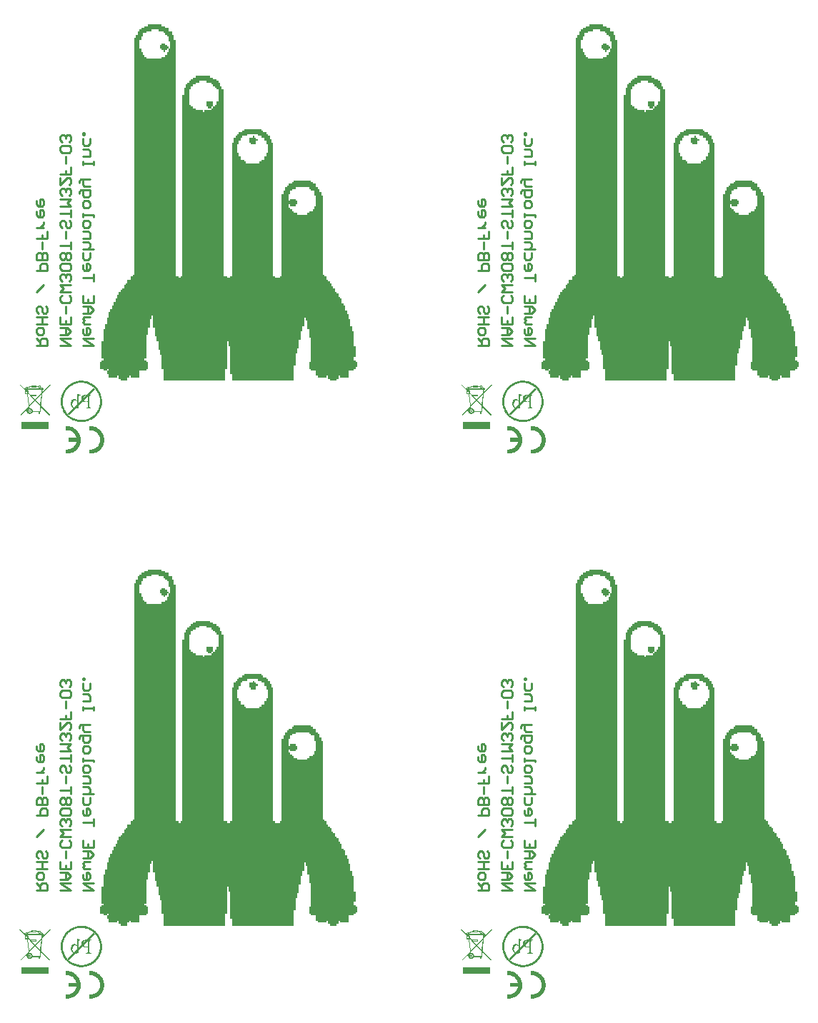
<source format=gbo>
G04 Layer_Color=32896*
%FSLAX25Y25*%
%MOIN*%
G70*
G01*
G75*
%ADD20C,0.01000*%
G36*
X289300Y491600D02*
X290900D01*
Y490800D01*
X292500D01*
Y490000D01*
Y489200D01*
X294100D01*
Y488400D01*
Y487600D01*
X294900D01*
Y486800D01*
Y486000D01*
Y485200D01*
X295700D01*
Y484400D01*
Y483600D01*
Y482800D01*
Y482000D01*
Y481200D01*
Y480400D01*
Y479600D01*
Y478800D01*
Y478000D01*
Y477200D01*
Y476400D01*
Y475600D01*
Y474800D01*
Y474000D01*
Y473200D01*
Y472400D01*
Y471600D01*
Y470800D01*
Y470000D01*
Y469200D01*
Y468400D01*
Y467600D01*
Y466800D01*
Y466000D01*
Y465200D01*
Y464400D01*
Y463600D01*
Y462800D01*
Y462000D01*
Y461200D01*
Y460400D01*
Y459600D01*
Y458800D01*
Y458000D01*
Y457200D01*
Y456400D01*
Y455600D01*
Y454800D01*
Y454000D01*
Y453200D01*
Y452400D01*
Y451600D01*
Y450800D01*
Y450000D01*
Y449200D01*
Y448400D01*
Y447600D01*
Y446800D01*
Y446000D01*
Y445200D01*
Y444400D01*
Y443600D01*
Y442800D01*
Y442000D01*
Y441200D01*
Y440400D01*
Y439600D01*
Y438800D01*
Y438000D01*
Y437200D01*
Y436400D01*
Y435600D01*
Y434800D01*
Y434000D01*
Y433200D01*
Y432400D01*
Y431600D01*
Y430800D01*
Y430000D01*
Y429200D01*
Y428400D01*
Y427600D01*
Y426800D01*
Y426000D01*
Y425200D01*
Y424400D01*
Y423600D01*
Y422800D01*
Y422000D01*
Y421200D01*
Y420400D01*
Y419600D01*
Y418800D01*
Y418000D01*
Y417200D01*
Y416400D01*
Y415600D01*
Y414800D01*
Y414000D01*
Y413200D01*
Y412400D01*
Y411600D01*
Y410800D01*
Y410000D01*
Y409200D01*
Y408400D01*
Y407600D01*
Y406800D01*
Y406000D01*
Y405200D01*
Y404400D01*
Y403600D01*
Y402800D01*
Y402000D01*
Y401200D01*
Y400400D01*
Y399600D01*
Y398800D01*
Y398000D01*
Y397200D01*
Y396400D01*
Y395600D01*
Y394800D01*
Y394000D01*
Y393200D01*
Y392400D01*
Y391600D01*
Y390800D01*
Y390000D01*
Y389200D01*
Y388400D01*
Y387600D01*
Y386800D01*
Y386000D01*
Y385200D01*
Y384400D01*
Y383600D01*
Y382800D01*
Y382000D01*
Y381200D01*
Y380400D01*
Y379600D01*
Y378800D01*
Y378000D01*
Y377200D01*
Y376400D01*
Y375600D01*
Y374800D01*
X297300D01*
Y374000D01*
X298100D01*
Y374800D01*
X298900D01*
Y375600D01*
Y376400D01*
Y377200D01*
Y378000D01*
Y378800D01*
Y379600D01*
Y380400D01*
Y381200D01*
Y382000D01*
Y382800D01*
Y383600D01*
Y384400D01*
Y385200D01*
Y386000D01*
Y386800D01*
Y387600D01*
Y388400D01*
Y389200D01*
Y390000D01*
Y390800D01*
Y391600D01*
Y392400D01*
Y393200D01*
Y394000D01*
Y394800D01*
Y395600D01*
Y396400D01*
Y397200D01*
Y398000D01*
Y398800D01*
Y399600D01*
Y400400D01*
Y401200D01*
Y402000D01*
Y402800D01*
Y403600D01*
Y404400D01*
Y405200D01*
Y406000D01*
Y406800D01*
Y407600D01*
Y408400D01*
Y409200D01*
Y410000D01*
Y410800D01*
Y411600D01*
Y412400D01*
Y413200D01*
Y414000D01*
Y414800D01*
Y415600D01*
Y416400D01*
Y417200D01*
Y418000D01*
Y418800D01*
Y419600D01*
Y420400D01*
Y421200D01*
Y422000D01*
Y422800D01*
Y423600D01*
Y424400D01*
Y425200D01*
Y426000D01*
Y426800D01*
Y427600D01*
Y428400D01*
Y429200D01*
Y430000D01*
Y430800D01*
Y431600D01*
Y432400D01*
Y433200D01*
Y434000D01*
Y434800D01*
Y435600D01*
Y436400D01*
Y437200D01*
Y438000D01*
Y438800D01*
Y439600D01*
Y440400D01*
Y441200D01*
Y442000D01*
Y442800D01*
Y443600D01*
Y444400D01*
Y445200D01*
Y446000D01*
Y446800D01*
Y447600D01*
Y448400D01*
Y449200D01*
Y450000D01*
Y450800D01*
Y451600D01*
Y452400D01*
Y453200D01*
Y454000D01*
Y454800D01*
Y455600D01*
Y456400D01*
Y457200D01*
Y458000D01*
Y458800D01*
Y459600D01*
X299700D01*
Y460400D01*
Y461200D01*
Y462000D01*
Y462800D01*
X300500D01*
Y463600D01*
Y464400D01*
X301300D01*
Y465200D01*
X302100D01*
Y466000D01*
X302900D01*
Y466800D01*
X303700D01*
Y467600D01*
X305300D01*
Y468400D01*
X311700D01*
Y467600D01*
X313300D01*
Y466800D01*
X314900D01*
Y466000D01*
X315700D01*
Y465200D01*
X316500D01*
Y464400D01*
Y463600D01*
X317300D01*
Y462800D01*
Y462000D01*
X318100D01*
Y461200D01*
Y460400D01*
Y459600D01*
Y458800D01*
Y458000D01*
Y457200D01*
Y456400D01*
Y455600D01*
Y454800D01*
Y454000D01*
Y453200D01*
Y452400D01*
Y451600D01*
Y450800D01*
Y450000D01*
Y449200D01*
Y448400D01*
Y447600D01*
Y446800D01*
Y446000D01*
Y445200D01*
Y444400D01*
Y443600D01*
Y442800D01*
Y442000D01*
Y441200D01*
Y440400D01*
Y439600D01*
Y438800D01*
Y438000D01*
Y437200D01*
Y436400D01*
Y435600D01*
Y434800D01*
Y434000D01*
Y433200D01*
Y432400D01*
Y431600D01*
Y430800D01*
Y430000D01*
Y429200D01*
Y428400D01*
Y427600D01*
Y426800D01*
Y426000D01*
Y425200D01*
Y424400D01*
Y423600D01*
Y422800D01*
Y422000D01*
Y421200D01*
Y420400D01*
Y419600D01*
Y418800D01*
Y418000D01*
Y417200D01*
Y416400D01*
Y415600D01*
Y414800D01*
Y414000D01*
Y413200D01*
Y412400D01*
Y411600D01*
Y410800D01*
Y410000D01*
Y409200D01*
Y408400D01*
Y407600D01*
Y406800D01*
Y406000D01*
Y405200D01*
Y404400D01*
Y403600D01*
Y402800D01*
Y402000D01*
Y401200D01*
Y400400D01*
Y399600D01*
Y398800D01*
Y398000D01*
Y397200D01*
Y396400D01*
Y395600D01*
Y394800D01*
Y394000D01*
Y393200D01*
Y392400D01*
Y391600D01*
Y390800D01*
Y390000D01*
Y389200D01*
Y388400D01*
Y387600D01*
Y386800D01*
Y386000D01*
Y385200D01*
Y384400D01*
Y383600D01*
Y382800D01*
Y382000D01*
Y381200D01*
Y380400D01*
Y379600D01*
Y378800D01*
Y378000D01*
Y377200D01*
Y376400D01*
Y375600D01*
Y374800D01*
X319700D01*
Y374000D01*
X321300D01*
Y374800D01*
X322100D01*
Y375600D01*
Y376400D01*
Y377200D01*
Y378000D01*
Y378800D01*
Y379600D01*
Y380400D01*
Y381200D01*
Y382000D01*
Y382800D01*
Y383600D01*
Y384400D01*
Y385200D01*
Y386000D01*
Y386800D01*
Y387600D01*
Y388400D01*
Y389200D01*
Y390000D01*
Y390800D01*
Y391600D01*
Y392400D01*
Y393200D01*
Y394000D01*
Y394800D01*
Y395600D01*
Y396400D01*
Y397200D01*
Y398000D01*
Y398800D01*
Y399600D01*
Y400400D01*
Y401200D01*
Y402000D01*
Y402800D01*
Y403600D01*
Y404400D01*
Y405200D01*
Y406000D01*
Y406800D01*
Y407600D01*
Y408400D01*
Y409200D01*
Y410000D01*
Y410800D01*
Y411600D01*
Y412400D01*
Y413200D01*
Y414000D01*
Y414800D01*
Y415600D01*
Y416400D01*
Y417200D01*
Y418000D01*
Y418800D01*
Y419600D01*
Y420400D01*
Y421200D01*
Y422000D01*
Y422800D01*
Y423600D01*
Y424400D01*
Y425200D01*
Y426000D01*
Y426800D01*
Y427600D01*
Y428400D01*
Y429200D01*
Y430000D01*
Y430800D01*
Y431600D01*
Y432400D01*
Y433200D01*
Y434000D01*
Y434800D01*
Y435600D01*
Y436400D01*
Y437200D01*
X322900D01*
Y438000D01*
Y438800D01*
Y439600D01*
X323700D01*
Y440400D01*
X324500D01*
Y441200D01*
X325300D01*
Y442000D01*
X326900D01*
Y442800D01*
X327700D01*
Y443600D01*
X335700D01*
Y442800D01*
X336500D01*
Y442000D01*
X338100D01*
Y441200D01*
X338900D01*
Y440400D01*
X339700D01*
Y439600D01*
Y438800D01*
X340500D01*
Y438000D01*
Y437200D01*
X341300D01*
Y436400D01*
Y435600D01*
Y434800D01*
Y434000D01*
Y433200D01*
Y432400D01*
Y431600D01*
Y430800D01*
Y430000D01*
Y429200D01*
Y428400D01*
Y427600D01*
Y426800D01*
Y426000D01*
Y425200D01*
Y424400D01*
Y423600D01*
Y422800D01*
Y422000D01*
Y421200D01*
Y420400D01*
Y419600D01*
Y418800D01*
Y418000D01*
Y417200D01*
Y416400D01*
Y415600D01*
Y414800D01*
Y414000D01*
Y413200D01*
Y412400D01*
Y411600D01*
Y410800D01*
Y410000D01*
Y409200D01*
Y408400D01*
Y407600D01*
Y406800D01*
Y406000D01*
Y405200D01*
Y404400D01*
Y403600D01*
Y402800D01*
Y402000D01*
Y401200D01*
Y400400D01*
Y399600D01*
Y398800D01*
Y398000D01*
Y397200D01*
Y396400D01*
Y395600D01*
Y394800D01*
Y394000D01*
Y393200D01*
Y392400D01*
Y391600D01*
Y390800D01*
Y390000D01*
Y389200D01*
Y388400D01*
Y387600D01*
Y386800D01*
Y386000D01*
Y385200D01*
Y384400D01*
Y383600D01*
Y382800D01*
Y382000D01*
Y381200D01*
Y380400D01*
Y379600D01*
Y378800D01*
Y378000D01*
Y377200D01*
Y376400D01*
Y375600D01*
Y374800D01*
X342100D01*
Y374000D01*
X344500D01*
Y374800D01*
X345300D01*
Y375600D01*
Y376400D01*
Y377200D01*
Y378000D01*
Y378800D01*
Y379600D01*
Y380400D01*
Y381200D01*
Y382000D01*
Y382800D01*
Y383600D01*
Y384400D01*
Y385200D01*
Y386000D01*
Y386800D01*
Y387600D01*
Y388400D01*
Y389200D01*
Y390000D01*
Y390800D01*
Y391600D01*
Y392400D01*
Y393200D01*
Y394000D01*
Y394800D01*
Y395600D01*
Y396400D01*
Y397200D01*
Y398000D01*
Y398800D01*
Y399600D01*
Y400400D01*
Y401200D01*
Y402000D01*
Y402800D01*
Y403600D01*
Y404400D01*
Y405200D01*
Y406000D01*
Y406800D01*
Y407600D01*
Y408400D01*
Y409200D01*
Y410000D01*
Y410800D01*
Y411600D01*
Y412400D01*
Y413200D01*
X346100D01*
Y414000D01*
Y414800D01*
X346900D01*
Y415600D01*
Y416400D01*
X347700D01*
Y417200D01*
X348500D01*
Y418000D01*
X350100D01*
Y418800D01*
X350900D01*
Y419600D01*
X358900D01*
Y418800D01*
X359700D01*
Y418000D01*
X361300D01*
Y417200D01*
Y416400D01*
X362100D01*
Y415600D01*
X362900D01*
Y414800D01*
Y414000D01*
X363700D01*
Y413200D01*
Y412400D01*
X364500D01*
Y411600D01*
Y410800D01*
Y410000D01*
Y409200D01*
Y408400D01*
Y407600D01*
Y406800D01*
Y406000D01*
Y405200D01*
Y404400D01*
Y403600D01*
Y402800D01*
Y402000D01*
Y401200D01*
Y400400D01*
Y399600D01*
Y398800D01*
Y398000D01*
Y397200D01*
Y396400D01*
Y395600D01*
Y394800D01*
Y394000D01*
Y393200D01*
Y392400D01*
Y391600D01*
Y390800D01*
Y390000D01*
Y389200D01*
Y388400D01*
Y387600D01*
Y386800D01*
Y386000D01*
Y385200D01*
Y384400D01*
Y383600D01*
Y382800D01*
Y382000D01*
Y381200D01*
Y380400D01*
Y379600D01*
Y378800D01*
Y378000D01*
Y377200D01*
Y376400D01*
Y375600D01*
X365300D01*
Y374800D01*
X366100D01*
Y374000D01*
Y373200D01*
X366900D01*
Y372400D01*
X367700D01*
Y371600D01*
X368500D01*
Y370800D01*
Y370000D01*
X369300D01*
Y369200D01*
X370100D01*
Y368400D01*
Y367600D01*
X370900D01*
Y366800D01*
X371700D01*
Y366000D01*
Y365200D01*
X372500D01*
Y364400D01*
X373300D01*
Y363600D01*
Y362800D01*
Y362000D01*
X374100D01*
Y361200D01*
X374900D01*
Y360400D01*
Y359600D01*
Y358800D01*
X375700D01*
Y358000D01*
Y357200D01*
X376500D01*
Y356400D01*
Y355600D01*
Y354800D01*
X377300D01*
Y354000D01*
Y353200D01*
Y352400D01*
Y351600D01*
X378100D01*
Y350800D01*
Y350000D01*
Y349200D01*
X378900D01*
Y348400D01*
Y347600D01*
Y346800D01*
Y346000D01*
Y345200D01*
Y344400D01*
Y343600D01*
Y342800D01*
Y342000D01*
X379700D01*
Y341200D01*
Y340400D01*
Y339600D01*
Y338800D01*
Y338000D01*
Y337200D01*
X378900D01*
Y336400D01*
Y335600D01*
X379700D01*
Y334800D01*
X380500D01*
Y334000D01*
Y333200D01*
Y332400D01*
X379700D01*
Y331600D01*
X378900D01*
Y330800D01*
X376500D01*
Y330000D01*
Y329200D01*
Y328400D01*
Y327600D01*
X372500D01*
Y328400D01*
X371700D01*
Y327600D01*
Y326800D01*
X370900D01*
Y326000D01*
X367700D01*
Y326800D01*
X366900D01*
Y327600D01*
Y328400D01*
X366100D01*
Y327600D01*
X362100D01*
Y328400D01*
X361300D01*
Y329200D01*
Y330000D01*
Y330800D01*
X358900D01*
Y331600D01*
X358100D01*
Y332400D01*
Y333200D01*
Y334000D01*
Y334800D01*
X358900D01*
Y335600D01*
Y336400D01*
Y337200D01*
Y338000D01*
Y338800D01*
Y339600D01*
Y340400D01*
Y341200D01*
Y342000D01*
Y342800D01*
Y343600D01*
Y344400D01*
Y345200D01*
Y346000D01*
X358100D01*
Y346800D01*
Y347600D01*
Y348400D01*
Y349200D01*
Y350000D01*
X357300D01*
Y350800D01*
Y351600D01*
Y352400D01*
Y353200D01*
Y354000D01*
X356500D01*
Y354800D01*
Y355600D01*
X355700D01*
Y354800D01*
Y354000D01*
Y353200D01*
Y352400D01*
Y351600D01*
X354900D01*
Y350800D01*
Y350000D01*
Y349200D01*
X354100D01*
Y348400D01*
Y347600D01*
Y346800D01*
Y346000D01*
Y345200D01*
X353300D01*
Y344400D01*
Y343600D01*
Y342800D01*
Y342000D01*
Y341200D01*
X352500D01*
Y340400D01*
Y339600D01*
Y338800D01*
X351700D01*
Y338000D01*
Y337200D01*
Y336400D01*
Y335600D01*
Y334800D01*
Y334000D01*
Y333200D01*
X350900D01*
Y332400D01*
Y331600D01*
Y330800D01*
Y330000D01*
Y329200D01*
Y328400D01*
Y327600D01*
Y326800D01*
Y326000D01*
X322100D01*
Y326800D01*
Y327600D01*
Y328400D01*
Y329200D01*
X321300D01*
Y330000D01*
Y330800D01*
Y331600D01*
Y332400D01*
Y333200D01*
Y334000D01*
Y334800D01*
Y335600D01*
Y336400D01*
Y337200D01*
Y338000D01*
Y338800D01*
Y339600D01*
Y340400D01*
Y341200D01*
Y342000D01*
X320500D01*
Y342800D01*
Y343600D01*
Y344400D01*
X319700D01*
Y343600D01*
Y342800D01*
Y342000D01*
Y341200D01*
Y340400D01*
Y339600D01*
Y338800D01*
Y338000D01*
Y337200D01*
Y336400D01*
Y335600D01*
Y334800D01*
Y334000D01*
Y333200D01*
Y332400D01*
Y331600D01*
X318900D01*
Y330800D01*
Y330000D01*
Y329200D01*
Y328400D01*
Y327600D01*
Y326800D01*
Y326000D01*
X290100D01*
Y326800D01*
Y327600D01*
Y328400D01*
Y329200D01*
Y330000D01*
Y330800D01*
Y331600D01*
X289300D01*
Y332400D01*
Y333200D01*
Y334000D01*
Y334800D01*
Y335600D01*
Y336400D01*
Y337200D01*
Y338000D01*
X288500D01*
Y338800D01*
Y339600D01*
Y340400D01*
X287700D01*
Y341200D01*
Y342000D01*
Y342800D01*
Y343600D01*
Y344400D01*
X286900D01*
Y345200D01*
Y346000D01*
Y346800D01*
X286100D01*
Y347600D01*
Y348400D01*
Y349200D01*
Y350000D01*
Y350800D01*
X285300D01*
Y351600D01*
Y352400D01*
Y353200D01*
Y354000D01*
Y354800D01*
Y355600D01*
Y356400D01*
X284500D01*
Y355600D01*
Y354800D01*
X283700D01*
Y354000D01*
Y353200D01*
Y352400D01*
Y351600D01*
Y350800D01*
X282900D01*
Y350000D01*
Y349200D01*
Y348400D01*
Y347600D01*
X282100D01*
Y346800D01*
Y346000D01*
Y345200D01*
Y344400D01*
Y343600D01*
Y342800D01*
Y342000D01*
Y341200D01*
Y340400D01*
Y339600D01*
Y338800D01*
Y338000D01*
Y337200D01*
Y336400D01*
X281300D01*
Y335600D01*
X282100D01*
Y334800D01*
X282900D01*
Y334000D01*
Y333200D01*
Y332400D01*
Y331600D01*
X282100D01*
Y330800D01*
X278900D01*
Y330000D01*
Y329200D01*
Y328400D01*
Y327600D01*
X274900D01*
Y328400D01*
X274100D01*
Y327600D01*
X273300D01*
Y326800D01*
Y326000D01*
X270100D01*
Y326800D01*
X269300D01*
Y327600D01*
Y328400D01*
X268500D01*
Y327600D01*
X264500D01*
Y328400D01*
Y329200D01*
X263700D01*
Y330000D01*
Y330800D01*
X262100D01*
Y331600D01*
X260500D01*
Y332400D01*
Y333200D01*
Y334000D01*
Y334800D01*
X261300D01*
Y335600D01*
X262100D01*
Y336400D01*
X261300D01*
Y337200D01*
Y338000D01*
Y338800D01*
Y339600D01*
Y340400D01*
Y341200D01*
Y342000D01*
Y342800D01*
Y343600D01*
Y344400D01*
X262100D01*
Y345200D01*
Y346000D01*
Y346800D01*
Y347600D01*
Y348400D01*
Y349200D01*
Y350000D01*
X262900D01*
Y350800D01*
Y351600D01*
Y352400D01*
X263700D01*
Y353200D01*
Y354000D01*
Y354800D01*
Y355600D01*
X264500D01*
Y356400D01*
Y357200D01*
Y358000D01*
X265300D01*
Y358800D01*
Y359600D01*
X266100D01*
Y360400D01*
Y361200D01*
X266900D01*
Y362000D01*
Y362800D01*
X267700D01*
Y363600D01*
Y364400D01*
X268500D01*
Y365200D01*
Y366000D01*
X269300D01*
Y366800D01*
Y367600D01*
X270100D01*
Y368400D01*
X270900D01*
Y369200D01*
X271700D01*
Y370000D01*
Y370800D01*
X272500D01*
Y371600D01*
X273300D01*
Y372400D01*
Y373200D01*
X274900D01*
Y374000D01*
Y374800D01*
X275700D01*
Y375600D01*
X276500D01*
Y376400D01*
Y377200D01*
Y378000D01*
Y378800D01*
Y379600D01*
Y380400D01*
Y381200D01*
Y382000D01*
Y382800D01*
Y383600D01*
Y384400D01*
Y385200D01*
Y386000D01*
Y386800D01*
Y387600D01*
Y388400D01*
Y389200D01*
Y390000D01*
Y390800D01*
Y391600D01*
Y392400D01*
Y393200D01*
Y394000D01*
Y394800D01*
Y395600D01*
Y396400D01*
Y397200D01*
Y398000D01*
Y398800D01*
Y399600D01*
Y400400D01*
Y401200D01*
Y402000D01*
Y402800D01*
Y403600D01*
Y404400D01*
Y405200D01*
Y406000D01*
Y406800D01*
Y407600D01*
Y408400D01*
Y409200D01*
Y410000D01*
Y410800D01*
Y411600D01*
Y412400D01*
Y413200D01*
Y414000D01*
Y414800D01*
Y415600D01*
Y416400D01*
Y417200D01*
Y418000D01*
Y418800D01*
Y419600D01*
Y420400D01*
Y421200D01*
Y422000D01*
Y422800D01*
Y423600D01*
Y424400D01*
Y425200D01*
Y426000D01*
Y426800D01*
Y427600D01*
Y428400D01*
Y429200D01*
Y430000D01*
Y430800D01*
Y431600D01*
Y432400D01*
Y433200D01*
Y434000D01*
Y434800D01*
Y435600D01*
Y436400D01*
Y437200D01*
Y438000D01*
Y438800D01*
Y439600D01*
Y440400D01*
Y441200D01*
Y442000D01*
Y442800D01*
Y443600D01*
Y444400D01*
Y445200D01*
Y446000D01*
Y446800D01*
Y447600D01*
Y448400D01*
Y449200D01*
Y450000D01*
Y450800D01*
Y451600D01*
Y452400D01*
Y453200D01*
Y454000D01*
Y454800D01*
Y455600D01*
Y456400D01*
Y457200D01*
Y458000D01*
Y458800D01*
Y459600D01*
Y460400D01*
Y461200D01*
Y462000D01*
Y462800D01*
Y463600D01*
Y464400D01*
Y465200D01*
Y466000D01*
Y466800D01*
Y467600D01*
Y468400D01*
Y469200D01*
Y470000D01*
Y470800D01*
Y471600D01*
Y472400D01*
Y473200D01*
Y474000D01*
Y474800D01*
Y475600D01*
Y476400D01*
Y477200D01*
Y478000D01*
Y478800D01*
Y479600D01*
Y480400D01*
Y481200D01*
Y482000D01*
Y482800D01*
Y483600D01*
Y484400D01*
Y485200D01*
Y486000D01*
X277300D01*
Y486800D01*
Y487600D01*
X278100D01*
Y488400D01*
Y489200D01*
X278900D01*
Y490000D01*
X279700D01*
Y490800D01*
X281300D01*
Y491600D01*
X282900D01*
Y492400D01*
X289300D01*
Y491600D01*
D02*
G37*
G36*
X83300D02*
X84900D01*
Y490800D01*
X86500D01*
Y490000D01*
Y489200D01*
X88100D01*
Y488400D01*
Y487600D01*
X88900D01*
Y486800D01*
Y486000D01*
Y485200D01*
X89700D01*
Y484400D01*
Y483600D01*
Y482800D01*
Y482000D01*
Y481200D01*
Y480400D01*
Y479600D01*
Y478800D01*
Y478000D01*
Y477200D01*
Y476400D01*
Y475600D01*
Y474800D01*
Y474000D01*
Y473200D01*
Y472400D01*
Y471600D01*
Y470800D01*
Y470000D01*
Y469200D01*
Y468400D01*
Y467600D01*
Y466800D01*
Y466000D01*
Y465200D01*
Y464400D01*
Y463600D01*
Y462800D01*
Y462000D01*
Y461200D01*
Y460400D01*
Y459600D01*
Y458800D01*
Y458000D01*
Y457200D01*
Y456400D01*
Y455600D01*
Y454800D01*
Y454000D01*
Y453200D01*
Y452400D01*
Y451600D01*
Y450800D01*
Y450000D01*
Y449200D01*
Y448400D01*
Y447600D01*
Y446800D01*
Y446000D01*
Y445200D01*
Y444400D01*
Y443600D01*
Y442800D01*
Y442000D01*
Y441200D01*
Y440400D01*
Y439600D01*
Y438800D01*
Y438000D01*
Y437200D01*
Y436400D01*
Y435600D01*
Y434800D01*
Y434000D01*
Y433200D01*
Y432400D01*
Y431600D01*
Y430800D01*
Y430000D01*
Y429200D01*
Y428400D01*
Y427600D01*
Y426800D01*
Y426000D01*
Y425200D01*
Y424400D01*
Y423600D01*
Y422800D01*
Y422000D01*
Y421200D01*
Y420400D01*
Y419600D01*
Y418800D01*
Y418000D01*
Y417200D01*
Y416400D01*
Y415600D01*
Y414800D01*
Y414000D01*
Y413200D01*
Y412400D01*
Y411600D01*
Y410800D01*
Y410000D01*
Y409200D01*
Y408400D01*
Y407600D01*
Y406800D01*
Y406000D01*
Y405200D01*
Y404400D01*
Y403600D01*
Y402800D01*
Y402000D01*
Y401200D01*
Y400400D01*
Y399600D01*
Y398800D01*
Y398000D01*
Y397200D01*
Y396400D01*
Y395600D01*
Y394800D01*
Y394000D01*
Y393200D01*
Y392400D01*
Y391600D01*
Y390800D01*
Y390000D01*
Y389200D01*
Y388400D01*
Y387600D01*
Y386800D01*
Y386000D01*
Y385200D01*
Y384400D01*
Y383600D01*
Y382800D01*
Y382000D01*
Y381200D01*
Y380400D01*
Y379600D01*
Y378800D01*
Y378000D01*
Y377200D01*
Y376400D01*
Y375600D01*
Y374800D01*
X91300D01*
Y374000D01*
X92100D01*
Y374800D01*
X92900D01*
Y375600D01*
Y376400D01*
Y377200D01*
Y378000D01*
Y378800D01*
Y379600D01*
Y380400D01*
Y381200D01*
Y382000D01*
Y382800D01*
Y383600D01*
Y384400D01*
Y385200D01*
Y386000D01*
Y386800D01*
Y387600D01*
Y388400D01*
Y389200D01*
Y390000D01*
Y390800D01*
Y391600D01*
Y392400D01*
Y393200D01*
Y394000D01*
Y394800D01*
Y395600D01*
Y396400D01*
Y397200D01*
Y398000D01*
Y398800D01*
Y399600D01*
Y400400D01*
Y401200D01*
Y402000D01*
Y402800D01*
Y403600D01*
Y404400D01*
Y405200D01*
Y406000D01*
Y406800D01*
Y407600D01*
Y408400D01*
Y409200D01*
Y410000D01*
Y410800D01*
Y411600D01*
Y412400D01*
Y413200D01*
Y414000D01*
Y414800D01*
Y415600D01*
Y416400D01*
Y417200D01*
Y418000D01*
Y418800D01*
Y419600D01*
Y420400D01*
Y421200D01*
Y422000D01*
Y422800D01*
Y423600D01*
Y424400D01*
Y425200D01*
Y426000D01*
Y426800D01*
Y427600D01*
Y428400D01*
Y429200D01*
Y430000D01*
Y430800D01*
Y431600D01*
Y432400D01*
Y433200D01*
Y434000D01*
Y434800D01*
Y435600D01*
Y436400D01*
Y437200D01*
Y438000D01*
Y438800D01*
Y439600D01*
Y440400D01*
Y441200D01*
Y442000D01*
Y442800D01*
Y443600D01*
Y444400D01*
Y445200D01*
Y446000D01*
Y446800D01*
Y447600D01*
Y448400D01*
Y449200D01*
Y450000D01*
Y450800D01*
Y451600D01*
Y452400D01*
Y453200D01*
Y454000D01*
Y454800D01*
Y455600D01*
Y456400D01*
Y457200D01*
Y458000D01*
Y458800D01*
Y459600D01*
X93700D01*
Y460400D01*
Y461200D01*
Y462000D01*
Y462800D01*
X94500D01*
Y463600D01*
Y464400D01*
X95300D01*
Y465200D01*
X96100D01*
Y466000D01*
X96900D01*
Y466800D01*
X97700D01*
Y467600D01*
X99300D01*
Y468400D01*
X105700D01*
Y467600D01*
X107300D01*
Y466800D01*
X108900D01*
Y466000D01*
X109700D01*
Y465200D01*
X110500D01*
Y464400D01*
Y463600D01*
X111300D01*
Y462800D01*
Y462000D01*
X112100D01*
Y461200D01*
Y460400D01*
Y459600D01*
Y458800D01*
Y458000D01*
Y457200D01*
Y456400D01*
Y455600D01*
Y454800D01*
Y454000D01*
Y453200D01*
Y452400D01*
Y451600D01*
Y450800D01*
Y450000D01*
Y449200D01*
Y448400D01*
Y447600D01*
Y446800D01*
Y446000D01*
Y445200D01*
Y444400D01*
Y443600D01*
Y442800D01*
Y442000D01*
Y441200D01*
Y440400D01*
Y439600D01*
Y438800D01*
Y438000D01*
Y437200D01*
Y436400D01*
Y435600D01*
Y434800D01*
Y434000D01*
Y433200D01*
Y432400D01*
Y431600D01*
Y430800D01*
Y430000D01*
Y429200D01*
Y428400D01*
Y427600D01*
Y426800D01*
Y426000D01*
Y425200D01*
Y424400D01*
Y423600D01*
Y422800D01*
Y422000D01*
Y421200D01*
Y420400D01*
Y419600D01*
Y418800D01*
Y418000D01*
Y417200D01*
Y416400D01*
Y415600D01*
Y414800D01*
Y414000D01*
Y413200D01*
Y412400D01*
Y411600D01*
Y410800D01*
Y410000D01*
Y409200D01*
Y408400D01*
Y407600D01*
Y406800D01*
Y406000D01*
Y405200D01*
Y404400D01*
Y403600D01*
Y402800D01*
Y402000D01*
Y401200D01*
Y400400D01*
Y399600D01*
Y398800D01*
Y398000D01*
Y397200D01*
Y396400D01*
Y395600D01*
Y394800D01*
Y394000D01*
Y393200D01*
Y392400D01*
Y391600D01*
Y390800D01*
Y390000D01*
Y389200D01*
Y388400D01*
Y387600D01*
Y386800D01*
Y386000D01*
Y385200D01*
Y384400D01*
Y383600D01*
Y382800D01*
Y382000D01*
Y381200D01*
Y380400D01*
Y379600D01*
Y378800D01*
Y378000D01*
Y377200D01*
Y376400D01*
Y375600D01*
Y374800D01*
X113700D01*
Y374000D01*
X115300D01*
Y374800D01*
X116100D01*
Y375600D01*
Y376400D01*
Y377200D01*
Y378000D01*
Y378800D01*
Y379600D01*
Y380400D01*
Y381200D01*
Y382000D01*
Y382800D01*
Y383600D01*
Y384400D01*
Y385200D01*
Y386000D01*
Y386800D01*
Y387600D01*
Y388400D01*
Y389200D01*
Y390000D01*
Y390800D01*
Y391600D01*
Y392400D01*
Y393200D01*
Y394000D01*
Y394800D01*
Y395600D01*
Y396400D01*
Y397200D01*
Y398000D01*
Y398800D01*
Y399600D01*
Y400400D01*
Y401200D01*
Y402000D01*
Y402800D01*
Y403600D01*
Y404400D01*
Y405200D01*
Y406000D01*
Y406800D01*
Y407600D01*
Y408400D01*
Y409200D01*
Y410000D01*
Y410800D01*
Y411600D01*
Y412400D01*
Y413200D01*
Y414000D01*
Y414800D01*
Y415600D01*
Y416400D01*
Y417200D01*
Y418000D01*
Y418800D01*
Y419600D01*
Y420400D01*
Y421200D01*
Y422000D01*
Y422800D01*
Y423600D01*
Y424400D01*
Y425200D01*
Y426000D01*
Y426800D01*
Y427600D01*
Y428400D01*
Y429200D01*
Y430000D01*
Y430800D01*
Y431600D01*
Y432400D01*
Y433200D01*
Y434000D01*
Y434800D01*
Y435600D01*
Y436400D01*
Y437200D01*
X116900D01*
Y438000D01*
Y438800D01*
Y439600D01*
X117700D01*
Y440400D01*
X118500D01*
Y441200D01*
X119300D01*
Y442000D01*
X120900D01*
Y442800D01*
X121700D01*
Y443600D01*
X129700D01*
Y442800D01*
X130500D01*
Y442000D01*
X132100D01*
Y441200D01*
X132900D01*
Y440400D01*
X133700D01*
Y439600D01*
Y438800D01*
X134500D01*
Y438000D01*
Y437200D01*
X135300D01*
Y436400D01*
Y435600D01*
Y434800D01*
Y434000D01*
Y433200D01*
Y432400D01*
Y431600D01*
Y430800D01*
Y430000D01*
Y429200D01*
Y428400D01*
Y427600D01*
Y426800D01*
Y426000D01*
Y425200D01*
Y424400D01*
Y423600D01*
Y422800D01*
Y422000D01*
Y421200D01*
Y420400D01*
Y419600D01*
Y418800D01*
Y418000D01*
Y417200D01*
Y416400D01*
Y415600D01*
Y414800D01*
Y414000D01*
Y413200D01*
Y412400D01*
Y411600D01*
Y410800D01*
Y410000D01*
Y409200D01*
Y408400D01*
Y407600D01*
Y406800D01*
Y406000D01*
Y405200D01*
Y404400D01*
Y403600D01*
Y402800D01*
Y402000D01*
Y401200D01*
Y400400D01*
Y399600D01*
Y398800D01*
Y398000D01*
Y397200D01*
Y396400D01*
Y395600D01*
Y394800D01*
Y394000D01*
Y393200D01*
Y392400D01*
Y391600D01*
Y390800D01*
Y390000D01*
Y389200D01*
Y388400D01*
Y387600D01*
Y386800D01*
Y386000D01*
Y385200D01*
Y384400D01*
Y383600D01*
Y382800D01*
Y382000D01*
Y381200D01*
Y380400D01*
Y379600D01*
Y378800D01*
Y378000D01*
Y377200D01*
Y376400D01*
Y375600D01*
Y374800D01*
X136100D01*
Y374000D01*
X138500D01*
Y374800D01*
X139300D01*
Y375600D01*
Y376400D01*
Y377200D01*
Y378000D01*
Y378800D01*
Y379600D01*
Y380400D01*
Y381200D01*
Y382000D01*
Y382800D01*
Y383600D01*
Y384400D01*
Y385200D01*
Y386000D01*
Y386800D01*
Y387600D01*
Y388400D01*
Y389200D01*
Y390000D01*
Y390800D01*
Y391600D01*
Y392400D01*
Y393200D01*
Y394000D01*
Y394800D01*
Y395600D01*
Y396400D01*
Y397200D01*
Y398000D01*
Y398800D01*
Y399600D01*
Y400400D01*
Y401200D01*
Y402000D01*
Y402800D01*
Y403600D01*
Y404400D01*
Y405200D01*
Y406000D01*
Y406800D01*
Y407600D01*
Y408400D01*
Y409200D01*
Y410000D01*
Y410800D01*
Y411600D01*
Y412400D01*
Y413200D01*
X140100D01*
Y414000D01*
Y414800D01*
X140900D01*
Y415600D01*
Y416400D01*
X141700D01*
Y417200D01*
X142500D01*
Y418000D01*
X144100D01*
Y418800D01*
X144900D01*
Y419600D01*
X152900D01*
Y418800D01*
X153700D01*
Y418000D01*
X155300D01*
Y417200D01*
Y416400D01*
X156100D01*
Y415600D01*
X156900D01*
Y414800D01*
Y414000D01*
X157700D01*
Y413200D01*
Y412400D01*
X158500D01*
Y411600D01*
Y410800D01*
Y410000D01*
Y409200D01*
Y408400D01*
Y407600D01*
Y406800D01*
Y406000D01*
Y405200D01*
Y404400D01*
Y403600D01*
Y402800D01*
Y402000D01*
Y401200D01*
Y400400D01*
Y399600D01*
Y398800D01*
Y398000D01*
Y397200D01*
Y396400D01*
Y395600D01*
Y394800D01*
Y394000D01*
Y393200D01*
Y392400D01*
Y391600D01*
Y390800D01*
Y390000D01*
Y389200D01*
Y388400D01*
Y387600D01*
Y386800D01*
Y386000D01*
Y385200D01*
Y384400D01*
Y383600D01*
Y382800D01*
Y382000D01*
Y381200D01*
Y380400D01*
Y379600D01*
Y378800D01*
Y378000D01*
Y377200D01*
Y376400D01*
Y375600D01*
X159300D01*
Y374800D01*
X160100D01*
Y374000D01*
Y373200D01*
X160900D01*
Y372400D01*
X161700D01*
Y371600D01*
X162500D01*
Y370800D01*
Y370000D01*
X163300D01*
Y369200D01*
X164100D01*
Y368400D01*
Y367600D01*
X164900D01*
Y366800D01*
X165700D01*
Y366000D01*
Y365200D01*
X166500D01*
Y364400D01*
X167300D01*
Y363600D01*
Y362800D01*
Y362000D01*
X168100D01*
Y361200D01*
X168900D01*
Y360400D01*
Y359600D01*
Y358800D01*
X169700D01*
Y358000D01*
Y357200D01*
X170500D01*
Y356400D01*
Y355600D01*
Y354800D01*
X171300D01*
Y354000D01*
Y353200D01*
Y352400D01*
Y351600D01*
X172100D01*
Y350800D01*
Y350000D01*
Y349200D01*
X172900D01*
Y348400D01*
Y347600D01*
Y346800D01*
Y346000D01*
Y345200D01*
Y344400D01*
Y343600D01*
Y342800D01*
Y342000D01*
X173700D01*
Y341200D01*
Y340400D01*
Y339600D01*
Y338800D01*
Y338000D01*
Y337200D01*
X172900D01*
Y336400D01*
Y335600D01*
X173700D01*
Y334800D01*
X174500D01*
Y334000D01*
Y333200D01*
Y332400D01*
X173700D01*
Y331600D01*
X172900D01*
Y330800D01*
X170500D01*
Y330000D01*
Y329200D01*
Y328400D01*
Y327600D01*
X166500D01*
Y328400D01*
X165700D01*
Y327600D01*
Y326800D01*
X164900D01*
Y326000D01*
X161700D01*
Y326800D01*
X160900D01*
Y327600D01*
Y328400D01*
X160100D01*
Y327600D01*
X156100D01*
Y328400D01*
X155300D01*
Y329200D01*
Y330000D01*
Y330800D01*
X152900D01*
Y331600D01*
X152100D01*
Y332400D01*
Y333200D01*
Y334000D01*
Y334800D01*
X152900D01*
Y335600D01*
Y336400D01*
Y337200D01*
Y338000D01*
Y338800D01*
Y339600D01*
Y340400D01*
Y341200D01*
Y342000D01*
Y342800D01*
Y343600D01*
Y344400D01*
Y345200D01*
Y346000D01*
X152100D01*
Y346800D01*
Y347600D01*
Y348400D01*
Y349200D01*
Y350000D01*
X151300D01*
Y350800D01*
Y351600D01*
Y352400D01*
Y353200D01*
Y354000D01*
X150500D01*
Y354800D01*
Y355600D01*
X149700D01*
Y354800D01*
Y354000D01*
Y353200D01*
Y352400D01*
Y351600D01*
X148900D01*
Y350800D01*
Y350000D01*
Y349200D01*
X148100D01*
Y348400D01*
Y347600D01*
Y346800D01*
Y346000D01*
Y345200D01*
X147300D01*
Y344400D01*
Y343600D01*
Y342800D01*
Y342000D01*
Y341200D01*
X146500D01*
Y340400D01*
Y339600D01*
Y338800D01*
X145700D01*
Y338000D01*
Y337200D01*
Y336400D01*
Y335600D01*
Y334800D01*
Y334000D01*
Y333200D01*
X144900D01*
Y332400D01*
Y331600D01*
Y330800D01*
Y330000D01*
Y329200D01*
Y328400D01*
Y327600D01*
Y326800D01*
Y326000D01*
X116100D01*
Y326800D01*
Y327600D01*
Y328400D01*
Y329200D01*
X115300D01*
Y330000D01*
Y330800D01*
Y331600D01*
Y332400D01*
Y333200D01*
Y334000D01*
Y334800D01*
Y335600D01*
Y336400D01*
Y337200D01*
Y338000D01*
Y338800D01*
Y339600D01*
Y340400D01*
Y341200D01*
Y342000D01*
X114500D01*
Y342800D01*
Y343600D01*
Y344400D01*
X113700D01*
Y343600D01*
Y342800D01*
Y342000D01*
Y341200D01*
Y340400D01*
Y339600D01*
Y338800D01*
Y338000D01*
Y337200D01*
Y336400D01*
Y335600D01*
Y334800D01*
Y334000D01*
Y333200D01*
Y332400D01*
Y331600D01*
X112900D01*
Y330800D01*
Y330000D01*
Y329200D01*
Y328400D01*
Y327600D01*
Y326800D01*
Y326000D01*
X84100D01*
Y326800D01*
Y327600D01*
Y328400D01*
Y329200D01*
Y330000D01*
Y330800D01*
Y331600D01*
X83300D01*
Y332400D01*
Y333200D01*
Y334000D01*
Y334800D01*
Y335600D01*
Y336400D01*
Y337200D01*
Y338000D01*
X82500D01*
Y338800D01*
Y339600D01*
Y340400D01*
X81700D01*
Y341200D01*
Y342000D01*
Y342800D01*
Y343600D01*
Y344400D01*
X80900D01*
Y345200D01*
Y346000D01*
Y346800D01*
X80100D01*
Y347600D01*
Y348400D01*
Y349200D01*
Y350000D01*
Y350800D01*
X79300D01*
Y351600D01*
Y352400D01*
Y353200D01*
Y354000D01*
Y354800D01*
Y355600D01*
Y356400D01*
X78500D01*
Y355600D01*
Y354800D01*
X77700D01*
Y354000D01*
Y353200D01*
Y352400D01*
Y351600D01*
Y350800D01*
X76900D01*
Y350000D01*
Y349200D01*
Y348400D01*
Y347600D01*
X76100D01*
Y346800D01*
Y346000D01*
Y345200D01*
Y344400D01*
Y343600D01*
Y342800D01*
Y342000D01*
Y341200D01*
Y340400D01*
Y339600D01*
Y338800D01*
Y338000D01*
Y337200D01*
Y336400D01*
X75300D01*
Y335600D01*
X76100D01*
Y334800D01*
X76900D01*
Y334000D01*
Y333200D01*
Y332400D01*
Y331600D01*
X76100D01*
Y330800D01*
X72900D01*
Y330000D01*
Y329200D01*
Y328400D01*
Y327600D01*
X68900D01*
Y328400D01*
X68100D01*
Y327600D01*
X67300D01*
Y326800D01*
Y326000D01*
X64100D01*
Y326800D01*
X63300D01*
Y327600D01*
Y328400D01*
X62500D01*
Y327600D01*
X58500D01*
Y328400D01*
Y329200D01*
X57700D01*
Y330000D01*
Y330800D01*
X56100D01*
Y331600D01*
X54500D01*
Y332400D01*
Y333200D01*
Y334000D01*
Y334800D01*
X55300D01*
Y335600D01*
X56100D01*
Y336400D01*
X55300D01*
Y337200D01*
Y338000D01*
Y338800D01*
Y339600D01*
Y340400D01*
Y341200D01*
Y342000D01*
Y342800D01*
Y343600D01*
Y344400D01*
X56100D01*
Y345200D01*
Y346000D01*
Y346800D01*
Y347600D01*
Y348400D01*
Y349200D01*
Y350000D01*
X56900D01*
Y350800D01*
Y351600D01*
Y352400D01*
X57700D01*
Y353200D01*
Y354000D01*
Y354800D01*
Y355600D01*
X58500D01*
Y356400D01*
Y357200D01*
Y358000D01*
X59300D01*
Y358800D01*
Y359600D01*
X60100D01*
Y360400D01*
Y361200D01*
X60900D01*
Y362000D01*
Y362800D01*
X61700D01*
Y363600D01*
Y364400D01*
X62500D01*
Y365200D01*
Y366000D01*
X63300D01*
Y366800D01*
Y367600D01*
X64100D01*
Y368400D01*
X64900D01*
Y369200D01*
X65700D01*
Y370000D01*
Y370800D01*
X66500D01*
Y371600D01*
X67300D01*
Y372400D01*
Y373200D01*
X68900D01*
Y374000D01*
Y374800D01*
X69700D01*
Y375600D01*
X70500D01*
Y376400D01*
Y377200D01*
Y378000D01*
Y378800D01*
Y379600D01*
Y380400D01*
Y381200D01*
Y382000D01*
Y382800D01*
Y383600D01*
Y384400D01*
Y385200D01*
Y386000D01*
Y386800D01*
Y387600D01*
Y388400D01*
Y389200D01*
Y390000D01*
Y390800D01*
Y391600D01*
Y392400D01*
Y393200D01*
Y394000D01*
Y394800D01*
Y395600D01*
Y396400D01*
Y397200D01*
Y398000D01*
Y398800D01*
Y399600D01*
Y400400D01*
Y401200D01*
Y402000D01*
Y402800D01*
Y403600D01*
Y404400D01*
Y405200D01*
Y406000D01*
Y406800D01*
Y407600D01*
Y408400D01*
Y409200D01*
Y410000D01*
Y410800D01*
Y411600D01*
Y412400D01*
Y413200D01*
Y414000D01*
Y414800D01*
Y415600D01*
Y416400D01*
Y417200D01*
Y418000D01*
Y418800D01*
Y419600D01*
Y420400D01*
Y421200D01*
Y422000D01*
Y422800D01*
Y423600D01*
Y424400D01*
Y425200D01*
Y426000D01*
Y426800D01*
Y427600D01*
Y428400D01*
Y429200D01*
Y430000D01*
Y430800D01*
Y431600D01*
Y432400D01*
Y433200D01*
Y434000D01*
Y434800D01*
Y435600D01*
Y436400D01*
Y437200D01*
Y438000D01*
Y438800D01*
Y439600D01*
Y440400D01*
Y441200D01*
Y442000D01*
Y442800D01*
Y443600D01*
Y444400D01*
Y445200D01*
Y446000D01*
Y446800D01*
Y447600D01*
Y448400D01*
Y449200D01*
Y450000D01*
Y450800D01*
Y451600D01*
Y452400D01*
Y453200D01*
Y454000D01*
Y454800D01*
Y455600D01*
Y456400D01*
Y457200D01*
Y458000D01*
Y458800D01*
Y459600D01*
Y460400D01*
Y461200D01*
Y462000D01*
Y462800D01*
Y463600D01*
Y464400D01*
Y465200D01*
Y466000D01*
Y466800D01*
Y467600D01*
Y468400D01*
Y469200D01*
Y470000D01*
Y470800D01*
Y471600D01*
Y472400D01*
Y473200D01*
Y474000D01*
Y474800D01*
Y475600D01*
Y476400D01*
Y477200D01*
Y478000D01*
Y478800D01*
Y479600D01*
Y480400D01*
Y481200D01*
Y482000D01*
Y482800D01*
Y483600D01*
Y484400D01*
Y485200D01*
Y486000D01*
X71300D01*
Y486800D01*
Y487600D01*
X72100D01*
Y488400D01*
Y489200D01*
X72900D01*
Y490000D01*
X73700D01*
Y490800D01*
X75300D01*
Y491600D01*
X76900D01*
Y492400D01*
X83300D01*
Y491600D01*
D02*
G37*
G36*
X237500Y324222D02*
X233578Y320138D01*
X233462Y319039D01*
X233219Y316366D01*
X233022Y314445D01*
X237222Y310130D01*
X236933Y309852D01*
X232988Y313901D01*
X232756Y311414D01*
X232629D01*
Y310465D01*
X231750D01*
Y311414D01*
X229031D01*
X228927Y311229D01*
X228799Y311044D01*
X228603Y310835D01*
X228348Y310662D01*
X228059Y310569D01*
X227781Y310535D01*
X227492Y310546D01*
X227284Y310604D01*
X227041Y310708D01*
X226833Y310835D01*
X226671Y310997D01*
X226508Y311229D01*
X226393Y311483D01*
X226323Y311726D01*
X226300Y311923D01*
X226323Y312166D01*
X226358Y312351D01*
X226428Y312525D01*
X226532Y312721D01*
X226647Y312883D01*
X226809Y313034D01*
X226983Y313149D01*
X227145Y313230D01*
X227122Y313439D01*
X223662Y309852D01*
X223373Y310141D01*
X227087Y313982D01*
X226786Y317338D01*
X226578Y319767D01*
X225467D01*
Y321329D01*
X225756D01*
X222945Y324222D01*
X223234Y324500D01*
X225884Y321769D01*
Y321966D01*
X225826Y322012D01*
X225756Y322058D01*
X225687Y322128D01*
X225618Y322209D01*
X225583Y322313D01*
X225548Y322405D01*
X225537Y322521D01*
X225560Y322672D01*
X225594Y322752D01*
X225699Y322915D01*
X225814Y323019D01*
X225965Y323088D01*
X226127Y323111D01*
X226289Y323088D01*
X226428Y323030D01*
X226543Y322961D01*
X226601Y322891D01*
X226705Y322984D01*
X226879Y323100D01*
X227087Y323204D01*
X227388Y323319D01*
X227712Y323412D01*
X228036Y323481D01*
X228383Y323539D01*
X228660Y323574D01*
Y323921D01*
X230882D01*
Y323620D01*
X231055D01*
X231345Y323586D01*
X231646Y323551D01*
X231935Y323504D01*
Y323690D01*
X232895D01*
Y323238D01*
X233011Y323181D01*
X233161Y323111D01*
X233335Y323007D01*
X233474Y322915D01*
X233601Y322799D01*
X233694Y322718D01*
X233751Y322637D01*
X233798Y322544D01*
X233774Y322382D01*
X234330D01*
Y321676D01*
X233717D01*
X233624Y320762D01*
X237211Y324500D01*
X237500Y324222D01*
D02*
G37*
G36*
X31500D02*
X27578Y320138D01*
X27462Y319039D01*
X27219Y316366D01*
X27022Y314445D01*
X31222Y310130D01*
X30933Y309852D01*
X26988Y313901D01*
X26756Y311414D01*
X26629D01*
Y310465D01*
X25750D01*
Y311414D01*
X23031D01*
X22927Y311229D01*
X22799Y311044D01*
X22603Y310835D01*
X22348Y310662D01*
X22059Y310569D01*
X21781Y310535D01*
X21492Y310546D01*
X21284Y310604D01*
X21041Y310708D01*
X20832Y310835D01*
X20671Y310997D01*
X20508Y311229D01*
X20393Y311483D01*
X20323Y311726D01*
X20300Y311923D01*
X20323Y312166D01*
X20358Y312351D01*
X20427Y312525D01*
X20532Y312721D01*
X20647Y312883D01*
X20809Y313034D01*
X20983Y313149D01*
X21145Y313230D01*
X21122Y313439D01*
X17662Y309852D01*
X17373Y310141D01*
X21087Y313982D01*
X20786Y317338D01*
X20578Y319767D01*
X19467D01*
Y321329D01*
X19757D01*
X16945Y324222D01*
X17234Y324500D01*
X19884Y321769D01*
Y321966D01*
X19826Y322012D01*
X19757Y322058D01*
X19687Y322128D01*
X19618Y322209D01*
X19583Y322313D01*
X19548Y322405D01*
X19537Y322521D01*
X19560Y322672D01*
X19594Y322752D01*
X19699Y322915D01*
X19814Y323019D01*
X19965Y323088D01*
X20127Y323111D01*
X20289Y323088D01*
X20427Y323030D01*
X20543Y322961D01*
X20601Y322891D01*
X20705Y322984D01*
X20879Y323100D01*
X21087Y323204D01*
X21388Y323319D01*
X21712Y323412D01*
X22036Y323481D01*
X22383Y323539D01*
X22660Y323574D01*
Y323921D01*
X24882D01*
Y323620D01*
X25056D01*
X25345Y323586D01*
X25646Y323551D01*
X25935Y323504D01*
Y323690D01*
X26895D01*
Y323238D01*
X27011Y323181D01*
X27161Y323111D01*
X27335Y323007D01*
X27474Y322915D01*
X27601Y322799D01*
X27694Y322718D01*
X27751Y322637D01*
X27798Y322544D01*
X27775Y322382D01*
X28330D01*
Y321676D01*
X27717D01*
X27624Y320762D01*
X31211Y324500D01*
X31500Y324222D01*
D02*
G37*
G36*
X252198Y326073D02*
X252568Y326050D01*
X252927Y326015D01*
X253274Y325957D01*
X253621Y325900D01*
X253945Y325818D01*
X254593Y325645D01*
X255194Y325425D01*
X255761Y325182D01*
X256282Y324928D01*
X256525Y324800D01*
X256756Y324661D01*
X256976Y324534D01*
X257184Y324395D01*
X257381Y324268D01*
X257566Y324141D01*
X257740Y324014D01*
X257902Y323898D01*
X258041Y323782D01*
X258168Y323678D01*
X258283Y323586D01*
X258388Y323504D01*
X258480Y323424D01*
X258550Y323366D01*
X258608Y323308D01*
X258642Y323273D01*
X258665Y323250D01*
X258677Y323238D01*
X258931Y322972D01*
X259174Y322695D01*
X259394Y322417D01*
X259614Y322128D01*
X259799Y321838D01*
X259984Y321561D01*
X260158Y321260D01*
X260308Y320971D01*
X260447Y320681D01*
X260586Y320392D01*
X260806Y319825D01*
X261002Y319282D01*
X261141Y318761D01*
X261269Y318263D01*
X261315Y318032D01*
X261350Y317812D01*
X261384Y317615D01*
X261419Y317419D01*
X261442Y317234D01*
X261454Y317072D01*
X261465Y316921D01*
X261477Y316794D01*
X261488Y316678D01*
Y316574D01*
X261500Y316505D01*
Y316447D01*
Y316412D01*
Y316401D01*
X261488Y316030D01*
X261465Y315660D01*
X261431Y315301D01*
X261373Y314954D01*
X261315Y314607D01*
X261234Y314283D01*
X261060Y313635D01*
X260841Y313034D01*
X260609Y312467D01*
X260355Y311946D01*
X260216Y311703D01*
X260088Y311472D01*
X259961Y311252D01*
X259822Y311044D01*
X259695Y310847D01*
X259568Y310662D01*
X259452Y310488D01*
X259336Y310326D01*
X259221Y310188D01*
X259117Y310060D01*
X259024Y309945D01*
X258931Y309840D01*
X258862Y309748D01*
X258793Y309678D01*
X258746Y309620D01*
X258712Y309586D01*
X258688Y309563D01*
X258677Y309551D01*
X258411Y309297D01*
X258133Y309054D01*
X257856Y308822D01*
X257566Y308614D01*
X257277Y308417D01*
X256988Y308232D01*
X256698Y308070D01*
X256409Y307908D01*
X256120Y307769D01*
X255831Y307642D01*
X255264Y307411D01*
X254708Y307225D01*
X254188Y307075D01*
X253702Y306959D01*
X253470Y306902D01*
X253251Y306867D01*
X253042Y306832D01*
X252846Y306809D01*
X252660Y306774D01*
X252499Y306763D01*
X252348Y306751D01*
X252221Y306740D01*
X252105Y306728D01*
X252001D01*
X251932Y306716D01*
X251828D01*
X251457Y306728D01*
X251087Y306751D01*
X250728Y306786D01*
X250381Y306844D01*
X250046Y306902D01*
X249710Y306983D01*
X249074Y307156D01*
X248472Y307376D01*
X247905Y307619D01*
X247385Y307874D01*
X247142Y308001D01*
X246910Y308140D01*
X246690Y308267D01*
X246482Y308394D01*
X246285Y308533D01*
X246100Y308660D01*
X245927Y308776D01*
X245765Y308892D01*
X245626Y309007D01*
X245499Y309111D01*
X245383Y309204D01*
X245279Y309285D01*
X245186Y309366D01*
X245117Y309435D01*
X245059Y309482D01*
X245024Y309516D01*
X245001Y309540D01*
X244990Y309551D01*
X244735Y309817D01*
X244492Y310095D01*
X244261Y310373D01*
X244052Y310662D01*
X243856Y310951D01*
X243671Y311240D01*
X243497Y311530D01*
X243347Y311819D01*
X243196Y312108D01*
X243069Y312397D01*
X242838Y312964D01*
X242653Y313520D01*
X242502Y314040D01*
X242386Y314526D01*
X242329Y314758D01*
X242294Y314977D01*
X242259Y315186D01*
X242224Y315382D01*
X242201Y315567D01*
X242190Y315729D01*
X242178Y315880D01*
X242166Y316007D01*
X242155Y316123D01*
X242143Y316227D01*
Y316296D01*
Y316354D01*
Y316389D01*
Y316401D01*
X242155Y316771D01*
X242178Y317141D01*
X242213Y317500D01*
X242271Y317847D01*
X242329Y318182D01*
X242409Y318518D01*
X242583Y319154D01*
X242803Y319756D01*
X243046Y320323D01*
X243300Y320843D01*
X243428Y321086D01*
X243566Y321318D01*
X243694Y321538D01*
X243833Y321746D01*
X243960Y321943D01*
X244087Y322128D01*
X244214Y322301D01*
X244330Y322463D01*
X244446Y322602D01*
X244550Y322729D01*
X244642Y322845D01*
X244724Y322949D01*
X244805Y323042D01*
X244862Y323111D01*
X244920Y323169D01*
X244955Y323204D01*
X244978Y323227D01*
X244990Y323238D01*
X245256Y323493D01*
X245533Y323736D01*
X245811Y323967D01*
X246100Y324176D01*
X246390Y324372D01*
X246667Y324557D01*
X246968Y324731D01*
X247257Y324881D01*
X247547Y325032D01*
X247836Y325159D01*
X248403Y325390D01*
X248946Y325576D01*
X249467Y325726D01*
X249965Y325842D01*
X250196Y325900D01*
X250416Y325934D01*
X250613Y325969D01*
X250809Y326004D01*
X250994Y326027D01*
X251156Y326038D01*
X251307Y326050D01*
X251434Y326062D01*
X251550Y326073D01*
X251654Y326085D01*
X251828D01*
X252198Y326073D01*
D02*
G37*
G36*
X46198D02*
X46568Y326050D01*
X46927Y326015D01*
X47274Y325957D01*
X47621Y325900D01*
X47945Y325818D01*
X48593Y325645D01*
X49194Y325425D01*
X49761Y325182D01*
X50282Y324928D01*
X50525Y324800D01*
X50756Y324661D01*
X50976Y324534D01*
X51184Y324395D01*
X51381Y324268D01*
X51566Y324141D01*
X51740Y324014D01*
X51902Y323898D01*
X52041Y323782D01*
X52168Y323678D01*
X52284Y323586D01*
X52388Y323504D01*
X52480Y323424D01*
X52550Y323366D01*
X52608Y323308D01*
X52642Y323273D01*
X52665Y323250D01*
X52677Y323238D01*
X52931Y322972D01*
X53174Y322695D01*
X53394Y322417D01*
X53614Y322128D01*
X53799Y321838D01*
X53984Y321561D01*
X54158Y321260D01*
X54308Y320971D01*
X54447Y320681D01*
X54586Y320392D01*
X54806Y319825D01*
X55002Y319282D01*
X55141Y318761D01*
X55269Y318263D01*
X55315Y318032D01*
X55350Y317812D01*
X55384Y317615D01*
X55419Y317419D01*
X55442Y317234D01*
X55454Y317072D01*
X55465Y316921D01*
X55477Y316794D01*
X55488Y316678D01*
Y316574D01*
X55500Y316505D01*
Y316447D01*
Y316412D01*
Y316401D01*
X55488Y316030D01*
X55465Y315660D01*
X55431Y315301D01*
X55373Y314954D01*
X55315Y314607D01*
X55234Y314283D01*
X55060Y313635D01*
X54840Y313034D01*
X54609Y312467D01*
X54355Y311946D01*
X54216Y311703D01*
X54088Y311472D01*
X53961Y311252D01*
X53822Y311044D01*
X53695Y310847D01*
X53568Y310662D01*
X53452Y310488D01*
X53336Y310326D01*
X53221Y310188D01*
X53117Y310060D01*
X53024Y309945D01*
X52931Y309840D01*
X52862Y309748D01*
X52793Y309678D01*
X52746Y309620D01*
X52712Y309586D01*
X52688Y309563D01*
X52677Y309551D01*
X52411Y309297D01*
X52133Y309054D01*
X51855Y308822D01*
X51566Y308614D01*
X51277Y308417D01*
X50988Y308232D01*
X50699Y308070D01*
X50409Y307908D01*
X50120Y307769D01*
X49831Y307642D01*
X49264Y307411D01*
X48708Y307225D01*
X48188Y307075D01*
X47702Y306959D01*
X47470Y306902D01*
X47251Y306867D01*
X47042Y306832D01*
X46846Y306809D01*
X46661Y306774D01*
X46499Y306763D01*
X46348Y306751D01*
X46221Y306740D01*
X46105Y306728D01*
X46001D01*
X45932Y306716D01*
X45827D01*
X45457Y306728D01*
X45087Y306751D01*
X44728Y306786D01*
X44381Y306844D01*
X44046Y306902D01*
X43710Y306983D01*
X43074Y307156D01*
X42472Y307376D01*
X41905Y307619D01*
X41385Y307874D01*
X41142Y308001D01*
X40910Y308140D01*
X40690Y308267D01*
X40482Y308394D01*
X40285Y308533D01*
X40100Y308660D01*
X39927Y308776D01*
X39765Y308892D01*
X39626Y309007D01*
X39499Y309111D01*
X39383Y309204D01*
X39279Y309285D01*
X39186Y309366D01*
X39117Y309435D01*
X39059Y309482D01*
X39024Y309516D01*
X39001Y309540D01*
X38990Y309551D01*
X38735Y309817D01*
X38492Y310095D01*
X38261Y310373D01*
X38052Y310662D01*
X37856Y310951D01*
X37671Y311240D01*
X37497Y311530D01*
X37347Y311819D01*
X37196Y312108D01*
X37069Y312397D01*
X36838Y312964D01*
X36652Y313520D01*
X36502Y314040D01*
X36386Y314526D01*
X36329Y314758D01*
X36294Y314977D01*
X36259Y315186D01*
X36224Y315382D01*
X36201Y315567D01*
X36190Y315729D01*
X36178Y315880D01*
X36167Y316007D01*
X36155Y316123D01*
X36143Y316227D01*
Y316296D01*
Y316354D01*
Y316389D01*
Y316401D01*
X36155Y316771D01*
X36178Y317141D01*
X36213Y317500D01*
X36271Y317847D01*
X36329Y318182D01*
X36410Y318518D01*
X36583Y319154D01*
X36803Y319756D01*
X37046Y320323D01*
X37300Y320843D01*
X37428Y321086D01*
X37567Y321318D01*
X37694Y321538D01*
X37833Y321746D01*
X37960Y321943D01*
X38087Y322128D01*
X38214Y322301D01*
X38330Y322463D01*
X38446Y322602D01*
X38550Y322729D01*
X38642Y322845D01*
X38723Y322949D01*
X38805Y323042D01*
X38862Y323111D01*
X38920Y323169D01*
X38955Y323204D01*
X38978Y323227D01*
X38990Y323238D01*
X39256Y323493D01*
X39533Y323736D01*
X39811Y323967D01*
X40100Y324176D01*
X40390Y324372D01*
X40667Y324557D01*
X40968Y324731D01*
X41257Y324881D01*
X41547Y325032D01*
X41836Y325159D01*
X42403Y325390D01*
X42947Y325576D01*
X43467Y325726D01*
X43965Y325842D01*
X44196Y325900D01*
X44416Y325934D01*
X44613Y325969D01*
X44809Y326004D01*
X44994Y326027D01*
X45156Y326038D01*
X45307Y326050D01*
X45434Y326062D01*
X45550Y326073D01*
X45654Y326085D01*
X45827D01*
X46198Y326073D01*
D02*
G37*
G36*
X236655Y306647D02*
Y306589D01*
Y306508D01*
Y306427D01*
Y306335D01*
Y306254D01*
Y306196D01*
Y306184D01*
Y306173D01*
Y305791D01*
Y305606D01*
Y305432D01*
Y305293D01*
Y305178D01*
Y305131D01*
Y305097D01*
Y305085D01*
Y305073D01*
Y304854D01*
Y304657D01*
Y304472D01*
Y304310D01*
Y304171D01*
Y304079D01*
Y304009D01*
Y303997D01*
Y303986D01*
Y303824D01*
Y303708D01*
Y303616D01*
Y303558D01*
Y303523D01*
Y303512D01*
Y303500D01*
X224009D01*
Y303523D01*
Y303581D01*
Y303650D01*
Y303743D01*
Y303836D01*
Y303905D01*
Y303963D01*
Y303986D01*
Y304368D01*
Y304553D01*
Y304715D01*
Y304865D01*
Y304969D01*
Y305016D01*
Y305050D01*
Y305062D01*
Y305073D01*
Y305293D01*
Y305502D01*
Y305687D01*
Y305849D01*
Y305988D01*
Y306092D01*
Y306150D01*
Y306173D01*
Y306265D01*
Y306335D01*
Y306462D01*
Y306555D01*
Y306612D01*
Y306647D01*
Y306659D01*
Y306670D01*
X236655D01*
Y306647D01*
D02*
G37*
G36*
X30655D02*
Y306589D01*
Y306508D01*
Y306427D01*
Y306335D01*
Y306254D01*
Y306196D01*
Y306184D01*
Y306173D01*
Y305791D01*
Y305606D01*
Y305432D01*
Y305293D01*
Y305178D01*
Y305131D01*
Y305097D01*
Y305085D01*
Y305073D01*
Y304854D01*
Y304657D01*
Y304472D01*
Y304310D01*
Y304171D01*
Y304079D01*
Y304009D01*
Y303997D01*
Y303986D01*
Y303824D01*
Y303708D01*
Y303616D01*
Y303558D01*
Y303523D01*
Y303512D01*
Y303500D01*
X18009D01*
Y303523D01*
Y303581D01*
Y303650D01*
Y303743D01*
Y303836D01*
Y303905D01*
Y303963D01*
Y303986D01*
Y304368D01*
Y304553D01*
Y304715D01*
Y304865D01*
Y304969D01*
Y305016D01*
Y305050D01*
Y305062D01*
Y305073D01*
Y305293D01*
Y305502D01*
Y305687D01*
Y305849D01*
Y305988D01*
Y306092D01*
Y306150D01*
Y306173D01*
Y306265D01*
Y306335D01*
Y306462D01*
Y306555D01*
Y306612D01*
Y306647D01*
Y306659D01*
Y306670D01*
X30655D01*
Y306647D01*
D02*
G37*
G36*
X256541Y304877D02*
X257016Y304820D01*
X257467Y304727D01*
X257895Y304600D01*
X258300Y304461D01*
X258670Y304299D01*
X259029Y304125D01*
X259341Y303952D01*
X259631Y303778D01*
X259885Y303605D01*
X260105Y303443D01*
X260290Y303304D01*
X260429Y303177D01*
X260533Y303084D01*
X260602Y303026D01*
X260626Y303003D01*
X260961Y302644D01*
X261250Y302263D01*
X261505Y301881D01*
X261713Y301499D01*
X261898Y301106D01*
X262049Y300735D01*
X262176Y300365D01*
X262280Y300018D01*
X262350Y299694D01*
X262407Y299393D01*
X262454Y299127D01*
X262477Y298896D01*
X262488Y298792D01*
X262500Y298699D01*
Y298630D01*
X262512Y298560D01*
Y298514D01*
Y298479D01*
Y298456D01*
Y298445D01*
X262488Y297959D01*
X262431Y297484D01*
X262338Y297033D01*
X262211Y296605D01*
X262072Y296200D01*
X261910Y295830D01*
X261748Y295483D01*
X261563Y295159D01*
X261389Y294881D01*
X261227Y294626D01*
X261065Y294407D01*
X260915Y294221D01*
X260799Y294083D01*
X260707Y293967D01*
X260649Y293909D01*
X260626Y293886D01*
X260267Y293550D01*
X259885Y293261D01*
X259503Y293007D01*
X259110Y292798D01*
X258728Y292613D01*
X258346Y292463D01*
X257976Y292336D01*
X257629Y292231D01*
X257305Y292162D01*
X257004Y292104D01*
X256738Y292058D01*
X256507Y292035D01*
X256403Y292023D01*
X256310Y292012D01*
X256241D01*
X256171Y292000D01*
X255813D01*
X255708Y292012D01*
X255523D01*
X255465Y292023D01*
X255408D01*
Y293979D01*
X255627Y293955D01*
X255743Y293944D01*
X255836D01*
X255928Y293932D01*
X256055D01*
X256403Y293944D01*
X256727Y293990D01*
X257039Y294059D01*
X257340Y294141D01*
X257617Y294233D01*
X257884Y294349D01*
X258126Y294464D01*
X258346Y294592D01*
X258555Y294719D01*
X258728Y294835D01*
X258879Y294950D01*
X259006Y295043D01*
X259110Y295135D01*
X259191Y295193D01*
X259237Y295240D01*
X259249Y295251D01*
X259480Y295506D01*
X259688Y295772D01*
X259862Y296038D01*
X260012Y296316D01*
X260140Y296582D01*
X260244Y296848D01*
X260336Y297102D01*
X260406Y297345D01*
X260452Y297577D01*
X260498Y297785D01*
X260522Y297970D01*
X260545Y298132D01*
X260556Y298259D01*
X260568Y298363D01*
Y298421D01*
Y298445D01*
X260556Y298792D01*
X260510Y299115D01*
X260440Y299440D01*
X260360Y299740D01*
X260267Y300018D01*
X260151Y300284D01*
X260036Y300527D01*
X259908Y300747D01*
X259781Y300944D01*
X259665Y301117D01*
X259550Y301279D01*
X259457Y301406D01*
X259365Y301499D01*
X259307Y301580D01*
X259260Y301626D01*
X259249Y301638D01*
X258994Y301869D01*
X258728Y302078D01*
X258462Y302251D01*
X258184Y302413D01*
X257918Y302540D01*
X257652Y302644D01*
X257398Y302737D01*
X257155Y302806D01*
X256923Y302853D01*
X256715Y302899D01*
X256530Y302934D01*
X256368Y302945D01*
X256241Y302957D01*
X256136Y302968D01*
X256055D01*
X255813Y302957D01*
X255708D01*
X255604Y302945D01*
X255523Y302934D01*
X255465D01*
X255419Y302922D01*
X255408D01*
Y304866D01*
X255627Y304889D01*
X255732D01*
X255836Y304901D01*
X256055D01*
X256541Y304877D01*
D02*
G37*
G36*
X245573D02*
X246047Y304820D01*
X246499Y304727D01*
X246927Y304600D01*
X247332Y304461D01*
X247702Y304299D01*
X248049Y304125D01*
X248373Y303952D01*
X248651Y303778D01*
X248905Y303605D01*
X249125Y303443D01*
X249310Y303304D01*
X249449Y303177D01*
X249565Y303084D01*
X249623Y303026D01*
X249646Y303003D01*
X249981Y302644D01*
X250271Y302263D01*
X250525Y301881D01*
X250733Y301499D01*
X250918Y301106D01*
X251069Y300735D01*
X251196Y300365D01*
X251300Y300018D01*
X251370Y299694D01*
X251428Y299393D01*
X251474Y299127D01*
X251497Y298896D01*
X251508Y298792D01*
X251520Y298699D01*
Y298630D01*
X251532Y298560D01*
Y298514D01*
Y298479D01*
Y298456D01*
Y298445D01*
X251508Y297959D01*
X251451Y297484D01*
X251358Y297033D01*
X251231Y296605D01*
X251092Y296200D01*
X250930Y295830D01*
X250768Y295483D01*
X250583Y295159D01*
X250409Y294881D01*
X250247Y294626D01*
X250085Y294407D01*
X249935Y294221D01*
X249819Y294083D01*
X249727Y293967D01*
X249669Y293909D01*
X249646Y293886D01*
X249287Y293550D01*
X248905Y293261D01*
X248523Y293007D01*
X248142Y292798D01*
X247748Y292613D01*
X247378Y292463D01*
X247008Y292336D01*
X246661Y292231D01*
X246337Y292162D01*
X246036Y292104D01*
X245770Y292058D01*
X245538Y292035D01*
X245434Y292023D01*
X245342Y292012D01*
X245272D01*
X245203Y292000D01*
X244844D01*
X244740Y292012D01*
X244555D01*
X244497Y292023D01*
X244439D01*
X244451Y293979D01*
X244671Y293955D01*
X244775Y293944D01*
X244879D01*
X244960Y293932D01*
X245087D01*
X245376Y293944D01*
X245666Y293979D01*
X245943Y294025D01*
X246198Y294083D01*
X246452Y294164D01*
X246684Y294245D01*
X246904Y294337D01*
X247100Y294430D01*
X247285Y294522D01*
X247447Y294615D01*
X247586Y294696D01*
X247702Y294777D01*
X247795Y294835D01*
X247864Y294881D01*
X247910Y294916D01*
X247922Y294927D01*
X248142Y295124D01*
X248350Y295321D01*
X248523Y295529D01*
X248685Y295749D01*
X248836Y295957D01*
X248963Y296177D01*
X249079Y296385D01*
X249171Y296582D01*
X249252Y296767D01*
X249322Y296940D01*
X249380Y297091D01*
X249426Y297230D01*
X249461Y297334D01*
X249484Y297415D01*
X249495Y297461D01*
Y297484D01*
X245724D01*
Y299416D01*
X249495D01*
X249426Y299706D01*
X249333Y299972D01*
X249229Y300238D01*
X249113Y300481D01*
X248986Y300701D01*
X248859Y300909D01*
X248720Y301106D01*
X248593Y301279D01*
X248466Y301441D01*
X248338Y301580D01*
X248234Y301696D01*
X248130Y301788D01*
X248049Y301869D01*
X247991Y301927D01*
X247945Y301962D01*
X247933Y301973D01*
X247690Y302147D01*
X247447Y302297D01*
X247204Y302436D01*
X246961Y302552D01*
X246719Y302644D01*
X246487Y302725D01*
X246256Y302795D01*
X246036Y302841D01*
X245839Y302887D01*
X245654Y302910D01*
X245492Y302934D01*
X245353Y302957D01*
X245238D01*
X245157Y302968D01*
X245087D01*
X244844Y302957D01*
X244740D01*
X244636Y302945D01*
X244555Y302934D01*
X244497D01*
X244451Y302922D01*
X244439D01*
Y304866D01*
X244578Y304877D01*
X244694Y304889D01*
X244810D01*
X244902Y304901D01*
X245087D01*
X245573Y304877D01*
D02*
G37*
G36*
X50541D02*
X51016Y304820D01*
X51467Y304727D01*
X51895Y304600D01*
X52300Y304461D01*
X52670Y304299D01*
X53029Y304125D01*
X53341Y303952D01*
X53631Y303778D01*
X53885Y303605D01*
X54105Y303443D01*
X54290Y303304D01*
X54429Y303177D01*
X54533Y303084D01*
X54602Y303026D01*
X54626Y303003D01*
X54961Y302644D01*
X55250Y302263D01*
X55505Y301881D01*
X55713Y301499D01*
X55898Y301106D01*
X56049Y300735D01*
X56176Y300365D01*
X56280Y300018D01*
X56350Y299694D01*
X56407Y299393D01*
X56454Y299127D01*
X56477Y298896D01*
X56488Y298792D01*
X56500Y298699D01*
Y298630D01*
X56512Y298560D01*
Y298514D01*
Y298479D01*
Y298456D01*
Y298445D01*
X56488Y297959D01*
X56431Y297484D01*
X56338Y297033D01*
X56211Y296605D01*
X56072Y296200D01*
X55910Y295830D01*
X55748Y295483D01*
X55563Y295159D01*
X55389Y294881D01*
X55227Y294626D01*
X55065Y294407D01*
X54915Y294221D01*
X54799Y294083D01*
X54707Y293967D01*
X54649Y293909D01*
X54626Y293886D01*
X54267Y293550D01*
X53885Y293261D01*
X53503Y293007D01*
X53110Y292798D01*
X52728Y292613D01*
X52346Y292463D01*
X51976Y292336D01*
X51629Y292231D01*
X51305Y292162D01*
X51004Y292104D01*
X50738Y292058D01*
X50507Y292035D01*
X50403Y292023D01*
X50310Y292012D01*
X50241D01*
X50171Y292000D01*
X49812D01*
X49708Y292012D01*
X49523D01*
X49465Y292023D01*
X49408D01*
Y293979D01*
X49627Y293955D01*
X49743Y293944D01*
X49836D01*
X49928Y293932D01*
X50055D01*
X50403Y293944D01*
X50727Y293990D01*
X51039Y294059D01*
X51340Y294141D01*
X51617Y294233D01*
X51884Y294349D01*
X52126Y294464D01*
X52346Y294592D01*
X52555Y294719D01*
X52728Y294835D01*
X52879Y294950D01*
X53006Y295043D01*
X53110Y295135D01*
X53191Y295193D01*
X53237Y295240D01*
X53249Y295251D01*
X53480Y295506D01*
X53689Y295772D01*
X53862Y296038D01*
X54013Y296316D01*
X54140Y296582D01*
X54244Y296848D01*
X54336Y297102D01*
X54406Y297345D01*
X54452Y297577D01*
X54498Y297785D01*
X54522Y297970D01*
X54545Y298132D01*
X54556Y298259D01*
X54568Y298363D01*
Y298421D01*
Y298445D01*
X54556Y298792D01*
X54510Y299115D01*
X54440Y299440D01*
X54360Y299740D01*
X54267Y300018D01*
X54151Y300284D01*
X54036Y300527D01*
X53908Y300747D01*
X53781Y300944D01*
X53665Y301117D01*
X53550Y301279D01*
X53457Y301406D01*
X53364Y301499D01*
X53307Y301580D01*
X53260Y301626D01*
X53249Y301638D01*
X52994Y301869D01*
X52728Y302078D01*
X52462Y302251D01*
X52184Y302413D01*
X51918Y302540D01*
X51652Y302644D01*
X51398Y302737D01*
X51155Y302806D01*
X50923Y302853D01*
X50715Y302899D01*
X50530Y302934D01*
X50368Y302945D01*
X50241Y302957D01*
X50137Y302968D01*
X50055D01*
X49812Y302957D01*
X49708D01*
X49604Y302945D01*
X49523Y302934D01*
X49465D01*
X49419Y302922D01*
X49408D01*
Y304866D01*
X49627Y304889D01*
X49731D01*
X49836Y304901D01*
X50055D01*
X50541Y304877D01*
D02*
G37*
G36*
X39573D02*
X40047Y304820D01*
X40499Y304727D01*
X40927Y304600D01*
X41332Y304461D01*
X41702Y304299D01*
X42049Y304125D01*
X42373Y303952D01*
X42651Y303778D01*
X42905Y303605D01*
X43125Y303443D01*
X43310Y303304D01*
X43449Y303177D01*
X43565Y303084D01*
X43623Y303026D01*
X43646Y303003D01*
X43981Y302644D01*
X44271Y302263D01*
X44525Y301881D01*
X44733Y301499D01*
X44918Y301106D01*
X45069Y300735D01*
X45196Y300365D01*
X45300Y300018D01*
X45370Y299694D01*
X45428Y299393D01*
X45474Y299127D01*
X45497Y298896D01*
X45509Y298792D01*
X45520Y298699D01*
Y298630D01*
X45532Y298560D01*
Y298514D01*
Y298479D01*
Y298456D01*
Y298445D01*
X45509Y297959D01*
X45451Y297484D01*
X45358Y297033D01*
X45231Y296605D01*
X45092Y296200D01*
X44930Y295830D01*
X44768Y295483D01*
X44583Y295159D01*
X44409Y294881D01*
X44247Y294626D01*
X44085Y294407D01*
X43935Y294221D01*
X43819Y294083D01*
X43727Y293967D01*
X43669Y293909D01*
X43646Y293886D01*
X43287Y293550D01*
X42905Y293261D01*
X42523Y293007D01*
X42142Y292798D01*
X41748Y292613D01*
X41378Y292463D01*
X41008Y292336D01*
X40661Y292231D01*
X40337Y292162D01*
X40036Y292104D01*
X39770Y292058D01*
X39538Y292035D01*
X39434Y292023D01*
X39342Y292012D01*
X39272D01*
X39203Y292000D01*
X38844D01*
X38740Y292012D01*
X38555D01*
X38497Y292023D01*
X38439D01*
X38451Y293979D01*
X38671Y293955D01*
X38775Y293944D01*
X38879D01*
X38960Y293932D01*
X39087D01*
X39376Y293944D01*
X39666Y293979D01*
X39943Y294025D01*
X40198Y294083D01*
X40452Y294164D01*
X40684Y294245D01*
X40904Y294337D01*
X41100Y294430D01*
X41285Y294522D01*
X41447Y294615D01*
X41586Y294696D01*
X41702Y294777D01*
X41794Y294835D01*
X41864Y294881D01*
X41910Y294916D01*
X41922Y294927D01*
X42142Y295124D01*
X42350Y295321D01*
X42523Y295529D01*
X42685Y295749D01*
X42836Y295957D01*
X42963Y296177D01*
X43079Y296385D01*
X43171Y296582D01*
X43252Y296767D01*
X43322Y296940D01*
X43380Y297091D01*
X43426Y297230D01*
X43461Y297334D01*
X43484Y297415D01*
X43495Y297461D01*
Y297484D01*
X39724D01*
Y299416D01*
X43495D01*
X43426Y299706D01*
X43333Y299972D01*
X43229Y300238D01*
X43113Y300481D01*
X42986Y300701D01*
X42859Y300909D01*
X42720Y301106D01*
X42593Y301279D01*
X42466Y301441D01*
X42338Y301580D01*
X42234Y301696D01*
X42130Y301788D01*
X42049Y301869D01*
X41991Y301927D01*
X41945Y301962D01*
X41933Y301973D01*
X41690Y302147D01*
X41447Y302297D01*
X41205Y302436D01*
X40962Y302552D01*
X40718Y302644D01*
X40487Y302725D01*
X40256Y302795D01*
X40036Y302841D01*
X39839Y302887D01*
X39654Y302910D01*
X39492Y302934D01*
X39353Y302957D01*
X39238D01*
X39157Y302968D01*
X39087D01*
X38844Y302957D01*
X38740D01*
X38636Y302945D01*
X38555Y302934D01*
X38497D01*
X38451Y302922D01*
X38439D01*
Y304866D01*
X38578Y304877D01*
X38694Y304889D01*
X38809D01*
X38902Y304901D01*
X39087D01*
X39573Y304877D01*
D02*
G37*
G36*
X289300Y237100D02*
X290900D01*
Y236300D01*
X292500D01*
Y235500D01*
Y234700D01*
X294100D01*
Y233900D01*
Y233100D01*
X294900D01*
Y232300D01*
Y231500D01*
Y230700D01*
X295700D01*
Y229900D01*
Y229100D01*
Y228300D01*
Y227500D01*
Y226700D01*
Y225900D01*
Y225100D01*
Y224300D01*
Y223500D01*
Y222700D01*
Y221900D01*
Y221100D01*
Y220300D01*
Y219500D01*
Y218700D01*
Y217900D01*
Y217100D01*
Y216300D01*
Y215500D01*
Y214700D01*
Y213900D01*
Y213100D01*
Y212300D01*
Y211500D01*
Y210700D01*
Y209900D01*
Y209100D01*
Y208300D01*
Y207500D01*
Y206700D01*
Y205900D01*
Y205100D01*
Y204300D01*
Y203500D01*
Y202700D01*
Y201900D01*
Y201100D01*
Y200300D01*
Y199500D01*
Y198700D01*
Y197900D01*
Y197100D01*
Y196300D01*
Y195500D01*
Y194700D01*
Y193900D01*
Y193100D01*
Y192300D01*
Y191500D01*
Y190700D01*
Y189900D01*
Y189100D01*
Y188300D01*
Y187500D01*
Y186700D01*
Y185900D01*
Y185100D01*
Y184300D01*
Y183500D01*
Y182700D01*
Y181900D01*
Y181100D01*
Y180300D01*
Y179500D01*
Y178700D01*
Y177900D01*
Y177100D01*
Y176300D01*
Y175500D01*
Y174700D01*
Y173900D01*
Y173100D01*
Y172300D01*
Y171500D01*
Y170700D01*
Y169900D01*
Y169100D01*
Y168300D01*
Y167500D01*
Y166700D01*
Y165900D01*
Y165100D01*
Y164300D01*
Y163500D01*
Y162700D01*
Y161900D01*
Y161100D01*
Y160300D01*
Y159500D01*
Y158700D01*
Y157900D01*
Y157100D01*
Y156300D01*
Y155500D01*
Y154700D01*
Y153900D01*
Y153100D01*
Y152300D01*
Y151500D01*
Y150700D01*
Y149900D01*
Y149100D01*
Y148300D01*
Y147500D01*
Y146700D01*
Y145900D01*
Y145100D01*
Y144300D01*
Y143500D01*
Y142700D01*
Y141900D01*
Y141100D01*
Y140300D01*
Y139500D01*
Y138700D01*
Y137900D01*
Y137100D01*
Y136300D01*
Y135500D01*
Y134700D01*
Y133900D01*
Y133100D01*
Y132300D01*
Y131500D01*
Y130700D01*
Y129900D01*
Y129100D01*
Y128300D01*
Y127500D01*
Y126700D01*
Y125900D01*
Y125100D01*
Y124300D01*
Y123500D01*
Y122700D01*
Y121900D01*
Y121100D01*
Y120300D01*
X297300D01*
Y119500D01*
X298100D01*
Y120300D01*
X298900D01*
Y121100D01*
Y121900D01*
Y122700D01*
Y123500D01*
Y124300D01*
Y125100D01*
Y125900D01*
Y126700D01*
Y127500D01*
Y128300D01*
Y129100D01*
Y129900D01*
Y130700D01*
Y131500D01*
Y132300D01*
Y133100D01*
Y133900D01*
Y134700D01*
Y135500D01*
Y136300D01*
Y137100D01*
Y137900D01*
Y138700D01*
Y139500D01*
Y140300D01*
Y141100D01*
Y141900D01*
Y142700D01*
Y143500D01*
Y144300D01*
Y145100D01*
Y145900D01*
Y146700D01*
Y147500D01*
Y148300D01*
Y149100D01*
Y149900D01*
Y150700D01*
Y151500D01*
Y152300D01*
Y153100D01*
Y153900D01*
Y154700D01*
Y155500D01*
Y156300D01*
Y157100D01*
Y157900D01*
Y158700D01*
Y159500D01*
Y160300D01*
Y161100D01*
Y161900D01*
Y162700D01*
Y163500D01*
Y164300D01*
Y165100D01*
Y165900D01*
Y166700D01*
Y167500D01*
Y168300D01*
Y169100D01*
Y169900D01*
Y170700D01*
Y171500D01*
Y172300D01*
Y173100D01*
Y173900D01*
Y174700D01*
Y175500D01*
Y176300D01*
Y177100D01*
Y177900D01*
Y178700D01*
Y179500D01*
Y180300D01*
Y181100D01*
Y181900D01*
Y182700D01*
Y183500D01*
Y184300D01*
Y185100D01*
Y185900D01*
Y186700D01*
Y187500D01*
Y188300D01*
Y189100D01*
Y189900D01*
Y190700D01*
Y191500D01*
Y192300D01*
Y193100D01*
Y193900D01*
Y194700D01*
Y195500D01*
Y196300D01*
Y197100D01*
Y197900D01*
Y198700D01*
Y199500D01*
Y200300D01*
Y201100D01*
Y201900D01*
Y202700D01*
Y203500D01*
Y204300D01*
Y205100D01*
X299700D01*
Y205900D01*
Y206700D01*
Y207500D01*
Y208300D01*
X300500D01*
Y209100D01*
Y209900D01*
X301300D01*
Y210700D01*
X302100D01*
Y211500D01*
X302900D01*
Y212300D01*
X303700D01*
Y213100D01*
X305300D01*
Y213900D01*
X311700D01*
Y213100D01*
X313300D01*
Y212300D01*
X314900D01*
Y211500D01*
X315700D01*
Y210700D01*
X316500D01*
Y209900D01*
Y209100D01*
X317300D01*
Y208300D01*
Y207500D01*
X318100D01*
Y206700D01*
Y205900D01*
Y205100D01*
Y204300D01*
Y203500D01*
Y202700D01*
Y201900D01*
Y201100D01*
Y200300D01*
Y199500D01*
Y198700D01*
Y197900D01*
Y197100D01*
Y196300D01*
Y195500D01*
Y194700D01*
Y193900D01*
Y193100D01*
Y192300D01*
Y191500D01*
Y190700D01*
Y189900D01*
Y189100D01*
Y188300D01*
Y187500D01*
Y186700D01*
Y185900D01*
Y185100D01*
Y184300D01*
Y183500D01*
Y182700D01*
Y181900D01*
Y181100D01*
Y180300D01*
Y179500D01*
Y178700D01*
Y177900D01*
Y177100D01*
Y176300D01*
Y175500D01*
Y174700D01*
Y173900D01*
Y173100D01*
Y172300D01*
Y171500D01*
Y170700D01*
Y169900D01*
Y169100D01*
Y168300D01*
Y167500D01*
Y166700D01*
Y165900D01*
Y165100D01*
Y164300D01*
Y163500D01*
Y162700D01*
Y161900D01*
Y161100D01*
Y160300D01*
Y159500D01*
Y158700D01*
Y157900D01*
Y157100D01*
Y156300D01*
Y155500D01*
Y154700D01*
Y153900D01*
Y153100D01*
Y152300D01*
Y151500D01*
Y150700D01*
Y149900D01*
Y149100D01*
Y148300D01*
Y147500D01*
Y146700D01*
Y145900D01*
Y145100D01*
Y144300D01*
Y143500D01*
Y142700D01*
Y141900D01*
Y141100D01*
Y140300D01*
Y139500D01*
Y138700D01*
Y137900D01*
Y137100D01*
Y136300D01*
Y135500D01*
Y134700D01*
Y133900D01*
Y133100D01*
Y132300D01*
Y131500D01*
Y130700D01*
Y129900D01*
Y129100D01*
Y128300D01*
Y127500D01*
Y126700D01*
Y125900D01*
Y125100D01*
Y124300D01*
Y123500D01*
Y122700D01*
Y121900D01*
Y121100D01*
Y120300D01*
X319700D01*
Y119500D01*
X321300D01*
Y120300D01*
X322100D01*
Y121100D01*
Y121900D01*
Y122700D01*
Y123500D01*
Y124300D01*
Y125100D01*
Y125900D01*
Y126700D01*
Y127500D01*
Y128300D01*
Y129100D01*
Y129900D01*
Y130700D01*
Y131500D01*
Y132300D01*
Y133100D01*
Y133900D01*
Y134700D01*
Y135500D01*
Y136300D01*
Y137100D01*
Y137900D01*
Y138700D01*
Y139500D01*
Y140300D01*
Y141100D01*
Y141900D01*
Y142700D01*
Y143500D01*
Y144300D01*
Y145100D01*
Y145900D01*
Y146700D01*
Y147500D01*
Y148300D01*
Y149100D01*
Y149900D01*
Y150700D01*
Y151500D01*
Y152300D01*
Y153100D01*
Y153900D01*
Y154700D01*
Y155500D01*
Y156300D01*
Y157100D01*
Y157900D01*
Y158700D01*
Y159500D01*
Y160300D01*
Y161100D01*
Y161900D01*
Y162700D01*
Y163500D01*
Y164300D01*
Y165100D01*
Y165900D01*
Y166700D01*
Y167500D01*
Y168300D01*
Y169100D01*
Y169900D01*
Y170700D01*
Y171500D01*
Y172300D01*
Y173100D01*
Y173900D01*
Y174700D01*
Y175500D01*
Y176300D01*
Y177100D01*
Y177900D01*
Y178700D01*
Y179500D01*
Y180300D01*
Y181100D01*
Y181900D01*
Y182700D01*
X322900D01*
Y183500D01*
Y184300D01*
Y185100D01*
X323700D01*
Y185900D01*
X324500D01*
Y186700D01*
X325300D01*
Y187500D01*
X326900D01*
Y188300D01*
X327700D01*
Y189100D01*
X335700D01*
Y188300D01*
X336500D01*
Y187500D01*
X338100D01*
Y186700D01*
X338900D01*
Y185900D01*
X339700D01*
Y185100D01*
Y184300D01*
X340500D01*
Y183500D01*
Y182700D01*
X341300D01*
Y181900D01*
Y181100D01*
Y180300D01*
Y179500D01*
Y178700D01*
Y177900D01*
Y177100D01*
Y176300D01*
Y175500D01*
Y174700D01*
Y173900D01*
Y173100D01*
Y172300D01*
Y171500D01*
Y170700D01*
Y169900D01*
Y169100D01*
Y168300D01*
Y167500D01*
Y166700D01*
Y165900D01*
Y165100D01*
Y164300D01*
Y163500D01*
Y162700D01*
Y161900D01*
Y161100D01*
Y160300D01*
Y159500D01*
Y158700D01*
Y157900D01*
Y157100D01*
Y156300D01*
Y155500D01*
Y154700D01*
Y153900D01*
Y153100D01*
Y152300D01*
Y151500D01*
Y150700D01*
Y149900D01*
Y149100D01*
Y148300D01*
Y147500D01*
Y146700D01*
Y145900D01*
Y145100D01*
Y144300D01*
Y143500D01*
Y142700D01*
Y141900D01*
Y141100D01*
Y140300D01*
Y139500D01*
Y138700D01*
Y137900D01*
Y137100D01*
Y136300D01*
Y135500D01*
Y134700D01*
Y133900D01*
Y133100D01*
Y132300D01*
Y131500D01*
Y130700D01*
Y129900D01*
Y129100D01*
Y128300D01*
Y127500D01*
Y126700D01*
Y125900D01*
Y125100D01*
Y124300D01*
Y123500D01*
Y122700D01*
Y121900D01*
Y121100D01*
Y120300D01*
X342100D01*
Y119500D01*
X344500D01*
Y120300D01*
X345300D01*
Y121100D01*
Y121900D01*
Y122700D01*
Y123500D01*
Y124300D01*
Y125100D01*
Y125900D01*
Y126700D01*
Y127500D01*
Y128300D01*
Y129100D01*
Y129900D01*
Y130700D01*
Y131500D01*
Y132300D01*
Y133100D01*
Y133900D01*
Y134700D01*
Y135500D01*
Y136300D01*
Y137100D01*
Y137900D01*
Y138700D01*
Y139500D01*
Y140300D01*
Y141100D01*
Y141900D01*
Y142700D01*
Y143500D01*
Y144300D01*
Y145100D01*
Y145900D01*
Y146700D01*
Y147500D01*
Y148300D01*
Y149100D01*
Y149900D01*
Y150700D01*
Y151500D01*
Y152300D01*
Y153100D01*
Y153900D01*
Y154700D01*
Y155500D01*
Y156300D01*
Y157100D01*
Y157900D01*
Y158700D01*
X346100D01*
Y159500D01*
Y160300D01*
X346900D01*
Y161100D01*
Y161900D01*
X347700D01*
Y162700D01*
X348500D01*
Y163500D01*
X350100D01*
Y164300D01*
X350900D01*
Y165100D01*
X358900D01*
Y164300D01*
X359700D01*
Y163500D01*
X361300D01*
Y162700D01*
Y161900D01*
X362100D01*
Y161100D01*
X362900D01*
Y160300D01*
Y159500D01*
X363700D01*
Y158700D01*
Y157900D01*
X364500D01*
Y157100D01*
Y156300D01*
Y155500D01*
Y154700D01*
Y153900D01*
Y153100D01*
Y152300D01*
Y151500D01*
Y150700D01*
Y149900D01*
Y149100D01*
Y148300D01*
Y147500D01*
Y146700D01*
Y145900D01*
Y145100D01*
Y144300D01*
Y143500D01*
Y142700D01*
Y141900D01*
Y141100D01*
Y140300D01*
Y139500D01*
Y138700D01*
Y137900D01*
Y137100D01*
Y136300D01*
Y135500D01*
Y134700D01*
Y133900D01*
Y133100D01*
Y132300D01*
Y131500D01*
Y130700D01*
Y129900D01*
Y129100D01*
Y128300D01*
Y127500D01*
Y126700D01*
Y125900D01*
Y125100D01*
Y124300D01*
Y123500D01*
Y122700D01*
Y121900D01*
Y121100D01*
X365300D01*
Y120300D01*
X366100D01*
Y119500D01*
Y118700D01*
X366900D01*
Y117900D01*
X367700D01*
Y117100D01*
X368500D01*
Y116300D01*
Y115500D01*
X369300D01*
Y114700D01*
X370100D01*
Y113900D01*
Y113100D01*
X370900D01*
Y112300D01*
X371700D01*
Y111500D01*
Y110700D01*
X372500D01*
Y109900D01*
X373300D01*
Y109100D01*
Y108300D01*
Y107500D01*
X374100D01*
Y106700D01*
X374900D01*
Y105900D01*
Y105100D01*
Y104300D01*
X375700D01*
Y103500D01*
Y102700D01*
X376500D01*
Y101900D01*
Y101100D01*
Y100300D01*
X377300D01*
Y99500D01*
Y98700D01*
Y97900D01*
Y97100D01*
X378100D01*
Y96300D01*
Y95500D01*
Y94700D01*
X378900D01*
Y93900D01*
Y93100D01*
Y92300D01*
Y91500D01*
Y90700D01*
Y89900D01*
Y89100D01*
Y88300D01*
Y87500D01*
X379700D01*
Y86700D01*
Y85900D01*
Y85100D01*
Y84300D01*
Y83500D01*
Y82700D01*
X378900D01*
Y81900D01*
Y81100D01*
X379700D01*
Y80300D01*
X380500D01*
Y79500D01*
Y78700D01*
Y77900D01*
X379700D01*
Y77100D01*
X378900D01*
Y76300D01*
X376500D01*
Y75500D01*
Y74700D01*
Y73900D01*
Y73100D01*
X372500D01*
Y73900D01*
X371700D01*
Y73100D01*
Y72300D01*
X370900D01*
Y71500D01*
X367700D01*
Y72300D01*
X366900D01*
Y73100D01*
Y73900D01*
X366100D01*
Y73100D01*
X362100D01*
Y73900D01*
X361300D01*
Y74700D01*
Y75500D01*
Y76300D01*
X358900D01*
Y77100D01*
X358100D01*
Y77900D01*
Y78700D01*
Y79500D01*
Y80300D01*
X358900D01*
Y81100D01*
Y81900D01*
Y82700D01*
Y83500D01*
Y84300D01*
Y85100D01*
Y85900D01*
Y86700D01*
Y87500D01*
Y88300D01*
Y89100D01*
Y89900D01*
Y90700D01*
Y91500D01*
X358100D01*
Y92300D01*
Y93100D01*
Y93900D01*
Y94700D01*
Y95500D01*
X357300D01*
Y96300D01*
Y97100D01*
Y97900D01*
Y98700D01*
Y99500D01*
X356500D01*
Y100300D01*
Y101100D01*
X355700D01*
Y100300D01*
Y99500D01*
Y98700D01*
Y97900D01*
Y97100D01*
X354900D01*
Y96300D01*
Y95500D01*
Y94700D01*
X354100D01*
Y93900D01*
Y93100D01*
Y92300D01*
Y91500D01*
Y90700D01*
X353300D01*
Y89900D01*
Y89100D01*
Y88300D01*
Y87500D01*
Y86700D01*
X352500D01*
Y85900D01*
Y85100D01*
Y84300D01*
X351700D01*
Y83500D01*
Y82700D01*
Y81900D01*
Y81100D01*
Y80300D01*
Y79500D01*
Y78700D01*
X350900D01*
Y77900D01*
Y77100D01*
Y76300D01*
Y75500D01*
Y74700D01*
Y73900D01*
Y73100D01*
Y72300D01*
Y71500D01*
X322100D01*
Y72300D01*
Y73100D01*
Y73900D01*
Y74700D01*
X321300D01*
Y75500D01*
Y76300D01*
Y77100D01*
Y77900D01*
Y78700D01*
Y79500D01*
Y80300D01*
Y81100D01*
Y81900D01*
Y82700D01*
Y83500D01*
Y84300D01*
Y85100D01*
Y85900D01*
Y86700D01*
Y87500D01*
X320500D01*
Y88300D01*
Y89100D01*
Y89900D01*
X319700D01*
Y89100D01*
Y88300D01*
Y87500D01*
Y86700D01*
Y85900D01*
Y85100D01*
Y84300D01*
Y83500D01*
Y82700D01*
Y81900D01*
Y81100D01*
Y80300D01*
Y79500D01*
Y78700D01*
Y77900D01*
Y77100D01*
X318900D01*
Y76300D01*
Y75500D01*
Y74700D01*
Y73900D01*
Y73100D01*
Y72300D01*
Y71500D01*
X290100D01*
Y72300D01*
Y73100D01*
Y73900D01*
Y74700D01*
Y75500D01*
Y76300D01*
Y77100D01*
X289300D01*
Y77900D01*
Y78700D01*
Y79500D01*
Y80300D01*
Y81100D01*
Y81900D01*
Y82700D01*
Y83500D01*
X288500D01*
Y84300D01*
Y85100D01*
Y85900D01*
X287700D01*
Y86700D01*
Y87500D01*
Y88300D01*
Y89100D01*
Y89900D01*
X286900D01*
Y90700D01*
Y91500D01*
Y92300D01*
X286100D01*
Y93100D01*
Y93900D01*
Y94700D01*
Y95500D01*
Y96300D01*
X285300D01*
Y97100D01*
Y97900D01*
Y98700D01*
Y99500D01*
Y100300D01*
Y101100D01*
Y101900D01*
X284500D01*
Y101100D01*
Y100300D01*
X283700D01*
Y99500D01*
Y98700D01*
Y97900D01*
Y97100D01*
Y96300D01*
X282900D01*
Y95500D01*
Y94700D01*
Y93900D01*
Y93100D01*
X282100D01*
Y92300D01*
Y91500D01*
Y90700D01*
Y89900D01*
Y89100D01*
Y88300D01*
Y87500D01*
Y86700D01*
Y85900D01*
Y85100D01*
Y84300D01*
Y83500D01*
Y82700D01*
Y81900D01*
X281300D01*
Y81100D01*
X282100D01*
Y80300D01*
X282900D01*
Y79500D01*
Y78700D01*
Y77900D01*
Y77100D01*
X282100D01*
Y76300D01*
X278900D01*
Y75500D01*
Y74700D01*
Y73900D01*
Y73100D01*
X274900D01*
Y73900D01*
X274100D01*
Y73100D01*
X273300D01*
Y72300D01*
Y71500D01*
X270100D01*
Y72300D01*
X269300D01*
Y73100D01*
Y73900D01*
X268500D01*
Y73100D01*
X264500D01*
Y73900D01*
Y74700D01*
X263700D01*
Y75500D01*
Y76300D01*
X262100D01*
Y77100D01*
X260500D01*
Y77900D01*
Y78700D01*
Y79500D01*
Y80300D01*
X261300D01*
Y81100D01*
X262100D01*
Y81900D01*
X261300D01*
Y82700D01*
Y83500D01*
Y84300D01*
Y85100D01*
Y85900D01*
Y86700D01*
Y87500D01*
Y88300D01*
Y89100D01*
Y89900D01*
X262100D01*
Y90700D01*
Y91500D01*
Y92300D01*
Y93100D01*
Y93900D01*
Y94700D01*
Y95500D01*
X262900D01*
Y96300D01*
Y97100D01*
Y97900D01*
X263700D01*
Y98700D01*
Y99500D01*
Y100300D01*
Y101100D01*
X264500D01*
Y101900D01*
Y102700D01*
Y103500D01*
X265300D01*
Y104300D01*
Y105100D01*
X266100D01*
Y105900D01*
Y106700D01*
X266900D01*
Y107500D01*
Y108300D01*
X267700D01*
Y109100D01*
Y109900D01*
X268500D01*
Y110700D01*
Y111500D01*
X269300D01*
Y112300D01*
Y113100D01*
X270100D01*
Y113900D01*
X270900D01*
Y114700D01*
X271700D01*
Y115500D01*
Y116300D01*
X272500D01*
Y117100D01*
X273300D01*
Y117900D01*
Y118700D01*
X274900D01*
Y119500D01*
Y120300D01*
X275700D01*
Y121100D01*
X276500D01*
Y121900D01*
Y122700D01*
Y123500D01*
Y124300D01*
Y125100D01*
Y125900D01*
Y126700D01*
Y127500D01*
Y128300D01*
Y129100D01*
Y129900D01*
Y130700D01*
Y131500D01*
Y132300D01*
Y133100D01*
Y133900D01*
Y134700D01*
Y135500D01*
Y136300D01*
Y137100D01*
Y137900D01*
Y138700D01*
Y139500D01*
Y140300D01*
Y141100D01*
Y141900D01*
Y142700D01*
Y143500D01*
Y144300D01*
Y145100D01*
Y145900D01*
Y146700D01*
Y147500D01*
Y148300D01*
Y149100D01*
Y149900D01*
Y150700D01*
Y151500D01*
Y152300D01*
Y153100D01*
Y153900D01*
Y154700D01*
Y155500D01*
Y156300D01*
Y157100D01*
Y157900D01*
Y158700D01*
Y159500D01*
Y160300D01*
Y161100D01*
Y161900D01*
Y162700D01*
Y163500D01*
Y164300D01*
Y165100D01*
Y165900D01*
Y166700D01*
Y167500D01*
Y168300D01*
Y169100D01*
Y169900D01*
Y170700D01*
Y171500D01*
Y172300D01*
Y173100D01*
Y173900D01*
Y174700D01*
Y175500D01*
Y176300D01*
Y177100D01*
Y177900D01*
Y178700D01*
Y179500D01*
Y180300D01*
Y181100D01*
Y181900D01*
Y182700D01*
Y183500D01*
Y184300D01*
Y185100D01*
Y185900D01*
Y186700D01*
Y187500D01*
Y188300D01*
Y189100D01*
Y189900D01*
Y190700D01*
Y191500D01*
Y192300D01*
Y193100D01*
Y193900D01*
Y194700D01*
Y195500D01*
Y196300D01*
Y197100D01*
Y197900D01*
Y198700D01*
Y199500D01*
Y200300D01*
Y201100D01*
Y201900D01*
Y202700D01*
Y203500D01*
Y204300D01*
Y205100D01*
Y205900D01*
Y206700D01*
Y207500D01*
Y208300D01*
Y209100D01*
Y209900D01*
Y210700D01*
Y211500D01*
Y212300D01*
Y213100D01*
Y213900D01*
Y214700D01*
Y215500D01*
Y216300D01*
Y217100D01*
Y217900D01*
Y218700D01*
Y219500D01*
Y220300D01*
Y221100D01*
Y221900D01*
Y222700D01*
Y223500D01*
Y224300D01*
Y225100D01*
Y225900D01*
Y226700D01*
Y227500D01*
Y228300D01*
Y229100D01*
Y229900D01*
Y230700D01*
Y231500D01*
X277300D01*
Y232300D01*
Y233100D01*
X278100D01*
Y233900D01*
Y234700D01*
X278900D01*
Y235500D01*
X279700D01*
Y236300D01*
X281300D01*
Y237100D01*
X282900D01*
Y237900D01*
X289300D01*
Y237100D01*
D02*
G37*
G36*
X83300D02*
X84900D01*
Y236300D01*
X86500D01*
Y235500D01*
Y234700D01*
X88100D01*
Y233900D01*
Y233100D01*
X88900D01*
Y232300D01*
Y231500D01*
Y230700D01*
X89700D01*
Y229900D01*
Y229100D01*
Y228300D01*
Y227500D01*
Y226700D01*
Y225900D01*
Y225100D01*
Y224300D01*
Y223500D01*
Y222700D01*
Y221900D01*
Y221100D01*
Y220300D01*
Y219500D01*
Y218700D01*
Y217900D01*
Y217100D01*
Y216300D01*
Y215500D01*
Y214700D01*
Y213900D01*
Y213100D01*
Y212300D01*
Y211500D01*
Y210700D01*
Y209900D01*
Y209100D01*
Y208300D01*
Y207500D01*
Y206700D01*
Y205900D01*
Y205100D01*
Y204300D01*
Y203500D01*
Y202700D01*
Y201900D01*
Y201100D01*
Y200300D01*
Y199500D01*
Y198700D01*
Y197900D01*
Y197100D01*
Y196300D01*
Y195500D01*
Y194700D01*
Y193900D01*
Y193100D01*
Y192300D01*
Y191500D01*
Y190700D01*
Y189900D01*
Y189100D01*
Y188300D01*
Y187500D01*
Y186700D01*
Y185900D01*
Y185100D01*
Y184300D01*
Y183500D01*
Y182700D01*
Y181900D01*
Y181100D01*
Y180300D01*
Y179500D01*
Y178700D01*
Y177900D01*
Y177100D01*
Y176300D01*
Y175500D01*
Y174700D01*
Y173900D01*
Y173100D01*
Y172300D01*
Y171500D01*
Y170700D01*
Y169900D01*
Y169100D01*
Y168300D01*
Y167500D01*
Y166700D01*
Y165900D01*
Y165100D01*
Y164300D01*
Y163500D01*
Y162700D01*
Y161900D01*
Y161100D01*
Y160300D01*
Y159500D01*
Y158700D01*
Y157900D01*
Y157100D01*
Y156300D01*
Y155500D01*
Y154700D01*
Y153900D01*
Y153100D01*
Y152300D01*
Y151500D01*
Y150700D01*
Y149900D01*
Y149100D01*
Y148300D01*
Y147500D01*
Y146700D01*
Y145900D01*
Y145100D01*
Y144300D01*
Y143500D01*
Y142700D01*
Y141900D01*
Y141100D01*
Y140300D01*
Y139500D01*
Y138700D01*
Y137900D01*
Y137100D01*
Y136300D01*
Y135500D01*
Y134700D01*
Y133900D01*
Y133100D01*
Y132300D01*
Y131500D01*
Y130700D01*
Y129900D01*
Y129100D01*
Y128300D01*
Y127500D01*
Y126700D01*
Y125900D01*
Y125100D01*
Y124300D01*
Y123500D01*
Y122700D01*
Y121900D01*
Y121100D01*
Y120300D01*
X91300D01*
Y119500D01*
X92100D01*
Y120300D01*
X92900D01*
Y121100D01*
Y121900D01*
Y122700D01*
Y123500D01*
Y124300D01*
Y125100D01*
Y125900D01*
Y126700D01*
Y127500D01*
Y128300D01*
Y129100D01*
Y129900D01*
Y130700D01*
Y131500D01*
Y132300D01*
Y133100D01*
Y133900D01*
Y134700D01*
Y135500D01*
Y136300D01*
Y137100D01*
Y137900D01*
Y138700D01*
Y139500D01*
Y140300D01*
Y141100D01*
Y141900D01*
Y142700D01*
Y143500D01*
Y144300D01*
Y145100D01*
Y145900D01*
Y146700D01*
Y147500D01*
Y148300D01*
Y149100D01*
Y149900D01*
Y150700D01*
Y151500D01*
Y152300D01*
Y153100D01*
Y153900D01*
Y154700D01*
Y155500D01*
Y156300D01*
Y157100D01*
Y157900D01*
Y158700D01*
Y159500D01*
Y160300D01*
Y161100D01*
Y161900D01*
Y162700D01*
Y163500D01*
Y164300D01*
Y165100D01*
Y165900D01*
Y166700D01*
Y167500D01*
Y168300D01*
Y169100D01*
Y169900D01*
Y170700D01*
Y171500D01*
Y172300D01*
Y173100D01*
Y173900D01*
Y174700D01*
Y175500D01*
Y176300D01*
Y177100D01*
Y177900D01*
Y178700D01*
Y179500D01*
Y180300D01*
Y181100D01*
Y181900D01*
Y182700D01*
Y183500D01*
Y184300D01*
Y185100D01*
Y185900D01*
Y186700D01*
Y187500D01*
Y188300D01*
Y189100D01*
Y189900D01*
Y190700D01*
Y191500D01*
Y192300D01*
Y193100D01*
Y193900D01*
Y194700D01*
Y195500D01*
Y196300D01*
Y197100D01*
Y197900D01*
Y198700D01*
Y199500D01*
Y200300D01*
Y201100D01*
Y201900D01*
Y202700D01*
Y203500D01*
Y204300D01*
Y205100D01*
X93700D01*
Y205900D01*
Y206700D01*
Y207500D01*
Y208300D01*
X94500D01*
Y209100D01*
Y209900D01*
X95300D01*
Y210700D01*
X96100D01*
Y211500D01*
X96900D01*
Y212300D01*
X97700D01*
Y213100D01*
X99300D01*
Y213900D01*
X105700D01*
Y213100D01*
X107300D01*
Y212300D01*
X108900D01*
Y211500D01*
X109700D01*
Y210700D01*
X110500D01*
Y209900D01*
Y209100D01*
X111300D01*
Y208300D01*
Y207500D01*
X112100D01*
Y206700D01*
Y205900D01*
Y205100D01*
Y204300D01*
Y203500D01*
Y202700D01*
Y201900D01*
Y201100D01*
Y200300D01*
Y199500D01*
Y198700D01*
Y197900D01*
Y197100D01*
Y196300D01*
Y195500D01*
Y194700D01*
Y193900D01*
Y193100D01*
Y192300D01*
Y191500D01*
Y190700D01*
Y189900D01*
Y189100D01*
Y188300D01*
Y187500D01*
Y186700D01*
Y185900D01*
Y185100D01*
Y184300D01*
Y183500D01*
Y182700D01*
Y181900D01*
Y181100D01*
Y180300D01*
Y179500D01*
Y178700D01*
Y177900D01*
Y177100D01*
Y176300D01*
Y175500D01*
Y174700D01*
Y173900D01*
Y173100D01*
Y172300D01*
Y171500D01*
Y170700D01*
Y169900D01*
Y169100D01*
Y168300D01*
Y167500D01*
Y166700D01*
Y165900D01*
Y165100D01*
Y164300D01*
Y163500D01*
Y162700D01*
Y161900D01*
Y161100D01*
Y160300D01*
Y159500D01*
Y158700D01*
Y157900D01*
Y157100D01*
Y156300D01*
Y155500D01*
Y154700D01*
Y153900D01*
Y153100D01*
Y152300D01*
Y151500D01*
Y150700D01*
Y149900D01*
Y149100D01*
Y148300D01*
Y147500D01*
Y146700D01*
Y145900D01*
Y145100D01*
Y144300D01*
Y143500D01*
Y142700D01*
Y141900D01*
Y141100D01*
Y140300D01*
Y139500D01*
Y138700D01*
Y137900D01*
Y137100D01*
Y136300D01*
Y135500D01*
Y134700D01*
Y133900D01*
Y133100D01*
Y132300D01*
Y131500D01*
Y130700D01*
Y129900D01*
Y129100D01*
Y128300D01*
Y127500D01*
Y126700D01*
Y125900D01*
Y125100D01*
Y124300D01*
Y123500D01*
Y122700D01*
Y121900D01*
Y121100D01*
Y120300D01*
X113700D01*
Y119500D01*
X115300D01*
Y120300D01*
X116100D01*
Y121100D01*
Y121900D01*
Y122700D01*
Y123500D01*
Y124300D01*
Y125100D01*
Y125900D01*
Y126700D01*
Y127500D01*
Y128300D01*
Y129100D01*
Y129900D01*
Y130700D01*
Y131500D01*
Y132300D01*
Y133100D01*
Y133900D01*
Y134700D01*
Y135500D01*
Y136300D01*
Y137100D01*
Y137900D01*
Y138700D01*
Y139500D01*
Y140300D01*
Y141100D01*
Y141900D01*
Y142700D01*
Y143500D01*
Y144300D01*
Y145100D01*
Y145900D01*
Y146700D01*
Y147500D01*
Y148300D01*
Y149100D01*
Y149900D01*
Y150700D01*
Y151500D01*
Y152300D01*
Y153100D01*
Y153900D01*
Y154700D01*
Y155500D01*
Y156300D01*
Y157100D01*
Y157900D01*
Y158700D01*
Y159500D01*
Y160300D01*
Y161100D01*
Y161900D01*
Y162700D01*
Y163500D01*
Y164300D01*
Y165100D01*
Y165900D01*
Y166700D01*
Y167500D01*
Y168300D01*
Y169100D01*
Y169900D01*
Y170700D01*
Y171500D01*
Y172300D01*
Y173100D01*
Y173900D01*
Y174700D01*
Y175500D01*
Y176300D01*
Y177100D01*
Y177900D01*
Y178700D01*
Y179500D01*
Y180300D01*
Y181100D01*
Y181900D01*
Y182700D01*
X116900D01*
Y183500D01*
Y184300D01*
Y185100D01*
X117700D01*
Y185900D01*
X118500D01*
Y186700D01*
X119300D01*
Y187500D01*
X120900D01*
Y188300D01*
X121700D01*
Y189100D01*
X129700D01*
Y188300D01*
X130500D01*
Y187500D01*
X132100D01*
Y186700D01*
X132900D01*
Y185900D01*
X133700D01*
Y185100D01*
Y184300D01*
X134500D01*
Y183500D01*
Y182700D01*
X135300D01*
Y181900D01*
Y181100D01*
Y180300D01*
Y179500D01*
Y178700D01*
Y177900D01*
Y177100D01*
Y176300D01*
Y175500D01*
Y174700D01*
Y173900D01*
Y173100D01*
Y172300D01*
Y171500D01*
Y170700D01*
Y169900D01*
Y169100D01*
Y168300D01*
Y167500D01*
Y166700D01*
Y165900D01*
Y165100D01*
Y164300D01*
Y163500D01*
Y162700D01*
Y161900D01*
Y161100D01*
Y160300D01*
Y159500D01*
Y158700D01*
Y157900D01*
Y157100D01*
Y156300D01*
Y155500D01*
Y154700D01*
Y153900D01*
Y153100D01*
Y152300D01*
Y151500D01*
Y150700D01*
Y149900D01*
Y149100D01*
Y148300D01*
Y147500D01*
Y146700D01*
Y145900D01*
Y145100D01*
Y144300D01*
Y143500D01*
Y142700D01*
Y141900D01*
Y141100D01*
Y140300D01*
Y139500D01*
Y138700D01*
Y137900D01*
Y137100D01*
Y136300D01*
Y135500D01*
Y134700D01*
Y133900D01*
Y133100D01*
Y132300D01*
Y131500D01*
Y130700D01*
Y129900D01*
Y129100D01*
Y128300D01*
Y127500D01*
Y126700D01*
Y125900D01*
Y125100D01*
Y124300D01*
Y123500D01*
Y122700D01*
Y121900D01*
Y121100D01*
Y120300D01*
X136100D01*
Y119500D01*
X138500D01*
Y120300D01*
X139300D01*
Y121100D01*
Y121900D01*
Y122700D01*
Y123500D01*
Y124300D01*
Y125100D01*
Y125900D01*
Y126700D01*
Y127500D01*
Y128300D01*
Y129100D01*
Y129900D01*
Y130700D01*
Y131500D01*
Y132300D01*
Y133100D01*
Y133900D01*
Y134700D01*
Y135500D01*
Y136300D01*
Y137100D01*
Y137900D01*
Y138700D01*
Y139500D01*
Y140300D01*
Y141100D01*
Y141900D01*
Y142700D01*
Y143500D01*
Y144300D01*
Y145100D01*
Y145900D01*
Y146700D01*
Y147500D01*
Y148300D01*
Y149100D01*
Y149900D01*
Y150700D01*
Y151500D01*
Y152300D01*
Y153100D01*
Y153900D01*
Y154700D01*
Y155500D01*
Y156300D01*
Y157100D01*
Y157900D01*
Y158700D01*
X140100D01*
Y159500D01*
Y160300D01*
X140900D01*
Y161100D01*
Y161900D01*
X141700D01*
Y162700D01*
X142500D01*
Y163500D01*
X144100D01*
Y164300D01*
X144900D01*
Y165100D01*
X152900D01*
Y164300D01*
X153700D01*
Y163500D01*
X155300D01*
Y162700D01*
Y161900D01*
X156100D01*
Y161100D01*
X156900D01*
Y160300D01*
Y159500D01*
X157700D01*
Y158700D01*
Y157900D01*
X158500D01*
Y157100D01*
Y156300D01*
Y155500D01*
Y154700D01*
Y153900D01*
Y153100D01*
Y152300D01*
Y151500D01*
Y150700D01*
Y149900D01*
Y149100D01*
Y148300D01*
Y147500D01*
Y146700D01*
Y145900D01*
Y145100D01*
Y144300D01*
Y143500D01*
Y142700D01*
Y141900D01*
Y141100D01*
Y140300D01*
Y139500D01*
Y138700D01*
Y137900D01*
Y137100D01*
Y136300D01*
Y135500D01*
Y134700D01*
Y133900D01*
Y133100D01*
Y132300D01*
Y131500D01*
Y130700D01*
Y129900D01*
Y129100D01*
Y128300D01*
Y127500D01*
Y126700D01*
Y125900D01*
Y125100D01*
Y124300D01*
Y123500D01*
Y122700D01*
Y121900D01*
Y121100D01*
X159300D01*
Y120300D01*
X160100D01*
Y119500D01*
Y118700D01*
X160900D01*
Y117900D01*
X161700D01*
Y117100D01*
X162500D01*
Y116300D01*
Y115500D01*
X163300D01*
Y114700D01*
X164100D01*
Y113900D01*
Y113100D01*
X164900D01*
Y112300D01*
X165700D01*
Y111500D01*
Y110700D01*
X166500D01*
Y109900D01*
X167300D01*
Y109100D01*
Y108300D01*
Y107500D01*
X168100D01*
Y106700D01*
X168900D01*
Y105900D01*
Y105100D01*
Y104300D01*
X169700D01*
Y103500D01*
Y102700D01*
X170500D01*
Y101900D01*
Y101100D01*
Y100300D01*
X171300D01*
Y99500D01*
Y98700D01*
Y97900D01*
Y97100D01*
X172100D01*
Y96300D01*
Y95500D01*
Y94700D01*
X172900D01*
Y93900D01*
Y93100D01*
Y92300D01*
Y91500D01*
Y90700D01*
Y89900D01*
Y89100D01*
Y88300D01*
Y87500D01*
X173700D01*
Y86700D01*
Y85900D01*
Y85100D01*
Y84300D01*
Y83500D01*
Y82700D01*
X172900D01*
Y81900D01*
Y81100D01*
X173700D01*
Y80300D01*
X174500D01*
Y79500D01*
Y78700D01*
Y77900D01*
X173700D01*
Y77100D01*
X172900D01*
Y76300D01*
X170500D01*
Y75500D01*
Y74700D01*
Y73900D01*
Y73100D01*
X166500D01*
Y73900D01*
X165700D01*
Y73100D01*
Y72300D01*
X164900D01*
Y71500D01*
X161700D01*
Y72300D01*
X160900D01*
Y73100D01*
Y73900D01*
X160100D01*
Y73100D01*
X156100D01*
Y73900D01*
X155300D01*
Y74700D01*
Y75500D01*
Y76300D01*
X152900D01*
Y77100D01*
X152100D01*
Y77900D01*
Y78700D01*
Y79500D01*
Y80300D01*
X152900D01*
Y81100D01*
Y81900D01*
Y82700D01*
Y83500D01*
Y84300D01*
Y85100D01*
Y85900D01*
Y86700D01*
Y87500D01*
Y88300D01*
Y89100D01*
Y89900D01*
Y90700D01*
Y91500D01*
X152100D01*
Y92300D01*
Y93100D01*
Y93900D01*
Y94700D01*
Y95500D01*
X151300D01*
Y96300D01*
Y97100D01*
Y97900D01*
Y98700D01*
Y99500D01*
X150500D01*
Y100300D01*
Y101100D01*
X149700D01*
Y100300D01*
Y99500D01*
Y98700D01*
Y97900D01*
Y97100D01*
X148900D01*
Y96300D01*
Y95500D01*
Y94700D01*
X148100D01*
Y93900D01*
Y93100D01*
Y92300D01*
Y91500D01*
Y90700D01*
X147300D01*
Y89900D01*
Y89100D01*
Y88300D01*
Y87500D01*
Y86700D01*
X146500D01*
Y85900D01*
Y85100D01*
Y84300D01*
X145700D01*
Y83500D01*
Y82700D01*
Y81900D01*
Y81100D01*
Y80300D01*
Y79500D01*
Y78700D01*
X144900D01*
Y77900D01*
Y77100D01*
Y76300D01*
Y75500D01*
Y74700D01*
Y73900D01*
Y73100D01*
Y72300D01*
Y71500D01*
X116100D01*
Y72300D01*
Y73100D01*
Y73900D01*
Y74700D01*
X115300D01*
Y75500D01*
Y76300D01*
Y77100D01*
Y77900D01*
Y78700D01*
Y79500D01*
Y80300D01*
Y81100D01*
Y81900D01*
Y82700D01*
Y83500D01*
Y84300D01*
Y85100D01*
Y85900D01*
Y86700D01*
Y87500D01*
X114500D01*
Y88300D01*
Y89100D01*
Y89900D01*
X113700D01*
Y89100D01*
Y88300D01*
Y87500D01*
Y86700D01*
Y85900D01*
Y85100D01*
Y84300D01*
Y83500D01*
Y82700D01*
Y81900D01*
Y81100D01*
Y80300D01*
Y79500D01*
Y78700D01*
Y77900D01*
Y77100D01*
X112900D01*
Y76300D01*
Y75500D01*
Y74700D01*
Y73900D01*
Y73100D01*
Y72300D01*
Y71500D01*
X84100D01*
Y72300D01*
Y73100D01*
Y73900D01*
Y74700D01*
Y75500D01*
Y76300D01*
Y77100D01*
X83300D01*
Y77900D01*
Y78700D01*
Y79500D01*
Y80300D01*
Y81100D01*
Y81900D01*
Y82700D01*
Y83500D01*
X82500D01*
Y84300D01*
Y85100D01*
Y85900D01*
X81700D01*
Y86700D01*
Y87500D01*
Y88300D01*
Y89100D01*
Y89900D01*
X80900D01*
Y90700D01*
Y91500D01*
Y92300D01*
X80100D01*
Y93100D01*
Y93900D01*
Y94700D01*
Y95500D01*
Y96300D01*
X79300D01*
Y97100D01*
Y97900D01*
Y98700D01*
Y99500D01*
Y100300D01*
Y101100D01*
Y101900D01*
X78500D01*
Y101100D01*
Y100300D01*
X77700D01*
Y99500D01*
Y98700D01*
Y97900D01*
Y97100D01*
Y96300D01*
X76900D01*
Y95500D01*
Y94700D01*
Y93900D01*
Y93100D01*
X76100D01*
Y92300D01*
Y91500D01*
Y90700D01*
Y89900D01*
Y89100D01*
Y88300D01*
Y87500D01*
Y86700D01*
Y85900D01*
Y85100D01*
Y84300D01*
Y83500D01*
Y82700D01*
Y81900D01*
X75300D01*
Y81100D01*
X76100D01*
Y80300D01*
X76900D01*
Y79500D01*
Y78700D01*
Y77900D01*
Y77100D01*
X76100D01*
Y76300D01*
X72900D01*
Y75500D01*
Y74700D01*
Y73900D01*
Y73100D01*
X68900D01*
Y73900D01*
X68100D01*
Y73100D01*
X67300D01*
Y72300D01*
Y71500D01*
X64100D01*
Y72300D01*
X63300D01*
Y73100D01*
Y73900D01*
X62500D01*
Y73100D01*
X58500D01*
Y73900D01*
Y74700D01*
X57700D01*
Y75500D01*
Y76300D01*
X56100D01*
Y77100D01*
X54500D01*
Y77900D01*
Y78700D01*
Y79500D01*
Y80300D01*
X55300D01*
Y81100D01*
X56100D01*
Y81900D01*
X55300D01*
Y82700D01*
Y83500D01*
Y84300D01*
Y85100D01*
Y85900D01*
Y86700D01*
Y87500D01*
Y88300D01*
Y89100D01*
Y89900D01*
X56100D01*
Y90700D01*
Y91500D01*
Y92300D01*
Y93100D01*
Y93900D01*
Y94700D01*
Y95500D01*
X56900D01*
Y96300D01*
Y97100D01*
Y97900D01*
X57700D01*
Y98700D01*
Y99500D01*
Y100300D01*
Y101100D01*
X58500D01*
Y101900D01*
Y102700D01*
Y103500D01*
X59300D01*
Y104300D01*
Y105100D01*
X60100D01*
Y105900D01*
Y106700D01*
X60900D01*
Y107500D01*
Y108300D01*
X61700D01*
Y109100D01*
Y109900D01*
X62500D01*
Y110700D01*
Y111500D01*
X63300D01*
Y112300D01*
Y113100D01*
X64100D01*
Y113900D01*
X64900D01*
Y114700D01*
X65700D01*
Y115500D01*
Y116300D01*
X66500D01*
Y117100D01*
X67300D01*
Y117900D01*
Y118700D01*
X68900D01*
Y119500D01*
Y120300D01*
X69700D01*
Y121100D01*
X70500D01*
Y121900D01*
Y122700D01*
Y123500D01*
Y124300D01*
Y125100D01*
Y125900D01*
Y126700D01*
Y127500D01*
Y128300D01*
Y129100D01*
Y129900D01*
Y130700D01*
Y131500D01*
Y132300D01*
Y133100D01*
Y133900D01*
Y134700D01*
Y135500D01*
Y136300D01*
Y137100D01*
Y137900D01*
Y138700D01*
Y139500D01*
Y140300D01*
Y141100D01*
Y141900D01*
Y142700D01*
Y143500D01*
Y144300D01*
Y145100D01*
Y145900D01*
Y146700D01*
Y147500D01*
Y148300D01*
Y149100D01*
Y149900D01*
Y150700D01*
Y151500D01*
Y152300D01*
Y153100D01*
Y153900D01*
Y154700D01*
Y155500D01*
Y156300D01*
Y157100D01*
Y157900D01*
Y158700D01*
Y159500D01*
Y160300D01*
Y161100D01*
Y161900D01*
Y162700D01*
Y163500D01*
Y164300D01*
Y165100D01*
Y165900D01*
Y166700D01*
Y167500D01*
Y168300D01*
Y169100D01*
Y169900D01*
Y170700D01*
Y171500D01*
Y172300D01*
Y173100D01*
Y173900D01*
Y174700D01*
Y175500D01*
Y176300D01*
Y177100D01*
Y177900D01*
Y178700D01*
Y179500D01*
Y180300D01*
Y181100D01*
Y181900D01*
Y182700D01*
Y183500D01*
Y184300D01*
Y185100D01*
Y185900D01*
Y186700D01*
Y187500D01*
Y188300D01*
Y189100D01*
Y189900D01*
Y190700D01*
Y191500D01*
Y192300D01*
Y193100D01*
Y193900D01*
Y194700D01*
Y195500D01*
Y196300D01*
Y197100D01*
Y197900D01*
Y198700D01*
Y199500D01*
Y200300D01*
Y201100D01*
Y201900D01*
Y202700D01*
Y203500D01*
Y204300D01*
Y205100D01*
Y205900D01*
Y206700D01*
Y207500D01*
Y208300D01*
Y209100D01*
Y209900D01*
Y210700D01*
Y211500D01*
Y212300D01*
Y213100D01*
Y213900D01*
Y214700D01*
Y215500D01*
Y216300D01*
Y217100D01*
Y217900D01*
Y218700D01*
Y219500D01*
Y220300D01*
Y221100D01*
Y221900D01*
Y222700D01*
Y223500D01*
Y224300D01*
Y225100D01*
Y225900D01*
Y226700D01*
Y227500D01*
Y228300D01*
Y229100D01*
Y229900D01*
Y230700D01*
Y231500D01*
X71300D01*
Y232300D01*
Y233100D01*
X72100D01*
Y233900D01*
Y234700D01*
X72900D01*
Y235500D01*
X73700D01*
Y236300D01*
X75300D01*
Y237100D01*
X76900D01*
Y237900D01*
X83300D01*
Y237100D01*
D02*
G37*
G36*
X237500Y69722D02*
X233578Y65638D01*
X233462Y64539D01*
X233219Y61866D01*
X233022Y59945D01*
X237222Y55630D01*
X236933Y55352D01*
X232988Y59401D01*
X232756Y56914D01*
X232629D01*
Y55965D01*
X231750D01*
Y56914D01*
X229031D01*
X228927Y56729D01*
X228799Y56544D01*
X228603Y56335D01*
X228348Y56162D01*
X228059Y56069D01*
X227781Y56035D01*
X227492Y56046D01*
X227284Y56104D01*
X227041Y56208D01*
X226833Y56335D01*
X226671Y56497D01*
X226508Y56729D01*
X226393Y56983D01*
X226323Y57226D01*
X226300Y57423D01*
X226323Y57666D01*
X226358Y57851D01*
X226428Y58025D01*
X226532Y58221D01*
X226647Y58383D01*
X226809Y58534D01*
X226983Y58649D01*
X227145Y58730D01*
X227122Y58939D01*
X223662Y55352D01*
X223373Y55641D01*
X227087Y59482D01*
X226786Y62838D01*
X226578Y65267D01*
X225467D01*
Y66829D01*
X225756D01*
X222945Y69722D01*
X223234Y69999D01*
X225884Y67269D01*
Y67466D01*
X225826Y67512D01*
X225756Y67558D01*
X225687Y67628D01*
X225618Y67709D01*
X225583Y67813D01*
X225548Y67905D01*
X225537Y68021D01*
X225560Y68172D01*
X225594Y68252D01*
X225699Y68414D01*
X225814Y68519D01*
X225965Y68588D01*
X226127Y68611D01*
X226289Y68588D01*
X226428Y68530D01*
X226543Y68461D01*
X226601Y68391D01*
X226705Y68484D01*
X226879Y68600D01*
X227087Y68704D01*
X227388Y68819D01*
X227712Y68912D01*
X228036Y68981D01*
X228383Y69039D01*
X228660Y69074D01*
Y69421D01*
X230882D01*
Y69120D01*
X231055D01*
X231345Y69086D01*
X231646Y69051D01*
X231935Y69004D01*
Y69190D01*
X232895D01*
Y68738D01*
X233011Y68681D01*
X233161Y68611D01*
X233335Y68507D01*
X233474Y68414D01*
X233601Y68299D01*
X233694Y68218D01*
X233751Y68137D01*
X233798Y68044D01*
X233774Y67882D01*
X234330D01*
Y67177D01*
X233717D01*
X233624Y66262D01*
X237211Y69999D01*
X237500Y69722D01*
D02*
G37*
G36*
X31500D02*
X27578Y65638D01*
X27462Y64539D01*
X27219Y61866D01*
X27022Y59945D01*
X31222Y55630D01*
X30933Y55352D01*
X26988Y59401D01*
X26756Y56914D01*
X26629D01*
Y55965D01*
X25750D01*
Y56914D01*
X23031D01*
X22927Y56729D01*
X22799Y56544D01*
X22603Y56335D01*
X22348Y56162D01*
X22059Y56069D01*
X21781Y56035D01*
X21492Y56046D01*
X21284Y56104D01*
X21041Y56208D01*
X20832Y56335D01*
X20671Y56497D01*
X20508Y56729D01*
X20393Y56983D01*
X20323Y57226D01*
X20300Y57423D01*
X20323Y57666D01*
X20358Y57851D01*
X20427Y58025D01*
X20532Y58221D01*
X20647Y58383D01*
X20809Y58534D01*
X20983Y58649D01*
X21145Y58730D01*
X21122Y58939D01*
X17662Y55352D01*
X17373Y55641D01*
X21087Y59482D01*
X20786Y62838D01*
X20578Y65267D01*
X19467D01*
Y66829D01*
X19757D01*
X16945Y69722D01*
X17234Y69999D01*
X19884Y67269D01*
Y67466D01*
X19826Y67512D01*
X19757Y67558D01*
X19687Y67628D01*
X19618Y67709D01*
X19583Y67813D01*
X19548Y67905D01*
X19537Y68021D01*
X19560Y68172D01*
X19594Y68252D01*
X19699Y68414D01*
X19814Y68519D01*
X19965Y68588D01*
X20127Y68611D01*
X20289Y68588D01*
X20427Y68530D01*
X20543Y68461D01*
X20601Y68391D01*
X20705Y68484D01*
X20879Y68600D01*
X21087Y68704D01*
X21388Y68819D01*
X21712Y68912D01*
X22036Y68981D01*
X22383Y69039D01*
X22660Y69074D01*
Y69421D01*
X24882D01*
Y69120D01*
X25056D01*
X25345Y69086D01*
X25646Y69051D01*
X25935Y69004D01*
Y69190D01*
X26895D01*
Y68738D01*
X27011Y68681D01*
X27161Y68611D01*
X27335Y68507D01*
X27474Y68414D01*
X27601Y68299D01*
X27694Y68218D01*
X27751Y68137D01*
X27798Y68044D01*
X27775Y67882D01*
X28330D01*
Y67177D01*
X27717D01*
X27624Y66262D01*
X31211Y69999D01*
X31500Y69722D01*
D02*
G37*
G36*
X252198Y71573D02*
X252568Y71550D01*
X252927Y71515D01*
X253274Y71457D01*
X253621Y71399D01*
X253945Y71319D01*
X254593Y71145D01*
X255194Y70925D01*
X255761Y70682D01*
X256282Y70428D01*
X256525Y70300D01*
X256756Y70161D01*
X256976Y70034D01*
X257184Y69895D01*
X257381Y69768D01*
X257566Y69641D01*
X257740Y69514D01*
X257902Y69398D01*
X258041Y69282D01*
X258168Y69178D01*
X258283Y69086D01*
X258388Y69004D01*
X258480Y68923D01*
X258550Y68866D01*
X258608Y68808D01*
X258642Y68773D01*
X258665Y68750D01*
X258677Y68738D01*
X258931Y68472D01*
X259174Y68195D01*
X259394Y67917D01*
X259614Y67628D01*
X259799Y67339D01*
X259984Y67061D01*
X260158Y66760D01*
X260308Y66471D01*
X260447Y66181D01*
X260586Y65892D01*
X260806Y65325D01*
X261002Y64781D01*
X261141Y64261D01*
X261269Y63763D01*
X261315Y63532D01*
X261350Y63312D01*
X261384Y63115D01*
X261419Y62919D01*
X261442Y62734D01*
X261454Y62572D01*
X261465Y62421D01*
X261477Y62294D01*
X261488Y62178D01*
Y62074D01*
X261500Y62005D01*
Y61947D01*
Y61912D01*
Y61901D01*
X261488Y61530D01*
X261465Y61160D01*
X261431Y60801D01*
X261373Y60454D01*
X261315Y60107D01*
X261234Y59783D01*
X261060Y59135D01*
X260841Y58534D01*
X260609Y57967D01*
X260355Y57446D01*
X260216Y57203D01*
X260088Y56972D01*
X259961Y56752D01*
X259822Y56544D01*
X259695Y56347D01*
X259568Y56162D01*
X259452Y55988D01*
X259336Y55826D01*
X259221Y55687D01*
X259117Y55560D01*
X259024Y55445D01*
X258931Y55340D01*
X258862Y55248D01*
X258793Y55178D01*
X258746Y55120D01*
X258712Y55086D01*
X258688Y55063D01*
X258677Y55051D01*
X258411Y54797D01*
X258133Y54554D01*
X257856Y54322D01*
X257566Y54114D01*
X257277Y53917D01*
X256988Y53732D01*
X256698Y53570D01*
X256409Y53408D01*
X256120Y53269D01*
X255831Y53142D01*
X255264Y52911D01*
X254708Y52725D01*
X254188Y52575D01*
X253702Y52459D01*
X253470Y52402D01*
X253251Y52367D01*
X253042Y52332D01*
X252846Y52309D01*
X252660Y52274D01*
X252499Y52263D01*
X252348Y52251D01*
X252221Y52240D01*
X252105Y52228D01*
X252001D01*
X251932Y52217D01*
X251828D01*
X251457Y52228D01*
X251087Y52251D01*
X250728Y52286D01*
X250381Y52344D01*
X250046Y52402D01*
X249710Y52483D01*
X249074Y52656D01*
X248472Y52876D01*
X247905Y53119D01*
X247385Y53373D01*
X247142Y53501D01*
X246910Y53640D01*
X246690Y53767D01*
X246482Y53894D01*
X246285Y54033D01*
X246100Y54160D01*
X245927Y54276D01*
X245765Y54392D01*
X245626Y54507D01*
X245499Y54611D01*
X245383Y54704D01*
X245279Y54785D01*
X245186Y54866D01*
X245117Y54935D01*
X245059Y54982D01*
X245024Y55016D01*
X245001Y55040D01*
X244990Y55051D01*
X244735Y55317D01*
X244492Y55595D01*
X244261Y55873D01*
X244052Y56162D01*
X243856Y56451D01*
X243671Y56740D01*
X243497Y57030D01*
X243347Y57319D01*
X243196Y57608D01*
X243069Y57897D01*
X242838Y58464D01*
X242653Y59020D01*
X242502Y59540D01*
X242386Y60026D01*
X242329Y60258D01*
X242294Y60477D01*
X242259Y60686D01*
X242224Y60882D01*
X242201Y61067D01*
X242190Y61229D01*
X242178Y61380D01*
X242166Y61507D01*
X242155Y61623D01*
X242143Y61727D01*
Y61796D01*
Y61854D01*
Y61889D01*
Y61901D01*
X242155Y62271D01*
X242178Y62641D01*
X242213Y63000D01*
X242271Y63347D01*
X242329Y63682D01*
X242409Y64018D01*
X242583Y64654D01*
X242803Y65256D01*
X243046Y65823D01*
X243300Y66343D01*
X243428Y66586D01*
X243566Y66818D01*
X243694Y67038D01*
X243833Y67246D01*
X243960Y67443D01*
X244087Y67628D01*
X244214Y67801D01*
X244330Y67963D01*
X244446Y68102D01*
X244550Y68229D01*
X244642Y68345D01*
X244724Y68449D01*
X244805Y68542D01*
X244862Y68611D01*
X244920Y68669D01*
X244955Y68704D01*
X244978Y68727D01*
X244990Y68738D01*
X245256Y68993D01*
X245533Y69236D01*
X245811Y69467D01*
X246100Y69676D01*
X246390Y69872D01*
X246667Y70057D01*
X246968Y70231D01*
X247257Y70381D01*
X247547Y70532D01*
X247836Y70659D01*
X248403Y70890D01*
X248946Y71076D01*
X249467Y71226D01*
X249965Y71342D01*
X250196Y71399D01*
X250416Y71434D01*
X250613Y71469D01*
X250809Y71504D01*
X250994Y71527D01*
X251156Y71538D01*
X251307Y71550D01*
X251434Y71561D01*
X251550Y71573D01*
X251654Y71585D01*
X251828D01*
X252198Y71573D01*
D02*
G37*
G36*
X46198D02*
X46568Y71550D01*
X46927Y71515D01*
X47274Y71457D01*
X47621Y71399D01*
X47945Y71319D01*
X48593Y71145D01*
X49194Y70925D01*
X49761Y70682D01*
X50282Y70428D01*
X50525Y70300D01*
X50756Y70161D01*
X50976Y70034D01*
X51184Y69895D01*
X51381Y69768D01*
X51566Y69641D01*
X51740Y69514D01*
X51902Y69398D01*
X52041Y69282D01*
X52168Y69178D01*
X52284Y69086D01*
X52388Y69004D01*
X52480Y68923D01*
X52550Y68866D01*
X52608Y68808D01*
X52642Y68773D01*
X52665Y68750D01*
X52677Y68738D01*
X52931Y68472D01*
X53174Y68195D01*
X53394Y67917D01*
X53614Y67628D01*
X53799Y67339D01*
X53984Y67061D01*
X54158Y66760D01*
X54308Y66471D01*
X54447Y66181D01*
X54586Y65892D01*
X54806Y65325D01*
X55002Y64781D01*
X55141Y64261D01*
X55269Y63763D01*
X55315Y63532D01*
X55350Y63312D01*
X55384Y63115D01*
X55419Y62919D01*
X55442Y62734D01*
X55454Y62572D01*
X55465Y62421D01*
X55477Y62294D01*
X55488Y62178D01*
Y62074D01*
X55500Y62005D01*
Y61947D01*
Y61912D01*
Y61901D01*
X55488Y61530D01*
X55465Y61160D01*
X55431Y60801D01*
X55373Y60454D01*
X55315Y60107D01*
X55234Y59783D01*
X55060Y59135D01*
X54840Y58534D01*
X54609Y57967D01*
X54355Y57446D01*
X54216Y57203D01*
X54088Y56972D01*
X53961Y56752D01*
X53822Y56544D01*
X53695Y56347D01*
X53568Y56162D01*
X53452Y55988D01*
X53336Y55826D01*
X53221Y55687D01*
X53117Y55560D01*
X53024Y55445D01*
X52931Y55340D01*
X52862Y55248D01*
X52793Y55178D01*
X52746Y55120D01*
X52712Y55086D01*
X52688Y55063D01*
X52677Y55051D01*
X52411Y54797D01*
X52133Y54554D01*
X51855Y54322D01*
X51566Y54114D01*
X51277Y53917D01*
X50988Y53732D01*
X50699Y53570D01*
X50409Y53408D01*
X50120Y53269D01*
X49831Y53142D01*
X49264Y52911D01*
X48708Y52725D01*
X48188Y52575D01*
X47702Y52459D01*
X47470Y52402D01*
X47251Y52367D01*
X47042Y52332D01*
X46846Y52309D01*
X46661Y52274D01*
X46499Y52263D01*
X46348Y52251D01*
X46221Y52240D01*
X46105Y52228D01*
X46001D01*
X45932Y52217D01*
X45827D01*
X45457Y52228D01*
X45087Y52251D01*
X44728Y52286D01*
X44381Y52344D01*
X44046Y52402D01*
X43710Y52483D01*
X43074Y52656D01*
X42472Y52876D01*
X41905Y53119D01*
X41385Y53373D01*
X41142Y53501D01*
X40910Y53640D01*
X40690Y53767D01*
X40482Y53894D01*
X40285Y54033D01*
X40100Y54160D01*
X39927Y54276D01*
X39765Y54392D01*
X39626Y54507D01*
X39499Y54611D01*
X39383Y54704D01*
X39279Y54785D01*
X39186Y54866D01*
X39117Y54935D01*
X39059Y54982D01*
X39024Y55016D01*
X39001Y55040D01*
X38990Y55051D01*
X38735Y55317D01*
X38492Y55595D01*
X38261Y55873D01*
X38052Y56162D01*
X37856Y56451D01*
X37671Y56740D01*
X37497Y57030D01*
X37347Y57319D01*
X37196Y57608D01*
X37069Y57897D01*
X36838Y58464D01*
X36652Y59020D01*
X36502Y59540D01*
X36386Y60026D01*
X36329Y60258D01*
X36294Y60477D01*
X36259Y60686D01*
X36224Y60882D01*
X36201Y61067D01*
X36190Y61229D01*
X36178Y61380D01*
X36167Y61507D01*
X36155Y61623D01*
X36143Y61727D01*
Y61796D01*
Y61854D01*
Y61889D01*
Y61901D01*
X36155Y62271D01*
X36178Y62641D01*
X36213Y63000D01*
X36271Y63347D01*
X36329Y63682D01*
X36410Y64018D01*
X36583Y64654D01*
X36803Y65256D01*
X37046Y65823D01*
X37300Y66343D01*
X37428Y66586D01*
X37567Y66818D01*
X37694Y67038D01*
X37833Y67246D01*
X37960Y67443D01*
X38087Y67628D01*
X38214Y67801D01*
X38330Y67963D01*
X38446Y68102D01*
X38550Y68229D01*
X38642Y68345D01*
X38723Y68449D01*
X38805Y68542D01*
X38862Y68611D01*
X38920Y68669D01*
X38955Y68704D01*
X38978Y68727D01*
X38990Y68738D01*
X39256Y68993D01*
X39533Y69236D01*
X39811Y69467D01*
X40100Y69676D01*
X40390Y69872D01*
X40667Y70057D01*
X40968Y70231D01*
X41257Y70381D01*
X41547Y70532D01*
X41836Y70659D01*
X42403Y70890D01*
X42947Y71076D01*
X43467Y71226D01*
X43965Y71342D01*
X44196Y71399D01*
X44416Y71434D01*
X44613Y71469D01*
X44809Y71504D01*
X44994Y71527D01*
X45156Y71538D01*
X45307Y71550D01*
X45434Y71561D01*
X45550Y71573D01*
X45654Y71585D01*
X45827D01*
X46198Y71573D01*
D02*
G37*
G36*
X236655Y52147D02*
Y52089D01*
Y52008D01*
Y51927D01*
Y51835D01*
Y51754D01*
Y51696D01*
Y51684D01*
Y51673D01*
Y51291D01*
Y51106D01*
Y50932D01*
Y50793D01*
Y50678D01*
Y50631D01*
Y50597D01*
Y50585D01*
Y50573D01*
Y50354D01*
Y50157D01*
Y49972D01*
Y49810D01*
Y49671D01*
Y49578D01*
Y49509D01*
Y49498D01*
Y49486D01*
Y49324D01*
Y49208D01*
Y49116D01*
Y49058D01*
Y49023D01*
Y49012D01*
Y49000D01*
X224009D01*
Y49023D01*
Y49081D01*
Y49150D01*
Y49243D01*
Y49336D01*
Y49405D01*
Y49463D01*
Y49486D01*
Y49868D01*
Y50053D01*
Y50215D01*
Y50365D01*
Y50469D01*
Y50516D01*
Y50550D01*
Y50562D01*
Y50573D01*
Y50793D01*
Y51002D01*
Y51187D01*
Y51349D01*
Y51487D01*
Y51592D01*
Y51649D01*
Y51673D01*
Y51765D01*
Y51835D01*
Y51962D01*
Y52055D01*
Y52112D01*
Y52147D01*
Y52159D01*
Y52170D01*
X236655D01*
Y52147D01*
D02*
G37*
G36*
X30655D02*
Y52089D01*
Y52008D01*
Y51927D01*
Y51835D01*
Y51754D01*
Y51696D01*
Y51684D01*
Y51673D01*
Y51291D01*
Y51106D01*
Y50932D01*
Y50793D01*
Y50678D01*
Y50631D01*
Y50597D01*
Y50585D01*
Y50573D01*
Y50354D01*
Y50157D01*
Y49972D01*
Y49810D01*
Y49671D01*
Y49578D01*
Y49509D01*
Y49498D01*
Y49486D01*
Y49324D01*
Y49208D01*
Y49116D01*
Y49058D01*
Y49023D01*
Y49012D01*
Y49000D01*
X18009D01*
Y49023D01*
Y49081D01*
Y49150D01*
Y49243D01*
Y49336D01*
Y49405D01*
Y49463D01*
Y49486D01*
Y49868D01*
Y50053D01*
Y50215D01*
Y50365D01*
Y50469D01*
Y50516D01*
Y50550D01*
Y50562D01*
Y50573D01*
Y50793D01*
Y51002D01*
Y51187D01*
Y51349D01*
Y51487D01*
Y51592D01*
Y51649D01*
Y51673D01*
Y51765D01*
Y51835D01*
Y51962D01*
Y52055D01*
Y52112D01*
Y52147D01*
Y52159D01*
Y52170D01*
X30655D01*
Y52147D01*
D02*
G37*
G36*
X256541Y50377D02*
X257016Y50320D01*
X257467Y50227D01*
X257895Y50100D01*
X258300Y49961D01*
X258670Y49799D01*
X259029Y49625D01*
X259341Y49452D01*
X259631Y49278D01*
X259885Y49105D01*
X260105Y48943D01*
X260290Y48804D01*
X260429Y48677D01*
X260533Y48584D01*
X260602Y48526D01*
X260626Y48503D01*
X260961Y48144D01*
X261250Y47763D01*
X261505Y47381D01*
X261713Y46999D01*
X261898Y46606D01*
X262049Y46235D01*
X262176Y45865D01*
X262280Y45518D01*
X262350Y45194D01*
X262407Y44893D01*
X262454Y44627D01*
X262477Y44396D01*
X262488Y44292D01*
X262500Y44199D01*
Y44130D01*
X262512Y44060D01*
Y44014D01*
Y43979D01*
Y43956D01*
Y43944D01*
X262488Y43459D01*
X262431Y42984D01*
X262338Y42533D01*
X262211Y42105D01*
X262072Y41700D01*
X261910Y41330D01*
X261748Y40983D01*
X261563Y40659D01*
X261389Y40381D01*
X261227Y40126D01*
X261065Y39907D01*
X260915Y39721D01*
X260799Y39583D01*
X260707Y39467D01*
X260649Y39409D01*
X260626Y39386D01*
X260267Y39050D01*
X259885Y38761D01*
X259503Y38507D01*
X259110Y38298D01*
X258728Y38113D01*
X258346Y37963D01*
X257976Y37835D01*
X257629Y37731D01*
X257305Y37662D01*
X257004Y37604D01*
X256738Y37558D01*
X256507Y37535D01*
X256403Y37523D01*
X256310Y37512D01*
X256241D01*
X256171Y37500D01*
X255813D01*
X255708Y37512D01*
X255523D01*
X255465Y37523D01*
X255408D01*
Y39478D01*
X255627Y39455D01*
X255743Y39444D01*
X255836D01*
X255928Y39432D01*
X256055D01*
X256403Y39444D01*
X256727Y39490D01*
X257039Y39560D01*
X257340Y39640D01*
X257617Y39733D01*
X257884Y39849D01*
X258126Y39964D01*
X258346Y40092D01*
X258555Y40219D01*
X258728Y40335D01*
X258879Y40450D01*
X259006Y40543D01*
X259110Y40635D01*
X259191Y40693D01*
X259237Y40740D01*
X259249Y40751D01*
X259480Y41006D01*
X259688Y41272D01*
X259862Y41538D01*
X260012Y41816D01*
X260140Y42082D01*
X260244Y42348D01*
X260336Y42602D01*
X260406Y42845D01*
X260452Y43077D01*
X260498Y43285D01*
X260522Y43470D01*
X260545Y43632D01*
X260556Y43759D01*
X260568Y43863D01*
Y43921D01*
Y43944D01*
X260556Y44292D01*
X260510Y44616D01*
X260440Y44940D01*
X260360Y45240D01*
X260267Y45518D01*
X260151Y45784D01*
X260036Y46027D01*
X259908Y46247D01*
X259781Y46444D01*
X259665Y46617D01*
X259550Y46779D01*
X259457Y46906D01*
X259365Y46999D01*
X259307Y47080D01*
X259260Y47126D01*
X259249Y47138D01*
X258994Y47369D01*
X258728Y47578D01*
X258462Y47751D01*
X258184Y47913D01*
X257918Y48040D01*
X257652Y48144D01*
X257398Y48237D01*
X257155Y48306D01*
X256923Y48353D01*
X256715Y48399D01*
X256530Y48434D01*
X256368Y48445D01*
X256241Y48457D01*
X256136Y48468D01*
X256055D01*
X255813Y48457D01*
X255708D01*
X255604Y48445D01*
X255523Y48434D01*
X255465D01*
X255419Y48422D01*
X255408D01*
Y50366D01*
X255627Y50389D01*
X255732D01*
X255836Y50401D01*
X256055D01*
X256541Y50377D01*
D02*
G37*
G36*
X245573D02*
X246047Y50320D01*
X246499Y50227D01*
X246927Y50100D01*
X247332Y49961D01*
X247702Y49799D01*
X248049Y49625D01*
X248373Y49452D01*
X248651Y49278D01*
X248905Y49105D01*
X249125Y48943D01*
X249310Y48804D01*
X249449Y48677D01*
X249565Y48584D01*
X249623Y48526D01*
X249646Y48503D01*
X249981Y48144D01*
X250271Y47763D01*
X250525Y47381D01*
X250733Y46999D01*
X250918Y46606D01*
X251069Y46235D01*
X251196Y45865D01*
X251300Y45518D01*
X251370Y45194D01*
X251428Y44893D01*
X251474Y44627D01*
X251497Y44396D01*
X251508Y44292D01*
X251520Y44199D01*
Y44130D01*
X251532Y44060D01*
Y44014D01*
Y43979D01*
Y43956D01*
Y43944D01*
X251508Y43459D01*
X251451Y42984D01*
X251358Y42533D01*
X251231Y42105D01*
X251092Y41700D01*
X250930Y41330D01*
X250768Y40983D01*
X250583Y40659D01*
X250409Y40381D01*
X250247Y40126D01*
X250085Y39907D01*
X249935Y39721D01*
X249819Y39583D01*
X249727Y39467D01*
X249669Y39409D01*
X249646Y39386D01*
X249287Y39050D01*
X248905Y38761D01*
X248523Y38507D01*
X248142Y38298D01*
X247748Y38113D01*
X247378Y37963D01*
X247008Y37835D01*
X246661Y37731D01*
X246337Y37662D01*
X246036Y37604D01*
X245770Y37558D01*
X245538Y37535D01*
X245434Y37523D01*
X245342Y37512D01*
X245272D01*
X245203Y37500D01*
X244844D01*
X244740Y37512D01*
X244555D01*
X244497Y37523D01*
X244439D01*
X244451Y39478D01*
X244671Y39455D01*
X244775Y39444D01*
X244879D01*
X244960Y39432D01*
X245087D01*
X245376Y39444D01*
X245666Y39478D01*
X245943Y39525D01*
X246198Y39583D01*
X246452Y39664D01*
X246684Y39745D01*
X246904Y39837D01*
X247100Y39930D01*
X247285Y40022D01*
X247447Y40115D01*
X247586Y40196D01*
X247702Y40277D01*
X247795Y40335D01*
X247864Y40381D01*
X247910Y40416D01*
X247922Y40427D01*
X248142Y40624D01*
X248350Y40821D01*
X248523Y41029D01*
X248685Y41249D01*
X248836Y41457D01*
X248963Y41677D01*
X249079Y41885D01*
X249171Y42082D01*
X249252Y42267D01*
X249322Y42440D01*
X249380Y42591D01*
X249426Y42730D01*
X249461Y42834D01*
X249484Y42915D01*
X249495Y42961D01*
Y42984D01*
X245724D01*
Y44916D01*
X249495D01*
X249426Y45206D01*
X249333Y45472D01*
X249229Y45738D01*
X249113Y45981D01*
X248986Y46201D01*
X248859Y46409D01*
X248720Y46606D01*
X248593Y46779D01*
X248466Y46941D01*
X248338Y47080D01*
X248234Y47196D01*
X248130Y47288D01*
X248049Y47369D01*
X247991Y47427D01*
X247945Y47462D01*
X247933Y47473D01*
X247690Y47647D01*
X247447Y47797D01*
X247204Y47936D01*
X246961Y48052D01*
X246719Y48144D01*
X246487Y48225D01*
X246256Y48295D01*
X246036Y48341D01*
X245839Y48387D01*
X245654Y48410D01*
X245492Y48434D01*
X245353Y48457D01*
X245238D01*
X245157Y48468D01*
X245087D01*
X244844Y48457D01*
X244740D01*
X244636Y48445D01*
X244555Y48434D01*
X244497D01*
X244451Y48422D01*
X244439D01*
Y50366D01*
X244578Y50377D01*
X244694Y50389D01*
X244810D01*
X244902Y50401D01*
X245087D01*
X245573Y50377D01*
D02*
G37*
G36*
X50541D02*
X51016Y50320D01*
X51467Y50227D01*
X51895Y50100D01*
X52300Y49961D01*
X52670Y49799D01*
X53029Y49625D01*
X53341Y49452D01*
X53631Y49278D01*
X53885Y49105D01*
X54105Y48943D01*
X54290Y48804D01*
X54429Y48677D01*
X54533Y48584D01*
X54602Y48526D01*
X54626Y48503D01*
X54961Y48144D01*
X55250Y47763D01*
X55505Y47381D01*
X55713Y46999D01*
X55898Y46606D01*
X56049Y46235D01*
X56176Y45865D01*
X56280Y45518D01*
X56350Y45194D01*
X56407Y44893D01*
X56454Y44627D01*
X56477Y44396D01*
X56488Y44292D01*
X56500Y44199D01*
Y44130D01*
X56512Y44060D01*
Y44014D01*
Y43979D01*
Y43956D01*
Y43944D01*
X56488Y43459D01*
X56431Y42984D01*
X56338Y42533D01*
X56211Y42105D01*
X56072Y41700D01*
X55910Y41330D01*
X55748Y40983D01*
X55563Y40659D01*
X55389Y40381D01*
X55227Y40126D01*
X55065Y39907D01*
X54915Y39721D01*
X54799Y39583D01*
X54707Y39467D01*
X54649Y39409D01*
X54626Y39386D01*
X54267Y39050D01*
X53885Y38761D01*
X53503Y38507D01*
X53110Y38298D01*
X52728Y38113D01*
X52346Y37963D01*
X51976Y37835D01*
X51629Y37731D01*
X51305Y37662D01*
X51004Y37604D01*
X50738Y37558D01*
X50507Y37535D01*
X50403Y37523D01*
X50310Y37512D01*
X50241D01*
X50171Y37500D01*
X49812D01*
X49708Y37512D01*
X49523D01*
X49465Y37523D01*
X49408D01*
Y39478D01*
X49627Y39455D01*
X49743Y39444D01*
X49836D01*
X49928Y39432D01*
X50055D01*
X50403Y39444D01*
X50727Y39490D01*
X51039Y39560D01*
X51340Y39640D01*
X51617Y39733D01*
X51884Y39849D01*
X52126Y39964D01*
X52346Y40092D01*
X52555Y40219D01*
X52728Y40335D01*
X52879Y40450D01*
X53006Y40543D01*
X53110Y40635D01*
X53191Y40693D01*
X53237Y40740D01*
X53249Y40751D01*
X53480Y41006D01*
X53689Y41272D01*
X53862Y41538D01*
X54013Y41816D01*
X54140Y42082D01*
X54244Y42348D01*
X54336Y42602D01*
X54406Y42845D01*
X54452Y43077D01*
X54498Y43285D01*
X54522Y43470D01*
X54545Y43632D01*
X54556Y43759D01*
X54568Y43863D01*
Y43921D01*
Y43944D01*
X54556Y44292D01*
X54510Y44616D01*
X54440Y44940D01*
X54360Y45240D01*
X54267Y45518D01*
X54151Y45784D01*
X54036Y46027D01*
X53908Y46247D01*
X53781Y46444D01*
X53665Y46617D01*
X53550Y46779D01*
X53457Y46906D01*
X53364Y46999D01*
X53307Y47080D01*
X53260Y47126D01*
X53249Y47138D01*
X52994Y47369D01*
X52728Y47578D01*
X52462Y47751D01*
X52184Y47913D01*
X51918Y48040D01*
X51652Y48144D01*
X51398Y48237D01*
X51155Y48306D01*
X50923Y48353D01*
X50715Y48399D01*
X50530Y48434D01*
X50368Y48445D01*
X50241Y48457D01*
X50137Y48468D01*
X50055D01*
X49812Y48457D01*
X49708D01*
X49604Y48445D01*
X49523Y48434D01*
X49465D01*
X49419Y48422D01*
X49408D01*
Y50366D01*
X49627Y50389D01*
X49731D01*
X49836Y50401D01*
X50055D01*
X50541Y50377D01*
D02*
G37*
G36*
X39573D02*
X40047Y50320D01*
X40499Y50227D01*
X40927Y50100D01*
X41332Y49961D01*
X41702Y49799D01*
X42049Y49625D01*
X42373Y49452D01*
X42651Y49278D01*
X42905Y49105D01*
X43125Y48943D01*
X43310Y48804D01*
X43449Y48677D01*
X43565Y48584D01*
X43623Y48526D01*
X43646Y48503D01*
X43981Y48144D01*
X44271Y47763D01*
X44525Y47381D01*
X44733Y46999D01*
X44918Y46606D01*
X45069Y46235D01*
X45196Y45865D01*
X45300Y45518D01*
X45370Y45194D01*
X45428Y44893D01*
X45474Y44627D01*
X45497Y44396D01*
X45509Y44292D01*
X45520Y44199D01*
Y44130D01*
X45532Y44060D01*
Y44014D01*
Y43979D01*
Y43956D01*
Y43944D01*
X45509Y43459D01*
X45451Y42984D01*
X45358Y42533D01*
X45231Y42105D01*
X45092Y41700D01*
X44930Y41330D01*
X44768Y40983D01*
X44583Y40659D01*
X44409Y40381D01*
X44247Y40126D01*
X44085Y39907D01*
X43935Y39721D01*
X43819Y39583D01*
X43727Y39467D01*
X43669Y39409D01*
X43646Y39386D01*
X43287Y39050D01*
X42905Y38761D01*
X42523Y38507D01*
X42142Y38298D01*
X41748Y38113D01*
X41378Y37963D01*
X41008Y37835D01*
X40661Y37731D01*
X40337Y37662D01*
X40036Y37604D01*
X39770Y37558D01*
X39538Y37535D01*
X39434Y37523D01*
X39342Y37512D01*
X39272D01*
X39203Y37500D01*
X38844D01*
X38740Y37512D01*
X38555D01*
X38497Y37523D01*
X38439D01*
X38451Y39478D01*
X38671Y39455D01*
X38775Y39444D01*
X38879D01*
X38960Y39432D01*
X39087D01*
X39376Y39444D01*
X39666Y39478D01*
X39943Y39525D01*
X40198Y39583D01*
X40452Y39664D01*
X40684Y39745D01*
X40904Y39837D01*
X41100Y39930D01*
X41285Y40022D01*
X41447Y40115D01*
X41586Y40196D01*
X41702Y40277D01*
X41794Y40335D01*
X41864Y40381D01*
X41910Y40416D01*
X41922Y40427D01*
X42142Y40624D01*
X42350Y40821D01*
X42523Y41029D01*
X42685Y41249D01*
X42836Y41457D01*
X42963Y41677D01*
X43079Y41885D01*
X43171Y42082D01*
X43252Y42267D01*
X43322Y42440D01*
X43380Y42591D01*
X43426Y42730D01*
X43461Y42834D01*
X43484Y42915D01*
X43495Y42961D01*
Y42984D01*
X39724D01*
Y44916D01*
X43495D01*
X43426Y45206D01*
X43333Y45472D01*
X43229Y45738D01*
X43113Y45981D01*
X42986Y46201D01*
X42859Y46409D01*
X42720Y46606D01*
X42593Y46779D01*
X42466Y46941D01*
X42338Y47080D01*
X42234Y47196D01*
X42130Y47288D01*
X42049Y47369D01*
X41991Y47427D01*
X41945Y47462D01*
X41933Y47473D01*
X41690Y47647D01*
X41447Y47797D01*
X41205Y47936D01*
X40962Y48052D01*
X40718Y48144D01*
X40487Y48225D01*
X40256Y48295D01*
X40036Y48341D01*
X39839Y48387D01*
X39654Y48410D01*
X39492Y48434D01*
X39353Y48457D01*
X39238D01*
X39157Y48468D01*
X39087D01*
X38844Y48457D01*
X38740D01*
X38636Y48445D01*
X38555Y48434D01*
X38497D01*
X38451Y48422D01*
X38439D01*
Y50366D01*
X38578Y50377D01*
X38694Y50389D01*
X38809D01*
X38902Y50401D01*
X39087D01*
X39573Y50377D01*
D02*
G37*
%LPC*%
G36*
X287700Y490000D02*
X284500D01*
Y489200D01*
X282100D01*
Y488400D01*
X280500D01*
Y487600D01*
Y486800D01*
X279700D01*
Y486000D01*
Y485200D01*
X278900D01*
Y484400D01*
Y483600D01*
Y482800D01*
Y482000D01*
Y481200D01*
X279700D01*
Y480400D01*
Y479600D01*
X280500D01*
Y478800D01*
Y478000D01*
X281300D01*
Y477200D01*
X282100D01*
Y476400D01*
X289300D01*
Y477200D01*
X290900D01*
Y478000D01*
X291700D01*
Y478800D01*
Y479600D01*
X292500D01*
Y480400D01*
Y481200D01*
X291700D01*
Y480400D01*
X290900D01*
Y479600D01*
X290100D01*
Y480400D01*
X289300D01*
Y481200D01*
X288500D01*
Y482000D01*
Y482800D01*
X289300D01*
Y483600D01*
X290900D01*
Y482800D01*
X291700D01*
Y482000D01*
X292500D01*
Y481200D01*
X293300D01*
Y482000D01*
Y482800D01*
Y483600D01*
Y484400D01*
X292500D01*
Y485200D01*
Y486000D01*
Y486800D01*
X291700D01*
Y487600D01*
X290900D01*
Y488400D01*
X290100D01*
Y489200D01*
X287700D01*
Y490000D01*
D02*
G37*
G36*
X310100Y466000D02*
X306900D01*
Y465200D01*
X305300D01*
Y464400D01*
X303700D01*
Y463600D01*
X302900D01*
Y462800D01*
Y462000D01*
X302100D01*
Y461200D01*
Y460400D01*
Y459600D01*
Y458800D01*
Y458000D01*
Y457200D01*
Y456400D01*
Y455600D01*
Y454800D01*
X302900D01*
Y454000D01*
X303700D01*
Y453200D01*
X305300D01*
Y452400D01*
X308500D01*
Y451600D01*
X309300D01*
Y452400D01*
X312500D01*
Y453200D01*
X310900D01*
Y454000D01*
X310100D01*
Y454800D01*
Y455600D01*
Y456400D01*
X313300D01*
Y455600D01*
Y454800D01*
Y454000D01*
X314100D01*
Y454800D01*
X314900D01*
Y455600D01*
Y456400D01*
X315700D01*
Y457200D01*
Y458000D01*
Y458800D01*
Y459600D01*
Y460400D01*
Y461200D01*
Y462000D01*
X314900D01*
Y462800D01*
X314100D01*
Y463600D01*
X313300D01*
Y464400D01*
X312500D01*
Y465200D01*
X310100D01*
Y466000D01*
D02*
G37*
G36*
X313300Y454000D02*
X312500D01*
Y453200D01*
X313300D01*
Y454000D01*
D02*
G37*
G36*
X334100Y441200D02*
X329300D01*
Y440400D01*
X326900D01*
Y439600D01*
X326100D01*
Y438800D01*
Y438000D01*
X325300D01*
Y437200D01*
Y436400D01*
X324500D01*
Y435600D01*
Y434800D01*
Y434000D01*
Y433200D01*
Y432400D01*
X325300D01*
Y431600D01*
Y430800D01*
X326100D01*
Y430000D01*
Y429200D01*
X327700D01*
Y428400D01*
X328500D01*
Y427600D01*
X334900D01*
Y428400D01*
X335700D01*
Y429200D01*
X337300D01*
Y430000D01*
Y430800D01*
X338100D01*
Y431600D01*
Y432400D01*
X338900D01*
Y433200D01*
Y434000D01*
Y434800D01*
Y435600D01*
Y436400D01*
X338100D01*
Y437200D01*
Y438000D01*
X337300D01*
Y438800D01*
Y439600D01*
X335700D01*
Y440400D01*
X334100D01*
Y441200D01*
D02*
G37*
G36*
X358100Y416400D02*
X351700D01*
Y415600D01*
X350100D01*
Y414800D01*
X349300D01*
Y414000D01*
Y413200D01*
X348500D01*
Y412400D01*
Y411600D01*
Y410800D01*
Y410000D01*
X349300D01*
Y410800D01*
X351700D01*
Y410000D01*
X352500D01*
Y409200D01*
Y408400D01*
X351700D01*
Y407600D01*
X349300D01*
Y408400D01*
X348500D01*
Y407600D01*
Y406800D01*
X349300D01*
Y406000D01*
X350100D01*
Y405200D01*
X350900D01*
Y404400D01*
X352500D01*
Y403600D01*
X357300D01*
Y404400D01*
X358100D01*
Y405200D01*
X359700D01*
Y406000D01*
X360500D01*
Y406800D01*
Y407600D01*
X361300D01*
Y408400D01*
Y409200D01*
Y410000D01*
Y410800D01*
Y411600D01*
Y412400D01*
X360500D01*
Y413200D01*
Y414000D01*
Y414800D01*
X358900D01*
Y415600D01*
X358100D01*
Y416400D01*
D02*
G37*
G36*
X264500Y331600D02*
X263700D01*
Y330800D01*
X264500D01*
Y331600D01*
D02*
G37*
%LPD*%
G36*
X332500Y439600D02*
X333300D01*
Y438800D01*
X334100D01*
Y438000D01*
X333300D01*
Y437200D01*
Y436400D01*
X330900D01*
Y437200D01*
X330100D01*
Y438000D01*
Y438800D01*
Y439600D01*
X331700D01*
Y440400D01*
X332500D01*
Y439600D01*
D02*
G37*
%LPC*%
G36*
X81700Y490000D02*
X78500D01*
Y489200D01*
X76100D01*
Y488400D01*
X74500D01*
Y487600D01*
Y486800D01*
X73700D01*
Y486000D01*
Y485200D01*
X72900D01*
Y484400D01*
Y483600D01*
Y482800D01*
Y482000D01*
Y481200D01*
X73700D01*
Y480400D01*
Y479600D01*
X74500D01*
Y478800D01*
Y478000D01*
X75300D01*
Y477200D01*
X76100D01*
Y476400D01*
X83300D01*
Y477200D01*
X84900D01*
Y478000D01*
X85700D01*
Y478800D01*
Y479600D01*
X86500D01*
Y480400D01*
Y481200D01*
X85700D01*
Y480400D01*
X84900D01*
Y479600D01*
X84100D01*
Y480400D01*
X83300D01*
Y481200D01*
X82500D01*
Y482000D01*
Y482800D01*
X83300D01*
Y483600D01*
X84900D01*
Y482800D01*
X85700D01*
Y482000D01*
X86500D01*
Y481200D01*
X87300D01*
Y482000D01*
Y482800D01*
Y483600D01*
Y484400D01*
X86500D01*
Y485200D01*
Y486000D01*
Y486800D01*
X85700D01*
Y487600D01*
X84900D01*
Y488400D01*
X84100D01*
Y489200D01*
X81700D01*
Y490000D01*
D02*
G37*
G36*
X104100Y466000D02*
X100900D01*
Y465200D01*
X99300D01*
Y464400D01*
X97700D01*
Y463600D01*
X96900D01*
Y462800D01*
Y462000D01*
X96100D01*
Y461200D01*
Y460400D01*
Y459600D01*
Y458800D01*
Y458000D01*
Y457200D01*
Y456400D01*
Y455600D01*
Y454800D01*
X96900D01*
Y454000D01*
X97700D01*
Y453200D01*
X99300D01*
Y452400D01*
X102500D01*
Y451600D01*
X103300D01*
Y452400D01*
X106500D01*
Y453200D01*
X104900D01*
Y454000D01*
X104100D01*
Y454800D01*
Y455600D01*
Y456400D01*
X107300D01*
Y455600D01*
Y454800D01*
Y454000D01*
X108100D01*
Y454800D01*
X108900D01*
Y455600D01*
Y456400D01*
X109700D01*
Y457200D01*
Y458000D01*
Y458800D01*
Y459600D01*
Y460400D01*
Y461200D01*
Y462000D01*
X108900D01*
Y462800D01*
X108100D01*
Y463600D01*
X107300D01*
Y464400D01*
X106500D01*
Y465200D01*
X104100D01*
Y466000D01*
D02*
G37*
G36*
X107300Y454000D02*
X106500D01*
Y453200D01*
X107300D01*
Y454000D01*
D02*
G37*
G36*
X128100Y441200D02*
X123300D01*
Y440400D01*
X120900D01*
Y439600D01*
X120100D01*
Y438800D01*
Y438000D01*
X119300D01*
Y437200D01*
Y436400D01*
X118500D01*
Y435600D01*
Y434800D01*
Y434000D01*
Y433200D01*
Y432400D01*
X119300D01*
Y431600D01*
Y430800D01*
X120100D01*
Y430000D01*
Y429200D01*
X121700D01*
Y428400D01*
X122500D01*
Y427600D01*
X128900D01*
Y428400D01*
X129700D01*
Y429200D01*
X131300D01*
Y430000D01*
Y430800D01*
X132100D01*
Y431600D01*
Y432400D01*
X132900D01*
Y433200D01*
Y434000D01*
Y434800D01*
Y435600D01*
Y436400D01*
X132100D01*
Y437200D01*
Y438000D01*
X131300D01*
Y438800D01*
Y439600D01*
X129700D01*
Y440400D01*
X128100D01*
Y441200D01*
D02*
G37*
G36*
X152100Y416400D02*
X145700D01*
Y415600D01*
X144100D01*
Y414800D01*
X143300D01*
Y414000D01*
Y413200D01*
X142500D01*
Y412400D01*
Y411600D01*
Y410800D01*
Y410000D01*
X143300D01*
Y410800D01*
X145700D01*
Y410000D01*
X146500D01*
Y409200D01*
Y408400D01*
X145700D01*
Y407600D01*
X143300D01*
Y408400D01*
X142500D01*
Y407600D01*
Y406800D01*
X143300D01*
Y406000D01*
X144100D01*
Y405200D01*
X144900D01*
Y404400D01*
X146500D01*
Y403600D01*
X151300D01*
Y404400D01*
X152100D01*
Y405200D01*
X153700D01*
Y406000D01*
X154500D01*
Y406800D01*
Y407600D01*
X155300D01*
Y408400D01*
Y409200D01*
Y410000D01*
Y410800D01*
Y411600D01*
Y412400D01*
X154500D01*
Y413200D01*
Y414000D01*
Y414800D01*
X152900D01*
Y415600D01*
X152100D01*
Y416400D01*
D02*
G37*
G36*
X58500Y331600D02*
X57700D01*
Y330800D01*
X58500D01*
Y331600D01*
D02*
G37*
%LPD*%
G36*
X126500Y439600D02*
X127300D01*
Y438800D01*
X128100D01*
Y438000D01*
X127300D01*
Y437200D01*
Y436400D01*
X124900D01*
Y437200D01*
X124100D01*
Y438000D01*
Y438800D01*
Y439600D01*
X125700D01*
Y440400D01*
X126500D01*
Y439600D01*
D02*
G37*
%LPC*%
G36*
X230465Y323528D02*
X229054D01*
Y323296D01*
X230465D01*
Y323528D01*
D02*
G37*
G36*
X230882Y323204D02*
Y322891D01*
X228660D01*
Y323157D01*
X228198Y323088D01*
X227781Y322984D01*
X227434Y322891D01*
X227156Y322764D01*
X226937Y322637D01*
X226775Y322486D01*
Y322382D01*
X231935D01*
Y323065D01*
X231622Y323123D01*
X231275Y323169D01*
X230882Y323204D01*
D02*
G37*
G36*
X232502Y323296D02*
X232340D01*
Y322764D01*
X232490D01*
X232502Y323296D01*
D02*
G37*
G36*
X232895Y322776D02*
Y322382D01*
X233369D01*
X233381Y322452D01*
X233265Y322567D01*
X233115Y322672D01*
X232895Y322776D01*
D02*
G37*
G36*
X226185Y322706D02*
X226150D01*
X226080Y322695D01*
X226034Y322672D01*
X225988Y322648D01*
X225965Y322614D01*
X225942Y322544D01*
Y322521D01*
Y322510D01*
X225953Y322440D01*
X225976Y322394D01*
X226011Y322359D01*
X226046Y322336D01*
X226115Y322313D01*
X226150D01*
X226219Y322324D01*
X226266Y322347D01*
X226300Y322371D01*
X226323Y322417D01*
X226346Y322475D01*
Y322498D01*
Y322510D01*
X226335Y322579D01*
X226312Y322625D01*
X226289Y322660D01*
X226242Y322683D01*
X226185Y322706D01*
D02*
G37*
G36*
X226647Y320936D02*
X225872D01*
Y320172D01*
X226647D01*
Y320936D01*
D02*
G37*
G36*
X230523Y319189D02*
X228441D01*
Y319062D01*
X230523D01*
Y319189D01*
D02*
G37*
G36*
X233312Y321676D02*
X226833D01*
X226867Y321329D01*
X227041D01*
Y320589D01*
X228013Y319594D01*
X230928D01*
Y318668D01*
X228915D01*
X230257Y317280D01*
X233184Y320323D01*
X233312Y321676D01*
D02*
G37*
G36*
X233126Y319675D02*
X230535Y316991D01*
X232664Y314804D01*
X233126Y319675D01*
D02*
G37*
G36*
X227041Y320010D02*
Y319767D01*
X226994D01*
X227457Y314376D01*
X229979Y316991D01*
X228348Y318668D01*
X228013D01*
Y319004D01*
X227041Y320010D01*
D02*
G37*
G36*
X230257Y316701D02*
X227503Y313844D01*
X227550Y313346D01*
X227735Y313358D01*
X227943Y313346D01*
X228198Y313277D01*
X228441Y313149D01*
X228626Y313022D01*
X228799Y312849D01*
X228950Y312629D01*
X229077Y312351D01*
X229135Y312039D01*
X229123Y311830D01*
X232386D01*
X232617Y314272D01*
X230257Y316701D01*
D02*
G37*
G36*
X227793Y312652D02*
X227723D01*
X227596Y312640D01*
X227492Y312617D01*
X227399Y312582D01*
X227318Y312548D01*
X227249Y312490D01*
X227203Y312432D01*
X227110Y312305D01*
X227064Y312166D01*
X227041Y312062D01*
X227029Y312016D01*
Y311981D01*
Y311958D01*
Y311946D01*
X227041Y311819D01*
X227064Y311715D01*
X227099Y311622D01*
X227133Y311541D01*
X227191Y311483D01*
X227249Y311425D01*
X227376Y311345D01*
X227503Y311287D01*
X227619Y311263D01*
X227654Y311252D01*
X227723D01*
X227851Y311263D01*
X227955Y311287D01*
X228047Y311321D01*
X228128Y311356D01*
X228198Y311414D01*
X228256Y311472D01*
X228337Y311599D01*
X228394Y311726D01*
X228417Y311842D01*
X228429Y311877D01*
Y311911D01*
Y311934D01*
Y311946D01*
X228417Y312073D01*
X228394Y312177D01*
X228360Y312270D01*
X228313Y312351D01*
X228267Y312421D01*
X228209Y312478D01*
X228070Y312559D01*
X227943Y312617D01*
X227828Y312640D01*
X227793Y312652D01*
D02*
G37*
G36*
X232236Y311425D02*
X232143D01*
Y310858D01*
X232236D01*
Y311425D01*
D02*
G37*
%LPD*%
G36*
X227885Y312397D02*
X228001Y312351D01*
X228082Y312270D01*
X228140Y312189D01*
X228175Y312097D01*
X228186Y312016D01*
X228198Y311969D01*
Y311946D01*
X228175Y311796D01*
X228128Y311680D01*
X228047Y311599D01*
X227955Y311541D01*
X227874Y311506D01*
X227793Y311495D01*
X227747Y311483D01*
X227723D01*
X227573Y311506D01*
X227457Y311553D01*
X227376Y311634D01*
X227318Y311715D01*
X227284Y311796D01*
X227272Y311877D01*
X227261Y311923D01*
Y311946D01*
X227284Y312108D01*
X227330Y312224D01*
X227411Y312305D01*
X227492Y312363D01*
X227573Y312397D01*
X227654Y312409D01*
X227700Y312421D01*
X227723D01*
X227885Y312397D01*
D02*
G37*
%LPC*%
G36*
X227735Y312016D02*
X227723D01*
X227677Y312004D01*
X227665Y311981D01*
X227654Y311958D01*
Y311946D01*
X227665Y311911D01*
X227689Y311888D01*
X227712Y311877D01*
X227723D01*
X227758Y311888D01*
X227781Y311911D01*
X227793Y311934D01*
Y311946D01*
X227781Y311992D01*
X227758Y312004D01*
X227735Y312016D01*
D02*
G37*
G36*
X24465Y323528D02*
X23054D01*
Y323296D01*
X24465D01*
Y323528D01*
D02*
G37*
G36*
X24882Y323204D02*
Y322891D01*
X22660D01*
Y323157D01*
X22198Y323088D01*
X21781Y322984D01*
X21434Y322891D01*
X21156Y322764D01*
X20937Y322637D01*
X20775Y322486D01*
Y322382D01*
X25935D01*
Y323065D01*
X25622Y323123D01*
X25275Y323169D01*
X24882Y323204D01*
D02*
G37*
G36*
X26502Y323296D02*
X26340D01*
Y322764D01*
X26490D01*
X26502Y323296D01*
D02*
G37*
G36*
X26895Y322776D02*
Y322382D01*
X27369D01*
X27381Y322452D01*
X27265Y322567D01*
X27115Y322672D01*
X26895Y322776D01*
D02*
G37*
G36*
X20185Y322706D02*
X20150D01*
X20080Y322695D01*
X20034Y322672D01*
X19988Y322648D01*
X19965Y322614D01*
X19942Y322544D01*
Y322521D01*
Y322510D01*
X19953Y322440D01*
X19976Y322394D01*
X20011Y322359D01*
X20046Y322336D01*
X20115Y322313D01*
X20150D01*
X20219Y322324D01*
X20266Y322347D01*
X20300Y322371D01*
X20323Y322417D01*
X20346Y322475D01*
Y322498D01*
Y322510D01*
X20335Y322579D01*
X20312Y322625D01*
X20289Y322660D01*
X20242Y322683D01*
X20185Y322706D01*
D02*
G37*
G36*
X20647Y320936D02*
X19872D01*
Y320172D01*
X20647D01*
Y320936D01*
D02*
G37*
G36*
X24523Y319189D02*
X22441D01*
Y319062D01*
X24523D01*
Y319189D01*
D02*
G37*
G36*
X27312Y321676D02*
X20832D01*
X20867Y321329D01*
X21041D01*
Y320589D01*
X22013Y319594D01*
X24928D01*
Y318668D01*
X22915D01*
X24257Y317280D01*
X27184Y320323D01*
X27312Y321676D01*
D02*
G37*
G36*
X27127Y319675D02*
X24535Y316991D01*
X26664Y314804D01*
X27127Y319675D01*
D02*
G37*
G36*
X21041Y320010D02*
Y319767D01*
X20994D01*
X21457Y314376D01*
X23979Y316991D01*
X22348Y318668D01*
X22013D01*
Y319004D01*
X21041Y320010D01*
D02*
G37*
G36*
X24257Y316701D02*
X21504Y313844D01*
X21550Y313346D01*
X21735Y313358D01*
X21943Y313346D01*
X22198Y313277D01*
X22441Y313149D01*
X22626Y313022D01*
X22799Y312849D01*
X22950Y312629D01*
X23077Y312351D01*
X23135Y312039D01*
X23123Y311830D01*
X26386D01*
X26618Y314272D01*
X24257Y316701D01*
D02*
G37*
G36*
X21793Y312652D02*
X21723D01*
X21596Y312640D01*
X21492Y312617D01*
X21399Y312582D01*
X21318Y312548D01*
X21249Y312490D01*
X21203Y312432D01*
X21110Y312305D01*
X21064Y312166D01*
X21041Y312062D01*
X21029Y312016D01*
Y311981D01*
Y311958D01*
Y311946D01*
X21041Y311819D01*
X21064Y311715D01*
X21099Y311622D01*
X21133Y311541D01*
X21191Y311483D01*
X21249Y311425D01*
X21376Y311345D01*
X21504Y311287D01*
X21619Y311263D01*
X21654Y311252D01*
X21723D01*
X21851Y311263D01*
X21955Y311287D01*
X22047Y311321D01*
X22128Y311356D01*
X22198Y311414D01*
X22256Y311472D01*
X22337Y311599D01*
X22394Y311726D01*
X22418Y311842D01*
X22429Y311877D01*
Y311911D01*
Y311934D01*
Y311946D01*
X22418Y312073D01*
X22394Y312177D01*
X22360Y312270D01*
X22313Y312351D01*
X22267Y312421D01*
X22209Y312478D01*
X22070Y312559D01*
X21943Y312617D01*
X21827Y312640D01*
X21793Y312652D01*
D02*
G37*
G36*
X26236Y311425D02*
X26143D01*
Y310858D01*
X26236D01*
Y311425D01*
D02*
G37*
%LPD*%
G36*
X21885Y312397D02*
X22001Y312351D01*
X22082Y312270D01*
X22140Y312189D01*
X22175Y312097D01*
X22186Y312016D01*
X22198Y311969D01*
Y311946D01*
X22175Y311796D01*
X22128Y311680D01*
X22047Y311599D01*
X21955Y311541D01*
X21874Y311506D01*
X21793Y311495D01*
X21746Y311483D01*
X21723D01*
X21573Y311506D01*
X21457Y311553D01*
X21376Y311634D01*
X21318Y311715D01*
X21284Y311796D01*
X21272Y311877D01*
X21261Y311923D01*
Y311946D01*
X21284Y312108D01*
X21330Y312224D01*
X21411Y312305D01*
X21492Y312363D01*
X21573Y312397D01*
X21654Y312409D01*
X21700Y312421D01*
X21723D01*
X21885Y312397D01*
D02*
G37*
%LPC*%
G36*
X21735Y312016D02*
X21723D01*
X21677Y312004D01*
X21666Y311981D01*
X21654Y311958D01*
Y311946D01*
X21666Y311911D01*
X21689Y311888D01*
X21712Y311877D01*
X21723D01*
X21758Y311888D01*
X21781Y311911D01*
X21793Y311934D01*
Y311946D01*
X21781Y311992D01*
X21758Y312004D01*
X21735Y312016D01*
D02*
G37*
G36*
X257624Y322903D02*
X257618Y322897D01*
X257740Y322787D01*
X257983Y322556D01*
X257624Y322903D01*
D02*
G37*
G36*
X253818Y319096D02*
X253679Y319050D01*
X253551Y319004D01*
X253505Y318981D01*
X253470Y318969D01*
X253447Y318946D01*
X253436D01*
X253332Y318877D01*
X253227Y318795D01*
X253147Y318703D01*
X253077Y318622D01*
X253019Y318541D01*
X252984Y318472D01*
X252961Y318425D01*
X252950Y318414D01*
X252892Y318286D01*
X252857Y318205D01*
X252846Y318148D01*
X252834Y318125D01*
X253818Y319096D01*
D02*
G37*
G36*
X254766Y318668D02*
X252973Y316886D01*
X253031Y316794D01*
X253089Y316724D01*
X253123Y316678D01*
X253135Y316667D01*
X253274Y316539D01*
X253424Y316435D01*
X253563Y316366D01*
X253690Y316320D01*
X253806Y316296D01*
X253899Y316285D01*
X253956Y316273D01*
X253979D01*
X254084Y316285D01*
X254199Y316296D01*
X254246D01*
X254280Y316308D01*
X254315D01*
X254465Y316320D01*
X254616Y316343D01*
X254674Y316354D01*
X254720Y316366D01*
X254755Y316377D01*
X254766D01*
Y318668D01*
D02*
G37*
G36*
X248981Y316886D02*
X248889D01*
X248715Y316863D01*
X248565Y316817D01*
X248426Y316748D01*
X248299Y316667D01*
X248195Y316586D01*
X248125Y316516D01*
X248067Y316470D01*
X248056Y316447D01*
X247928Y316262D01*
X247836Y316054D01*
X247766Y315845D01*
X247720Y315637D01*
X247697Y315452D01*
X247685Y315371D01*
X247674Y315301D01*
Y315244D01*
Y315197D01*
Y315174D01*
Y315163D01*
X247685Y314850D01*
X247732Y314573D01*
X247790Y314330D01*
X247859Y314144D01*
X247940Y313994D01*
X247998Y313890D01*
X248044Y313820D01*
X248056Y313797D01*
X248125Y313693D01*
X248195Y313624D01*
X248252Y313566D01*
X248264Y313554D01*
X248275D01*
X249884Y315151D01*
Y316389D01*
X249768Y316493D01*
X249675Y316574D01*
X249583Y316632D01*
X249514Y316690D01*
X249456Y316724D01*
X249421Y316748D01*
X249398Y316771D01*
X249386D01*
X249201Y316840D01*
X249120Y316863D01*
X249039Y316875D01*
X248981Y316886D01*
D02*
G37*
G36*
X251990Y325113D02*
X251828D01*
X251492Y325101D01*
X251168Y325090D01*
X250844Y325055D01*
X250532Y325009D01*
X249918Y324881D01*
X249340Y324719D01*
X248796Y324523D01*
X248299Y324303D01*
X247824Y324072D01*
X247396Y323840D01*
X247014Y323597D01*
X246829Y323481D01*
X246667Y323366D01*
X246517Y323250D01*
X246378Y323146D01*
X246239Y323053D01*
X246124Y322961D01*
X246019Y322868D01*
X245927Y322787D01*
X245857Y322729D01*
X245788Y322672D01*
X245742Y322614D01*
X245707Y322590D01*
X245684Y322567D01*
X245672Y322556D01*
X245441Y322313D01*
X245221Y322070D01*
X245013Y321815D01*
X244828Y321561D01*
X244654Y321306D01*
X244492Y321040D01*
X244330Y320786D01*
X244191Y320519D01*
X243948Y319999D01*
X243740Y319490D01*
X243566Y318992D01*
X243439Y318529D01*
X243323Y318078D01*
X243254Y317673D01*
X243219Y317488D01*
X243196Y317315D01*
X243173Y317153D01*
X243150Y317002D01*
X243138Y316875D01*
X243127Y316748D01*
Y316644D01*
X243115Y316563D01*
Y316493D01*
Y316447D01*
Y316412D01*
Y316401D01*
X243127Y316065D01*
X243138Y315741D01*
X243173Y315417D01*
X243219Y315105D01*
X243347Y314492D01*
X243509Y313913D01*
X243705Y313369D01*
X243925Y312860D01*
X244157Y312397D01*
X244388Y311969D01*
X244631Y311576D01*
X244747Y311402D01*
X244862Y311229D01*
X244978Y311078D01*
X245082Y310940D01*
X245175Y310812D01*
X245267Y310685D01*
X245333Y310612D01*
X245325Y310604D01*
X245502Y310415D01*
X245556Y310349D01*
X245583Y310328D01*
X245634Y310274D01*
X245637Y310268D01*
X245661Y310245D01*
X245672Y310234D01*
X245915Y310002D01*
X246158Y309783D01*
X246413Y309586D01*
X246667Y309389D01*
X246922Y309216D01*
X247188Y309054D01*
X247443Y308903D01*
X247709Y308764D01*
X248229Y308521D01*
X248738Y308313D01*
X249236Y308140D01*
X249699Y308012D01*
X250150Y307897D01*
X250555Y307827D01*
X250740Y307792D01*
X250914Y307769D01*
X251075Y307746D01*
X251226Y307723D01*
X251353Y307712D01*
X251480Y307700D01*
X251585D01*
X251665Y307688D01*
X251828D01*
X252163Y307700D01*
X252487Y307723D01*
X252811Y307746D01*
X253123Y307792D01*
X253736Y307920D01*
X254304Y308082D01*
X254847Y308278D01*
X255356Y308498D01*
X255831Y308730D01*
X256259Y308961D01*
X256641Y309204D01*
X256814Y309320D01*
X256988Y309424D01*
X257138Y309540D01*
X257277Y309644D01*
X257404Y309748D01*
X257531Y309840D01*
X257636Y309921D01*
X257728Y310002D01*
X257798Y310072D01*
X257867Y310130D01*
X257913Y310176D01*
X257948Y310211D01*
X257971Y310222D01*
X257983Y310234D01*
X258214Y310477D01*
X258434Y310720D01*
X258631Y310974D01*
X258827Y311229D01*
X259001Y311495D01*
X259163Y311749D01*
X259325Y312016D01*
X259464Y312282D01*
X259707Y312802D01*
X259915Y313311D01*
X260088Y313809D01*
X260216Y314272D01*
X260320Y314723D01*
X260401Y315128D01*
X260436Y315313D01*
X260459Y315487D01*
X260482Y315649D01*
X260505Y315799D01*
X260517Y315926D01*
X260528Y316054D01*
Y316158D01*
X260540Y316239D01*
Y316308D01*
Y316354D01*
Y316389D01*
Y316401D01*
X260528Y316736D01*
X260505Y317060D01*
X260482Y317384D01*
X260424Y317696D01*
X260308Y318310D01*
X260135Y318888D01*
X259950Y319432D01*
X259730Y319929D01*
X259498Y320404D01*
X259255Y320832D01*
X259024Y321214D01*
X258908Y321399D01*
X258793Y321561D01*
X258677Y321711D01*
X258573Y321850D01*
X258480Y321989D01*
X258376Y322105D01*
X258295Y322209D01*
X258307Y322220D01*
X257995Y322543D01*
X257994Y322544D01*
X257983Y322556D01*
X257995Y322543D01*
X258006Y322521D01*
X258041Y322486D01*
X258087Y322440D01*
X258145Y322371D01*
X258214Y322301D01*
X258295Y322209D01*
X255599Y319513D01*
X256583D01*
Y319339D01*
X256340D01*
X256212Y319328D01*
X256108Y319305D01*
X256004Y319270D01*
X255935Y319235D01*
X255877Y319200D01*
X255831Y319166D01*
X255808Y319143D01*
X255796Y319131D01*
X255750Y319062D01*
X255727Y318957D01*
X255703Y318830D01*
X255680Y318703D01*
Y318576D01*
X255669Y318483D01*
Y318402D01*
Y318391D01*
Y318379D01*
Y314248D01*
Y314063D01*
X255680Y313901D01*
X255692Y313786D01*
X255715Y313693D01*
X255727Y313624D01*
X255750Y313578D01*
X255761Y313554D01*
Y313543D01*
X255842Y313462D01*
X255935Y313392D01*
X256027Y313346D01*
X256120Y313323D01*
X256201Y313300D01*
X256270Y313288D01*
X256583D01*
Y313103D01*
X253841D01*
Y313288D01*
X254084D01*
X254211Y313300D01*
X254315Y313323D01*
X254408Y313346D01*
X254489Y313392D01*
X254546Y313427D01*
X254593Y313450D01*
X254616Y313473D01*
X254627Y313485D01*
X254674Y313566D01*
X254708Y313670D01*
X254732Y313797D01*
X254743Y313925D01*
X254755Y314052D01*
X254766Y314156D01*
Y314225D01*
Y314237D01*
Y314248D01*
Y316100D01*
X254639Y316077D01*
X254523Y316054D01*
X254431Y316042D01*
X254350Y316030D01*
X254280Y316019D01*
X254234Y316007D01*
X254188D01*
X253991Y315984D01*
X253899D01*
X253829Y315972D01*
X253679D01*
X253401Y315984D01*
X253147Y316030D01*
X252927Y316088D01*
X252742Y316146D01*
X252603Y316215D01*
X252499Y316262D01*
X252429Y316308D01*
X252406Y316320D01*
X250659Y314573D01*
Y313520D01*
X250508Y313427D01*
X250358Y313346D01*
X250231Y313277D01*
X250103Y313219D01*
X250011Y313173D01*
X249930Y313138D01*
X249872Y313126D01*
X249861Y313115D01*
X249722Y313068D01*
X249594Y313034D01*
X249456Y313011D01*
X249340Y312999D01*
X249247Y312987D01*
X249166Y312976D01*
X249062D01*
X246008Y309921D01*
X245661Y310245D01*
X245634Y310274D01*
X245614Y310303D01*
X245583Y310328D01*
X245502Y310415D01*
X245499Y310419D01*
X245441Y310488D01*
X245360Y310581D01*
X245333Y310612D01*
X248009Y313288D01*
X247870Y313381D01*
X247743Y313473D01*
X247697Y313520D01*
X247662Y313554D01*
X247639Y313566D01*
X247628Y313578D01*
X247489Y313716D01*
X247373Y313855D01*
X247269Y314006D01*
X247188Y314167D01*
X247107Y314318D01*
X247049Y314468D01*
X246956Y314769D01*
X246922Y314908D01*
X246899Y315024D01*
X246887Y315139D01*
X246876Y315244D01*
X246864Y315313D01*
Y315382D01*
Y315417D01*
Y315429D01*
Y315614D01*
X246887Y315787D01*
X246945Y316088D01*
X247026Y316366D01*
X247061Y316481D01*
X247107Y316586D01*
X247153Y316678D01*
X247200Y316759D01*
X247246Y316829D01*
X247281Y316886D01*
X247315Y316933D01*
X247338Y316968D01*
X247350Y316979D01*
X247361Y316991D01*
X247454Y317095D01*
X247558Y317187D01*
X247651Y317257D01*
X247755Y317326D01*
X247952Y317430D01*
X248125Y317500D01*
X248287Y317534D01*
X248403Y317558D01*
X248449Y317569D01*
X248518D01*
X248657Y317558D01*
X248785Y317534D01*
X248912Y317488D01*
X249039Y317430D01*
X249271Y317291D01*
X249479Y317129D01*
X249641Y316968D01*
X249710Y316898D01*
X249768Y316829D01*
X249814Y316771D01*
X249849Y316724D01*
X249872Y316701D01*
X249884Y316690D01*
Y319825D01*
X250092D01*
X251388Y319293D01*
X251318Y319131D01*
X251191Y319177D01*
X251087Y319189D01*
X251018Y319200D01*
X250994D01*
X250914Y319189D01*
X250856Y319177D01*
X250809Y319154D01*
X250798Y319143D01*
X250751Y319073D01*
X250717Y319004D01*
X250705Y318934D01*
X250694Y318923D01*
Y318911D01*
X250682Y318877D01*
Y318819D01*
X250671Y318703D01*
Y318553D01*
X250659Y318391D01*
Y318252D01*
Y318125D01*
Y318078D01*
Y318043D01*
Y318020D01*
Y318009D01*
Y315938D01*
X251804Y317095D01*
X251747Y317315D01*
X251723Y317430D01*
X251712Y317523D01*
X251700Y317615D01*
Y317685D01*
Y317731D01*
Y317743D01*
X251712Y317951D01*
X251758Y318136D01*
X251804Y318310D01*
X251874Y318448D01*
X251932Y318576D01*
X251990Y318657D01*
X252036Y318715D01*
X252047Y318738D01*
X252186Y318888D01*
X252325Y319015D01*
X252464Y319120D01*
X252591Y319200D01*
X252707Y319258D01*
X252799Y319305D01*
X252857Y319328D01*
X252880Y319339D01*
X253089Y319397D01*
X253308Y319443D01*
X253528Y319467D01*
X253748Y319490D01*
X253945Y319501D01*
X254026Y319513D01*
X254234D01*
X257618Y322897D01*
X257497Y323007D01*
X257242Y323215D01*
X256988Y323400D01*
X256722Y323574D01*
X256467Y323736D01*
X256201Y323898D01*
X255946Y324037D01*
X255426Y324280D01*
X254917Y324488D01*
X254419Y324661D01*
X253945Y324789D01*
X253505Y324904D01*
X253100Y324974D01*
X252915Y325009D01*
X252742Y325032D01*
X252579Y325055D01*
X252429Y325078D01*
X252290Y325090D01*
X252175Y325101D01*
X252070D01*
X251990Y325113D01*
D02*
G37*
G36*
X51624Y322903D02*
X51618Y322897D01*
X51740Y322787D01*
X51983Y322556D01*
X51624Y322903D01*
D02*
G37*
G36*
X47818Y319096D02*
X47679Y319050D01*
X47551Y319004D01*
X47505Y318981D01*
X47470Y318969D01*
X47447Y318946D01*
X47436D01*
X47332Y318877D01*
X47227Y318795D01*
X47146Y318703D01*
X47077Y318622D01*
X47019Y318541D01*
X46984Y318472D01*
X46961Y318425D01*
X46950Y318414D01*
X46892Y318286D01*
X46857Y318205D01*
X46846Y318148D01*
X46834Y318125D01*
X47818Y319096D01*
D02*
G37*
G36*
X48766Y318668D02*
X46973Y316886D01*
X47031Y316794D01*
X47089Y316724D01*
X47123Y316678D01*
X47135Y316667D01*
X47274Y316539D01*
X47424Y316435D01*
X47563Y316366D01*
X47690Y316320D01*
X47806Y316296D01*
X47899Y316285D01*
X47956Y316273D01*
X47980D01*
X48084Y316285D01*
X48199Y316296D01*
X48246D01*
X48280Y316308D01*
X48315D01*
X48465Y316320D01*
X48616Y316343D01*
X48674Y316354D01*
X48720Y316366D01*
X48755Y316377D01*
X48766D01*
Y318668D01*
D02*
G37*
G36*
X42981Y316886D02*
X42889D01*
X42715Y316863D01*
X42565Y316817D01*
X42426Y316748D01*
X42299Y316667D01*
X42195Y316586D01*
X42125Y316516D01*
X42067Y316470D01*
X42056Y316447D01*
X41928Y316262D01*
X41836Y316054D01*
X41766Y315845D01*
X41720Y315637D01*
X41697Y315452D01*
X41685Y315371D01*
X41674Y315301D01*
Y315244D01*
Y315197D01*
Y315174D01*
Y315163D01*
X41685Y314850D01*
X41732Y314573D01*
X41790Y314330D01*
X41859Y314144D01*
X41940Y313994D01*
X41998Y313890D01*
X42044Y313820D01*
X42056Y313797D01*
X42125Y313693D01*
X42195Y313624D01*
X42252Y313566D01*
X42264Y313554D01*
X42276D01*
X43884Y315151D01*
Y316389D01*
X43768Y316493D01*
X43676Y316574D01*
X43583Y316632D01*
X43514Y316690D01*
X43456Y316724D01*
X43421Y316748D01*
X43398Y316771D01*
X43386D01*
X43201Y316840D01*
X43120Y316863D01*
X43039Y316875D01*
X42981Y316886D01*
D02*
G37*
G36*
X45990Y325113D02*
X45827D01*
X45492Y325101D01*
X45168Y325090D01*
X44844Y325055D01*
X44532Y325009D01*
X43918Y324881D01*
X43340Y324719D01*
X42796Y324523D01*
X42299Y324303D01*
X41824Y324072D01*
X41396Y323840D01*
X41014Y323597D01*
X40829Y323481D01*
X40667Y323366D01*
X40517Y323250D01*
X40378Y323146D01*
X40239Y323053D01*
X40124Y322961D01*
X40019Y322868D01*
X39927Y322787D01*
X39857Y322729D01*
X39788Y322672D01*
X39742Y322614D01*
X39707Y322590D01*
X39684Y322567D01*
X39672Y322556D01*
X39441Y322313D01*
X39221Y322070D01*
X39013Y321815D01*
X38828Y321561D01*
X38654Y321306D01*
X38492Y321040D01*
X38330Y320786D01*
X38191Y320519D01*
X37948Y319999D01*
X37740Y319490D01*
X37567Y318992D01*
X37439Y318529D01*
X37323Y318078D01*
X37254Y317673D01*
X37219Y317488D01*
X37196Y317315D01*
X37173Y317153D01*
X37150Y317002D01*
X37138Y316875D01*
X37127Y316748D01*
Y316644D01*
X37115Y316563D01*
Y316493D01*
Y316447D01*
Y316412D01*
Y316401D01*
X37127Y316065D01*
X37138Y315741D01*
X37173Y315417D01*
X37219Y315105D01*
X37347Y314492D01*
X37509Y313913D01*
X37705Y313369D01*
X37925Y312860D01*
X38157Y312397D01*
X38388Y311969D01*
X38631Y311576D01*
X38747Y311402D01*
X38862Y311229D01*
X38978Y311078D01*
X39082Y310940D01*
X39175Y310812D01*
X39267Y310685D01*
X39333Y310612D01*
X39325Y310604D01*
X39502Y310415D01*
X39557Y310349D01*
X39583Y310328D01*
X39634Y310274D01*
X39638Y310268D01*
X39661Y310245D01*
X39672Y310234D01*
X39915Y310002D01*
X40158Y309783D01*
X40413Y309586D01*
X40667Y309389D01*
X40922Y309216D01*
X41188Y309054D01*
X41442Y308903D01*
X41709Y308764D01*
X42229Y308521D01*
X42738Y308313D01*
X43236Y308140D01*
X43699Y308012D01*
X44150Y307897D01*
X44555Y307827D01*
X44740Y307792D01*
X44914Y307769D01*
X45075Y307746D01*
X45226Y307723D01*
X45353Y307712D01*
X45480Y307700D01*
X45584D01*
X45665Y307688D01*
X45827D01*
X46163Y307700D01*
X46487Y307723D01*
X46811Y307746D01*
X47123Y307792D01*
X47736Y307920D01*
X48303Y308082D01*
X48847Y308278D01*
X49356Y308498D01*
X49831Y308730D01*
X50259Y308961D01*
X50641Y309204D01*
X50814Y309320D01*
X50988Y309424D01*
X51138Y309540D01*
X51277Y309644D01*
X51404Y309748D01*
X51531Y309840D01*
X51636Y309921D01*
X51728Y310002D01*
X51798Y310072D01*
X51867Y310130D01*
X51913Y310176D01*
X51948Y310211D01*
X51971Y310222D01*
X51983Y310234D01*
X52214Y310477D01*
X52434Y310720D01*
X52631Y310974D01*
X52827Y311229D01*
X53001Y311495D01*
X53163Y311749D01*
X53325Y312016D01*
X53464Y312282D01*
X53707Y312802D01*
X53915Y313311D01*
X54088Y313809D01*
X54216Y314272D01*
X54320Y314723D01*
X54401Y315128D01*
X54436Y315313D01*
X54459Y315487D01*
X54482Y315649D01*
X54505Y315799D01*
X54517Y315926D01*
X54528Y316054D01*
Y316158D01*
X54540Y316239D01*
Y316308D01*
Y316354D01*
Y316389D01*
Y316401D01*
X54528Y316736D01*
X54505Y317060D01*
X54482Y317384D01*
X54424Y317696D01*
X54308Y318310D01*
X54135Y318888D01*
X53950Y319432D01*
X53730Y319929D01*
X53498Y320404D01*
X53255Y320832D01*
X53024Y321214D01*
X52908Y321399D01*
X52793Y321561D01*
X52677Y321711D01*
X52573Y321850D01*
X52480Y321989D01*
X52376Y322105D01*
X52295Y322209D01*
X52307Y322220D01*
X51995Y322543D01*
X51994Y322544D01*
X51983Y322556D01*
X51995Y322543D01*
X52006Y322521D01*
X52041Y322486D01*
X52087Y322440D01*
X52145Y322371D01*
X52214Y322301D01*
X52295Y322209D01*
X49599Y319513D01*
X50583D01*
Y319339D01*
X50340D01*
X50213Y319328D01*
X50108Y319305D01*
X50004Y319270D01*
X49935Y319235D01*
X49877Y319200D01*
X49831Y319166D01*
X49808Y319143D01*
X49796Y319131D01*
X49750Y319062D01*
X49727Y318957D01*
X49703Y318830D01*
X49680Y318703D01*
Y318576D01*
X49669Y318483D01*
Y318402D01*
Y318391D01*
Y318379D01*
Y314248D01*
Y314063D01*
X49680Y313901D01*
X49692Y313786D01*
X49715Y313693D01*
X49727Y313624D01*
X49750Y313578D01*
X49761Y313554D01*
Y313543D01*
X49842Y313462D01*
X49935Y313392D01*
X50027Y313346D01*
X50120Y313323D01*
X50201Y313300D01*
X50270Y313288D01*
X50583D01*
Y313103D01*
X47841D01*
Y313288D01*
X48084D01*
X48211Y313300D01*
X48315Y313323D01*
X48408Y313346D01*
X48489Y313392D01*
X48546Y313427D01*
X48593Y313450D01*
X48616Y313473D01*
X48627Y313485D01*
X48674Y313566D01*
X48708Y313670D01*
X48731Y313797D01*
X48743Y313925D01*
X48755Y314052D01*
X48766Y314156D01*
Y314225D01*
Y314237D01*
Y314248D01*
Y316100D01*
X48639Y316077D01*
X48523Y316054D01*
X48431Y316042D01*
X48350Y316030D01*
X48280Y316019D01*
X48234Y316007D01*
X48188D01*
X47991Y315984D01*
X47899D01*
X47829Y315972D01*
X47679D01*
X47401Y315984D01*
X47146Y316030D01*
X46927Y316088D01*
X46742Y316146D01*
X46603Y316215D01*
X46499Y316262D01*
X46429Y316308D01*
X46406Y316320D01*
X44659Y314573D01*
Y313520D01*
X44508Y313427D01*
X44358Y313346D01*
X44231Y313277D01*
X44104Y313219D01*
X44011Y313173D01*
X43930Y313138D01*
X43872Y313126D01*
X43861Y313115D01*
X43722Y313068D01*
X43595Y313034D01*
X43456Y313011D01*
X43340Y312999D01*
X43247Y312987D01*
X43166Y312976D01*
X43062D01*
X40008Y309921D01*
X39661Y310245D01*
X39634Y310274D01*
X39614Y310303D01*
X39583Y310328D01*
X39502Y310415D01*
X39499Y310419D01*
X39441Y310488D01*
X39360Y310581D01*
X39333Y310612D01*
X42009Y313288D01*
X41870Y313381D01*
X41743Y313473D01*
X41697Y313520D01*
X41662Y313554D01*
X41639Y313566D01*
X41628Y313578D01*
X41489Y313716D01*
X41373Y313855D01*
X41269Y314006D01*
X41188Y314167D01*
X41107Y314318D01*
X41049Y314468D01*
X40957Y314769D01*
X40922Y314908D01*
X40899Y315024D01*
X40887Y315139D01*
X40876Y315244D01*
X40864Y315313D01*
Y315382D01*
Y315417D01*
Y315429D01*
Y315614D01*
X40887Y315787D01*
X40945Y316088D01*
X41026Y316366D01*
X41061Y316481D01*
X41107Y316586D01*
X41153Y316678D01*
X41199Y316759D01*
X41246Y316829D01*
X41280Y316886D01*
X41315Y316933D01*
X41338Y316968D01*
X41350Y316979D01*
X41361Y316991D01*
X41454Y317095D01*
X41558Y317187D01*
X41651Y317257D01*
X41755Y317326D01*
X41952Y317430D01*
X42125Y317500D01*
X42287Y317534D01*
X42403Y317558D01*
X42449Y317569D01*
X42518D01*
X42657Y317558D01*
X42785Y317534D01*
X42912Y317488D01*
X43039Y317430D01*
X43270Y317291D01*
X43479Y317129D01*
X43641Y316968D01*
X43710Y316898D01*
X43768Y316829D01*
X43814Y316771D01*
X43849Y316724D01*
X43872Y316701D01*
X43884Y316690D01*
Y319825D01*
X44092D01*
X45388Y319293D01*
X45318Y319131D01*
X45191Y319177D01*
X45087Y319189D01*
X45018Y319200D01*
X44994D01*
X44914Y319189D01*
X44856Y319177D01*
X44809Y319154D01*
X44798Y319143D01*
X44752Y319073D01*
X44717Y319004D01*
X44705Y318934D01*
X44694Y318923D01*
Y318911D01*
X44682Y318877D01*
Y318819D01*
X44671Y318703D01*
Y318553D01*
X44659Y318391D01*
Y318252D01*
Y318125D01*
Y318078D01*
Y318043D01*
Y318020D01*
Y318009D01*
Y315938D01*
X45804Y317095D01*
X45746Y317315D01*
X45723Y317430D01*
X45712Y317523D01*
X45700Y317615D01*
Y317685D01*
Y317731D01*
Y317743D01*
X45712Y317951D01*
X45758Y318136D01*
X45804Y318310D01*
X45874Y318448D01*
X45932Y318576D01*
X45990Y318657D01*
X46036Y318715D01*
X46047Y318738D01*
X46186Y318888D01*
X46325Y319015D01*
X46464Y319120D01*
X46591Y319200D01*
X46707Y319258D01*
X46799Y319305D01*
X46857Y319328D01*
X46880Y319339D01*
X47089Y319397D01*
X47308Y319443D01*
X47528Y319467D01*
X47748Y319490D01*
X47945Y319501D01*
X48026Y319513D01*
X48234D01*
X51618Y322897D01*
X51497Y323007D01*
X51242Y323215D01*
X50988Y323400D01*
X50722Y323574D01*
X50467Y323736D01*
X50201Y323898D01*
X49946Y324037D01*
X49426Y324280D01*
X48917Y324488D01*
X48419Y324661D01*
X47945Y324789D01*
X47505Y324904D01*
X47100Y324974D01*
X46915Y325009D01*
X46742Y325032D01*
X46580Y325055D01*
X46429Y325078D01*
X46290Y325090D01*
X46175Y325101D01*
X46070D01*
X45990Y325113D01*
D02*
G37*
G36*
X287700Y235500D02*
X284500D01*
Y234700D01*
X282100D01*
Y233900D01*
X280500D01*
Y233100D01*
Y232300D01*
X279700D01*
Y231500D01*
Y230700D01*
X278900D01*
Y229900D01*
Y229100D01*
Y228300D01*
Y227500D01*
Y226700D01*
X279700D01*
Y225900D01*
Y225100D01*
X280500D01*
Y224300D01*
Y223500D01*
X281300D01*
Y222700D01*
X282100D01*
Y221900D01*
X289300D01*
Y222700D01*
X290900D01*
Y223500D01*
X291700D01*
Y224300D01*
Y225100D01*
X292500D01*
Y225900D01*
Y226700D01*
X291700D01*
Y225900D01*
X290900D01*
Y225100D01*
X290100D01*
Y225900D01*
X289300D01*
Y226700D01*
X288500D01*
Y227500D01*
Y228300D01*
X289300D01*
Y229100D01*
X290900D01*
Y228300D01*
X291700D01*
Y227500D01*
X292500D01*
Y226700D01*
X293300D01*
Y227500D01*
Y228300D01*
Y229100D01*
Y229900D01*
X292500D01*
Y230700D01*
Y231500D01*
Y232300D01*
X291700D01*
Y233100D01*
X290900D01*
Y233900D01*
X290100D01*
Y234700D01*
X287700D01*
Y235500D01*
D02*
G37*
G36*
X310100Y211500D02*
X306900D01*
Y210700D01*
X305300D01*
Y209900D01*
X303700D01*
Y209100D01*
X302900D01*
Y208300D01*
Y207500D01*
X302100D01*
Y206700D01*
Y205900D01*
Y205100D01*
Y204300D01*
Y203500D01*
Y202700D01*
Y201900D01*
Y201100D01*
Y200300D01*
X302900D01*
Y199500D01*
X303700D01*
Y198700D01*
X305300D01*
Y197900D01*
X308500D01*
Y197100D01*
X309300D01*
Y197900D01*
X312500D01*
Y198700D01*
X310900D01*
Y199500D01*
X310100D01*
Y200300D01*
Y201100D01*
Y201900D01*
X313300D01*
Y201100D01*
Y200300D01*
Y199500D01*
X314100D01*
Y200300D01*
X314900D01*
Y201100D01*
Y201900D01*
X315700D01*
Y202700D01*
Y203500D01*
Y204300D01*
Y205100D01*
Y205900D01*
Y206700D01*
Y207500D01*
X314900D01*
Y208300D01*
X314100D01*
Y209100D01*
X313300D01*
Y209900D01*
X312500D01*
Y210700D01*
X310100D01*
Y211500D01*
D02*
G37*
G36*
X313300Y199500D02*
X312500D01*
Y198700D01*
X313300D01*
Y199500D01*
D02*
G37*
G36*
X334100Y186700D02*
X329300D01*
Y185900D01*
X326900D01*
Y185100D01*
X326100D01*
Y184300D01*
Y183500D01*
X325300D01*
Y182700D01*
Y181900D01*
X324500D01*
Y181100D01*
Y180300D01*
Y179500D01*
Y178700D01*
Y177900D01*
X325300D01*
Y177100D01*
Y176300D01*
X326100D01*
Y175500D01*
Y174700D01*
X327700D01*
Y173900D01*
X328500D01*
Y173100D01*
X334900D01*
Y173900D01*
X335700D01*
Y174700D01*
X337300D01*
Y175500D01*
Y176300D01*
X338100D01*
Y177100D01*
Y177900D01*
X338900D01*
Y178700D01*
Y179500D01*
Y180300D01*
Y181100D01*
Y181900D01*
X338100D01*
Y182700D01*
Y183500D01*
X337300D01*
Y184300D01*
Y185100D01*
X335700D01*
Y185900D01*
X334100D01*
Y186700D01*
D02*
G37*
G36*
X358100Y161900D02*
X351700D01*
Y161100D01*
X350100D01*
Y160300D01*
X349300D01*
Y159500D01*
Y158700D01*
X348500D01*
Y157900D01*
Y157100D01*
Y156300D01*
Y155500D01*
X349300D01*
Y156300D01*
X351700D01*
Y155500D01*
X352500D01*
Y154700D01*
Y153900D01*
X351700D01*
Y153100D01*
X349300D01*
Y153900D01*
X348500D01*
Y153100D01*
Y152300D01*
X349300D01*
Y151500D01*
X350100D01*
Y150700D01*
X350900D01*
Y149900D01*
X352500D01*
Y149100D01*
X357300D01*
Y149900D01*
X358100D01*
Y150700D01*
X359700D01*
Y151500D01*
X360500D01*
Y152300D01*
Y153100D01*
X361300D01*
Y153900D01*
Y154700D01*
Y155500D01*
Y156300D01*
Y157100D01*
Y157900D01*
X360500D01*
Y158700D01*
Y159500D01*
Y160300D01*
X358900D01*
Y161100D01*
X358100D01*
Y161900D01*
D02*
G37*
G36*
X264500Y77100D02*
X263700D01*
Y76300D01*
X264500D01*
Y77100D01*
D02*
G37*
%LPD*%
G36*
X332500Y185100D02*
X333300D01*
Y184300D01*
X334100D01*
Y183500D01*
X333300D01*
Y182700D01*
Y181900D01*
X330900D01*
Y182700D01*
X330100D01*
Y183500D01*
Y184300D01*
Y185100D01*
X331700D01*
Y185900D01*
X332500D01*
Y185100D01*
D02*
G37*
%LPC*%
G36*
X81700Y235500D02*
X78500D01*
Y234700D01*
X76100D01*
Y233900D01*
X74500D01*
Y233100D01*
Y232300D01*
X73700D01*
Y231500D01*
Y230700D01*
X72900D01*
Y229900D01*
Y229100D01*
Y228300D01*
Y227500D01*
Y226700D01*
X73700D01*
Y225900D01*
Y225100D01*
X74500D01*
Y224300D01*
Y223500D01*
X75300D01*
Y222700D01*
X76100D01*
Y221900D01*
X83300D01*
Y222700D01*
X84900D01*
Y223500D01*
X85700D01*
Y224300D01*
Y225100D01*
X86500D01*
Y225900D01*
Y226700D01*
X85700D01*
Y225900D01*
X84900D01*
Y225100D01*
X84100D01*
Y225900D01*
X83300D01*
Y226700D01*
X82500D01*
Y227500D01*
Y228300D01*
X83300D01*
Y229100D01*
X84900D01*
Y228300D01*
X85700D01*
Y227500D01*
X86500D01*
Y226700D01*
X87300D01*
Y227500D01*
Y228300D01*
Y229100D01*
Y229900D01*
X86500D01*
Y230700D01*
Y231500D01*
Y232300D01*
X85700D01*
Y233100D01*
X84900D01*
Y233900D01*
X84100D01*
Y234700D01*
X81700D01*
Y235500D01*
D02*
G37*
G36*
X104100Y211500D02*
X100900D01*
Y210700D01*
X99300D01*
Y209900D01*
X97700D01*
Y209100D01*
X96900D01*
Y208300D01*
Y207500D01*
X96100D01*
Y206700D01*
Y205900D01*
Y205100D01*
Y204300D01*
Y203500D01*
Y202700D01*
Y201900D01*
Y201100D01*
Y200300D01*
X96900D01*
Y199500D01*
X97700D01*
Y198700D01*
X99300D01*
Y197900D01*
X102500D01*
Y197100D01*
X103300D01*
Y197900D01*
X106500D01*
Y198700D01*
X104900D01*
Y199500D01*
X104100D01*
Y200300D01*
Y201100D01*
Y201900D01*
X107300D01*
Y201100D01*
Y200300D01*
Y199500D01*
X108100D01*
Y200300D01*
X108900D01*
Y201100D01*
Y201900D01*
X109700D01*
Y202700D01*
Y203500D01*
Y204300D01*
Y205100D01*
Y205900D01*
Y206700D01*
Y207500D01*
X108900D01*
Y208300D01*
X108100D01*
Y209100D01*
X107300D01*
Y209900D01*
X106500D01*
Y210700D01*
X104100D01*
Y211500D01*
D02*
G37*
G36*
X107300Y199500D02*
X106500D01*
Y198700D01*
X107300D01*
Y199500D01*
D02*
G37*
G36*
X128100Y186700D02*
X123300D01*
Y185900D01*
X120900D01*
Y185100D01*
X120100D01*
Y184300D01*
Y183500D01*
X119300D01*
Y182700D01*
Y181900D01*
X118500D01*
Y181100D01*
Y180300D01*
Y179500D01*
Y178700D01*
Y177900D01*
X119300D01*
Y177100D01*
Y176300D01*
X120100D01*
Y175500D01*
Y174700D01*
X121700D01*
Y173900D01*
X122500D01*
Y173100D01*
X128900D01*
Y173900D01*
X129700D01*
Y174700D01*
X131300D01*
Y175500D01*
Y176300D01*
X132100D01*
Y177100D01*
Y177900D01*
X132900D01*
Y178700D01*
Y179500D01*
Y180300D01*
Y181100D01*
Y181900D01*
X132100D01*
Y182700D01*
Y183500D01*
X131300D01*
Y184300D01*
Y185100D01*
X129700D01*
Y185900D01*
X128100D01*
Y186700D01*
D02*
G37*
G36*
X152100Y161900D02*
X145700D01*
Y161100D01*
X144100D01*
Y160300D01*
X143300D01*
Y159500D01*
Y158700D01*
X142500D01*
Y157900D01*
Y157100D01*
Y156300D01*
Y155500D01*
X143300D01*
Y156300D01*
X145700D01*
Y155500D01*
X146500D01*
Y154700D01*
Y153900D01*
X145700D01*
Y153100D01*
X143300D01*
Y153900D01*
X142500D01*
Y153100D01*
Y152300D01*
X143300D01*
Y151500D01*
X144100D01*
Y150700D01*
X144900D01*
Y149900D01*
X146500D01*
Y149100D01*
X151300D01*
Y149900D01*
X152100D01*
Y150700D01*
X153700D01*
Y151500D01*
X154500D01*
Y152300D01*
Y153100D01*
X155300D01*
Y153900D01*
Y154700D01*
Y155500D01*
Y156300D01*
Y157100D01*
Y157900D01*
X154500D01*
Y158700D01*
Y159500D01*
Y160300D01*
X152900D01*
Y161100D01*
X152100D01*
Y161900D01*
D02*
G37*
G36*
X58500Y77100D02*
X57700D01*
Y76300D01*
X58500D01*
Y77100D01*
D02*
G37*
%LPD*%
G36*
X126500Y185100D02*
X127300D01*
Y184300D01*
X128100D01*
Y183500D01*
X127300D01*
Y182700D01*
Y181900D01*
X124900D01*
Y182700D01*
X124100D01*
Y183500D01*
Y184300D01*
Y185100D01*
X125700D01*
Y185900D01*
X126500D01*
Y185100D01*
D02*
G37*
%LPC*%
G36*
X230465Y69028D02*
X229054D01*
Y68796D01*
X230465D01*
Y69028D01*
D02*
G37*
G36*
X230882Y68704D02*
Y68391D01*
X228660D01*
Y68657D01*
X228198Y68588D01*
X227781Y68484D01*
X227434Y68391D01*
X227156Y68264D01*
X226937Y68137D01*
X226775Y67986D01*
Y67882D01*
X231935D01*
Y68565D01*
X231622Y68623D01*
X231275Y68669D01*
X230882Y68704D01*
D02*
G37*
G36*
X232502Y68796D02*
X232340D01*
Y68264D01*
X232490D01*
X232502Y68796D01*
D02*
G37*
G36*
X232895Y68276D02*
Y67882D01*
X233369D01*
X233381Y67952D01*
X233265Y68067D01*
X233115Y68172D01*
X232895Y68276D01*
D02*
G37*
G36*
X226185Y68206D02*
X226150D01*
X226080Y68195D01*
X226034Y68172D01*
X225988Y68148D01*
X225965Y68114D01*
X225942Y68044D01*
Y68021D01*
Y68010D01*
X225953Y67940D01*
X225976Y67894D01*
X226011Y67859D01*
X226046Y67836D01*
X226115Y67813D01*
X226150D01*
X226219Y67824D01*
X226266Y67848D01*
X226300Y67871D01*
X226323Y67917D01*
X226346Y67975D01*
Y67998D01*
Y68010D01*
X226335Y68079D01*
X226312Y68125D01*
X226289Y68160D01*
X226242Y68183D01*
X226185Y68206D01*
D02*
G37*
G36*
X226647Y66436D02*
X225872D01*
Y65672D01*
X226647D01*
Y66436D01*
D02*
G37*
G36*
X230523Y64689D02*
X228441D01*
Y64562D01*
X230523D01*
Y64689D01*
D02*
G37*
G36*
X233312Y67177D02*
X226833D01*
X226867Y66829D01*
X227041D01*
Y66089D01*
X228013Y65094D01*
X230928D01*
Y64168D01*
X228915D01*
X230257Y62780D01*
X233184Y65823D01*
X233312Y67177D01*
D02*
G37*
G36*
X233126Y65175D02*
X230535Y62491D01*
X232664Y60304D01*
X233126Y65175D01*
D02*
G37*
G36*
X227041Y65510D02*
Y65267D01*
X226994D01*
X227457Y59876D01*
X229979Y62491D01*
X228348Y64168D01*
X228013D01*
Y64504D01*
X227041Y65510D01*
D02*
G37*
G36*
X230257Y62201D02*
X227503Y59344D01*
X227550Y58846D01*
X227735Y58858D01*
X227943Y58846D01*
X228198Y58777D01*
X228441Y58649D01*
X228626Y58522D01*
X228799Y58349D01*
X228950Y58129D01*
X229077Y57851D01*
X229135Y57539D01*
X229123Y57330D01*
X232386D01*
X232617Y59772D01*
X230257Y62201D01*
D02*
G37*
G36*
X227793Y58152D02*
X227723D01*
X227596Y58140D01*
X227492Y58117D01*
X227399Y58082D01*
X227318Y58048D01*
X227249Y57990D01*
X227203Y57932D01*
X227110Y57805D01*
X227064Y57666D01*
X227041Y57562D01*
X227029Y57516D01*
Y57481D01*
Y57458D01*
Y57446D01*
X227041Y57319D01*
X227064Y57215D01*
X227099Y57122D01*
X227133Y57041D01*
X227191Y56983D01*
X227249Y56925D01*
X227376Y56845D01*
X227503Y56787D01*
X227619Y56763D01*
X227654Y56752D01*
X227723D01*
X227851Y56763D01*
X227955Y56787D01*
X228047Y56821D01*
X228128Y56856D01*
X228198Y56914D01*
X228256Y56972D01*
X228337Y57099D01*
X228394Y57226D01*
X228417Y57342D01*
X228429Y57377D01*
Y57411D01*
Y57434D01*
Y57446D01*
X228417Y57573D01*
X228394Y57678D01*
X228360Y57770D01*
X228313Y57851D01*
X228267Y57920D01*
X228209Y57978D01*
X228070Y58059D01*
X227943Y58117D01*
X227828Y58140D01*
X227793Y58152D01*
D02*
G37*
G36*
X232236Y56925D02*
X232143D01*
Y56358D01*
X232236D01*
Y56925D01*
D02*
G37*
%LPD*%
G36*
X227885Y57897D02*
X228001Y57851D01*
X228082Y57770D01*
X228140Y57689D01*
X228175Y57596D01*
X228186Y57516D01*
X228198Y57469D01*
Y57446D01*
X228175Y57296D01*
X228128Y57180D01*
X228047Y57099D01*
X227955Y57041D01*
X227874Y57006D01*
X227793Y56995D01*
X227747Y56983D01*
X227723D01*
X227573Y57006D01*
X227457Y57053D01*
X227376Y57134D01*
X227318Y57215D01*
X227284Y57296D01*
X227272Y57377D01*
X227261Y57423D01*
Y57446D01*
X227284Y57608D01*
X227330Y57724D01*
X227411Y57805D01*
X227492Y57863D01*
X227573Y57897D01*
X227654Y57909D01*
X227700Y57920D01*
X227723D01*
X227885Y57897D01*
D02*
G37*
%LPC*%
G36*
X227735Y57516D02*
X227723D01*
X227677Y57504D01*
X227665Y57481D01*
X227654Y57458D01*
Y57446D01*
X227665Y57411D01*
X227689Y57388D01*
X227712Y57377D01*
X227723D01*
X227758Y57388D01*
X227781Y57411D01*
X227793Y57434D01*
Y57446D01*
X227781Y57492D01*
X227758Y57504D01*
X227735Y57516D01*
D02*
G37*
G36*
X24465Y69028D02*
X23054D01*
Y68796D01*
X24465D01*
Y69028D01*
D02*
G37*
G36*
X24882Y68704D02*
Y68391D01*
X22660D01*
Y68657D01*
X22198Y68588D01*
X21781Y68484D01*
X21434Y68391D01*
X21156Y68264D01*
X20937Y68137D01*
X20775Y67986D01*
Y67882D01*
X25935D01*
Y68565D01*
X25622Y68623D01*
X25275Y68669D01*
X24882Y68704D01*
D02*
G37*
G36*
X26502Y68796D02*
X26340D01*
Y68264D01*
X26490D01*
X26502Y68796D01*
D02*
G37*
G36*
X26895Y68276D02*
Y67882D01*
X27369D01*
X27381Y67952D01*
X27265Y68067D01*
X27115Y68172D01*
X26895Y68276D01*
D02*
G37*
G36*
X20185Y68206D02*
X20150D01*
X20080Y68195D01*
X20034Y68172D01*
X19988Y68148D01*
X19965Y68114D01*
X19942Y68044D01*
Y68021D01*
Y68010D01*
X19953Y67940D01*
X19976Y67894D01*
X20011Y67859D01*
X20046Y67836D01*
X20115Y67813D01*
X20150D01*
X20219Y67824D01*
X20266Y67848D01*
X20300Y67871D01*
X20323Y67917D01*
X20346Y67975D01*
Y67998D01*
Y68010D01*
X20335Y68079D01*
X20312Y68125D01*
X20289Y68160D01*
X20242Y68183D01*
X20185Y68206D01*
D02*
G37*
G36*
X20647Y66436D02*
X19872D01*
Y65672D01*
X20647D01*
Y66436D01*
D02*
G37*
G36*
X24523Y64689D02*
X22441D01*
Y64562D01*
X24523D01*
Y64689D01*
D02*
G37*
G36*
X27312Y67177D02*
X20832D01*
X20867Y66829D01*
X21041D01*
Y66089D01*
X22013Y65094D01*
X24928D01*
Y64168D01*
X22915D01*
X24257Y62780D01*
X27184Y65823D01*
X27312Y67177D01*
D02*
G37*
G36*
X27127Y65175D02*
X24535Y62491D01*
X26664Y60304D01*
X27127Y65175D01*
D02*
G37*
G36*
X21041Y65510D02*
Y65267D01*
X20994D01*
X21457Y59876D01*
X23979Y62491D01*
X22348Y64168D01*
X22013D01*
Y64504D01*
X21041Y65510D01*
D02*
G37*
G36*
X24257Y62201D02*
X21504Y59344D01*
X21550Y58846D01*
X21735Y58858D01*
X21943Y58846D01*
X22198Y58777D01*
X22441Y58649D01*
X22626Y58522D01*
X22799Y58349D01*
X22950Y58129D01*
X23077Y57851D01*
X23135Y57539D01*
X23123Y57330D01*
X26386D01*
X26618Y59772D01*
X24257Y62201D01*
D02*
G37*
G36*
X21793Y58152D02*
X21723D01*
X21596Y58140D01*
X21492Y58117D01*
X21399Y58082D01*
X21318Y58048D01*
X21249Y57990D01*
X21203Y57932D01*
X21110Y57805D01*
X21064Y57666D01*
X21041Y57562D01*
X21029Y57516D01*
Y57481D01*
Y57458D01*
Y57446D01*
X21041Y57319D01*
X21064Y57215D01*
X21099Y57122D01*
X21133Y57041D01*
X21191Y56983D01*
X21249Y56925D01*
X21376Y56845D01*
X21504Y56787D01*
X21619Y56763D01*
X21654Y56752D01*
X21723D01*
X21851Y56763D01*
X21955Y56787D01*
X22047Y56821D01*
X22128Y56856D01*
X22198Y56914D01*
X22256Y56972D01*
X22337Y57099D01*
X22394Y57226D01*
X22418Y57342D01*
X22429Y57377D01*
Y57411D01*
Y57434D01*
Y57446D01*
X22418Y57573D01*
X22394Y57678D01*
X22360Y57770D01*
X22313Y57851D01*
X22267Y57920D01*
X22209Y57978D01*
X22070Y58059D01*
X21943Y58117D01*
X21827Y58140D01*
X21793Y58152D01*
D02*
G37*
G36*
X26236Y56925D02*
X26143D01*
Y56358D01*
X26236D01*
Y56925D01*
D02*
G37*
%LPD*%
G36*
X21885Y57897D02*
X22001Y57851D01*
X22082Y57770D01*
X22140Y57689D01*
X22175Y57596D01*
X22186Y57516D01*
X22198Y57469D01*
Y57446D01*
X22175Y57296D01*
X22128Y57180D01*
X22047Y57099D01*
X21955Y57041D01*
X21874Y57006D01*
X21793Y56995D01*
X21746Y56983D01*
X21723D01*
X21573Y57006D01*
X21457Y57053D01*
X21376Y57134D01*
X21318Y57215D01*
X21284Y57296D01*
X21272Y57377D01*
X21261Y57423D01*
Y57446D01*
X21284Y57608D01*
X21330Y57724D01*
X21411Y57805D01*
X21492Y57863D01*
X21573Y57897D01*
X21654Y57909D01*
X21700Y57920D01*
X21723D01*
X21885Y57897D01*
D02*
G37*
%LPC*%
G36*
X21735Y57516D02*
X21723D01*
X21677Y57504D01*
X21666Y57481D01*
X21654Y57458D01*
Y57446D01*
X21666Y57411D01*
X21689Y57388D01*
X21712Y57377D01*
X21723D01*
X21758Y57388D01*
X21781Y57411D01*
X21793Y57434D01*
Y57446D01*
X21781Y57492D01*
X21758Y57504D01*
X21735Y57516D01*
D02*
G37*
G36*
X257624Y68403D02*
X257618Y68397D01*
X257740Y68287D01*
X257983Y68056D01*
X257624Y68403D01*
D02*
G37*
G36*
X253818Y64596D02*
X253679Y64550D01*
X253551Y64504D01*
X253505Y64481D01*
X253470Y64469D01*
X253447Y64446D01*
X253436D01*
X253332Y64376D01*
X253227Y64296D01*
X253147Y64203D01*
X253077Y64122D01*
X253019Y64041D01*
X252984Y63972D01*
X252961Y63925D01*
X252950Y63914D01*
X252892Y63787D01*
X252857Y63705D01*
X252846Y63648D01*
X252834Y63625D01*
X253818Y64596D01*
D02*
G37*
G36*
X254766Y64168D02*
X252973Y62387D01*
X253031Y62294D01*
X253089Y62225D01*
X253123Y62178D01*
X253135Y62167D01*
X253274Y62039D01*
X253424Y61935D01*
X253563Y61866D01*
X253690Y61820D01*
X253806Y61796D01*
X253899Y61785D01*
X253956Y61773D01*
X253979D01*
X254084Y61785D01*
X254199Y61796D01*
X254246D01*
X254280Y61808D01*
X254315D01*
X254465Y61820D01*
X254616Y61843D01*
X254674Y61854D01*
X254720Y61866D01*
X254755Y61877D01*
X254766D01*
Y64168D01*
D02*
G37*
G36*
X248981Y62387D02*
X248889D01*
X248715Y62363D01*
X248565Y62317D01*
X248426Y62248D01*
X248299Y62167D01*
X248195Y62086D01*
X248125Y62016D01*
X248067Y61970D01*
X248056Y61947D01*
X247928Y61762D01*
X247836Y61553D01*
X247766Y61345D01*
X247720Y61137D01*
X247697Y60952D01*
X247685Y60871D01*
X247674Y60801D01*
Y60744D01*
Y60697D01*
Y60674D01*
Y60663D01*
X247685Y60350D01*
X247732Y60072D01*
X247790Y59829D01*
X247859Y59644D01*
X247940Y59494D01*
X247998Y59390D01*
X248044Y59320D01*
X248056Y59297D01*
X248125Y59193D01*
X248195Y59124D01*
X248252Y59066D01*
X248264Y59054D01*
X248275D01*
X249884Y60651D01*
Y61889D01*
X249768Y61993D01*
X249675Y62074D01*
X249583Y62132D01*
X249514Y62190D01*
X249456Y62225D01*
X249421Y62248D01*
X249398Y62271D01*
X249386D01*
X249201Y62340D01*
X249120Y62363D01*
X249039Y62375D01*
X248981Y62387D01*
D02*
G37*
G36*
X251990Y70613D02*
X251828D01*
X251492Y70601D01*
X251168Y70590D01*
X250844Y70555D01*
X250532Y70509D01*
X249918Y70381D01*
X249340Y70219D01*
X248796Y70023D01*
X248299Y69803D01*
X247824Y69572D01*
X247396Y69340D01*
X247014Y69097D01*
X246829Y68981D01*
X246667Y68866D01*
X246517Y68750D01*
X246378Y68646D01*
X246239Y68553D01*
X246124Y68461D01*
X246019Y68368D01*
X245927Y68287D01*
X245857Y68229D01*
X245788Y68172D01*
X245742Y68114D01*
X245707Y68090D01*
X245684Y68067D01*
X245672Y68056D01*
X245441Y67813D01*
X245221Y67570D01*
X245013Y67315D01*
X244828Y67061D01*
X244654Y66806D01*
X244492Y66540D01*
X244330Y66286D01*
X244191Y66019D01*
X243948Y65499D01*
X243740Y64990D01*
X243566Y64492D01*
X243439Y64029D01*
X243323Y63578D01*
X243254Y63173D01*
X243219Y62988D01*
X243196Y62815D01*
X243173Y62653D01*
X243150Y62502D01*
X243138Y62375D01*
X243127Y62248D01*
Y62143D01*
X243115Y62063D01*
Y61993D01*
Y61947D01*
Y61912D01*
Y61901D01*
X243127Y61565D01*
X243138Y61241D01*
X243173Y60917D01*
X243219Y60605D01*
X243347Y59992D01*
X243509Y59413D01*
X243705Y58869D01*
X243925Y58360D01*
X244157Y57897D01*
X244388Y57469D01*
X244631Y57076D01*
X244747Y56902D01*
X244862Y56729D01*
X244978Y56578D01*
X245082Y56440D01*
X245175Y56312D01*
X245267Y56185D01*
X245333Y56112D01*
X245325Y56104D01*
X245502Y55915D01*
X245556Y55849D01*
X245583Y55828D01*
X245634Y55774D01*
X245637Y55768D01*
X245661Y55745D01*
X245672Y55734D01*
X245915Y55502D01*
X246158Y55282D01*
X246413Y55086D01*
X246667Y54889D01*
X246922Y54716D01*
X247188Y54554D01*
X247443Y54403D01*
X247709Y54264D01*
X248229Y54021D01*
X248738Y53813D01*
X249236Y53640D01*
X249699Y53512D01*
X250150Y53397D01*
X250555Y53327D01*
X250740Y53293D01*
X250914Y53269D01*
X251075Y53246D01*
X251226Y53223D01*
X251353Y53211D01*
X251480Y53200D01*
X251585D01*
X251665Y53188D01*
X251828D01*
X252163Y53200D01*
X252487Y53223D01*
X252811Y53246D01*
X253123Y53293D01*
X253736Y53420D01*
X254304Y53582D01*
X254847Y53778D01*
X255356Y53998D01*
X255831Y54230D01*
X256259Y54461D01*
X256641Y54704D01*
X256814Y54820D01*
X256988Y54924D01*
X257138Y55040D01*
X257277Y55144D01*
X257404Y55248D01*
X257531Y55340D01*
X257636Y55421D01*
X257728Y55502D01*
X257798Y55572D01*
X257867Y55630D01*
X257913Y55676D01*
X257948Y55711D01*
X257971Y55722D01*
X257983Y55734D01*
X258214Y55977D01*
X258434Y56220D01*
X258631Y56474D01*
X258827Y56729D01*
X259001Y56995D01*
X259163Y57249D01*
X259325Y57516D01*
X259464Y57782D01*
X259707Y58302D01*
X259915Y58811D01*
X260088Y59309D01*
X260216Y59772D01*
X260320Y60223D01*
X260401Y60628D01*
X260436Y60813D01*
X260459Y60987D01*
X260482Y61149D01*
X260505Y61299D01*
X260517Y61426D01*
X260528Y61553D01*
Y61658D01*
X260540Y61739D01*
Y61808D01*
Y61854D01*
Y61889D01*
Y61901D01*
X260528Y62236D01*
X260505Y62560D01*
X260482Y62884D01*
X260424Y63196D01*
X260308Y63810D01*
X260135Y64388D01*
X259950Y64932D01*
X259730Y65429D01*
X259498Y65904D01*
X259255Y66332D01*
X259024Y66714D01*
X258908Y66899D01*
X258793Y67061D01*
X258677Y67211D01*
X258573Y67350D01*
X258480Y67489D01*
X258376Y67605D01*
X258295Y67709D01*
X258307Y67720D01*
X257995Y68043D01*
X257994Y68044D01*
X257983Y68056D01*
X257995Y68043D01*
X258006Y68021D01*
X258041Y67986D01*
X258087Y67940D01*
X258145Y67871D01*
X258214Y67801D01*
X258295Y67709D01*
X255599Y65013D01*
X256583D01*
Y64839D01*
X256340D01*
X256212Y64828D01*
X256108Y64805D01*
X256004Y64770D01*
X255935Y64735D01*
X255877Y64701D01*
X255831Y64666D01*
X255808Y64643D01*
X255796Y64631D01*
X255750Y64562D01*
X255727Y64457D01*
X255703Y64330D01*
X255680Y64203D01*
Y64076D01*
X255669Y63983D01*
Y63902D01*
Y63891D01*
Y63879D01*
Y59749D01*
Y59563D01*
X255680Y59401D01*
X255692Y59286D01*
X255715Y59193D01*
X255727Y59124D01*
X255750Y59078D01*
X255761Y59054D01*
Y59043D01*
X255842Y58962D01*
X255935Y58892D01*
X256027Y58846D01*
X256120Y58823D01*
X256201Y58800D01*
X256270Y58788D01*
X256583D01*
Y58603D01*
X253841D01*
Y58788D01*
X254084D01*
X254211Y58800D01*
X254315Y58823D01*
X254408Y58846D01*
X254489Y58892D01*
X254546Y58927D01*
X254593Y58950D01*
X254616Y58973D01*
X254627Y58985D01*
X254674Y59066D01*
X254708Y59170D01*
X254732Y59297D01*
X254743Y59425D01*
X254755Y59552D01*
X254766Y59656D01*
Y59725D01*
Y59737D01*
Y59749D01*
Y61600D01*
X254639Y61577D01*
X254523Y61553D01*
X254431Y61542D01*
X254350Y61530D01*
X254280Y61519D01*
X254234Y61507D01*
X254188D01*
X253991Y61484D01*
X253899D01*
X253829Y61472D01*
X253679D01*
X253401Y61484D01*
X253147Y61530D01*
X252927Y61588D01*
X252742Y61646D01*
X252603Y61715D01*
X252499Y61762D01*
X252429Y61808D01*
X252406Y61820D01*
X250659Y60072D01*
Y59020D01*
X250508Y58927D01*
X250358Y58846D01*
X250231Y58777D01*
X250103Y58719D01*
X250011Y58672D01*
X249930Y58638D01*
X249872Y58626D01*
X249861Y58615D01*
X249722Y58568D01*
X249594Y58534D01*
X249456Y58511D01*
X249340Y58499D01*
X249247Y58487D01*
X249166Y58476D01*
X249062D01*
X246008Y55421D01*
X245661Y55745D01*
X245634Y55774D01*
X245614Y55803D01*
X245583Y55828D01*
X245502Y55915D01*
X245499Y55919D01*
X245441Y55988D01*
X245360Y56081D01*
X245333Y56112D01*
X248009Y58788D01*
X247870Y58881D01*
X247743Y58973D01*
X247697Y59020D01*
X247662Y59054D01*
X247639Y59066D01*
X247628Y59078D01*
X247489Y59216D01*
X247373Y59355D01*
X247269Y59506D01*
X247188Y59667D01*
X247107Y59818D01*
X247049Y59968D01*
X246956Y60269D01*
X246922Y60408D01*
X246899Y60524D01*
X246887Y60639D01*
X246876Y60744D01*
X246864Y60813D01*
Y60882D01*
Y60917D01*
Y60929D01*
Y61114D01*
X246887Y61287D01*
X246945Y61588D01*
X247026Y61866D01*
X247061Y61981D01*
X247107Y62086D01*
X247153Y62178D01*
X247200Y62259D01*
X247246Y62329D01*
X247281Y62387D01*
X247315Y62433D01*
X247338Y62467D01*
X247350Y62479D01*
X247361Y62491D01*
X247454Y62595D01*
X247558Y62687D01*
X247651Y62757D01*
X247755Y62826D01*
X247952Y62930D01*
X248125Y63000D01*
X248287Y63034D01*
X248403Y63058D01*
X248449Y63069D01*
X248518D01*
X248657Y63058D01*
X248785Y63034D01*
X248912Y62988D01*
X249039Y62930D01*
X249271Y62791D01*
X249479Y62629D01*
X249641Y62467D01*
X249710Y62398D01*
X249768Y62329D01*
X249814Y62271D01*
X249849Y62225D01*
X249872Y62201D01*
X249884Y62190D01*
Y65325D01*
X250092D01*
X251388Y64793D01*
X251318Y64631D01*
X251191Y64677D01*
X251087Y64689D01*
X251018Y64701D01*
X250994D01*
X250914Y64689D01*
X250856Y64677D01*
X250809Y64654D01*
X250798Y64643D01*
X250751Y64573D01*
X250717Y64504D01*
X250705Y64434D01*
X250694Y64423D01*
Y64411D01*
X250682Y64376D01*
Y64319D01*
X250671Y64203D01*
Y64053D01*
X250659Y63891D01*
Y63752D01*
Y63625D01*
Y63578D01*
Y63543D01*
Y63520D01*
Y63509D01*
Y61438D01*
X251804Y62595D01*
X251747Y62815D01*
X251723Y62930D01*
X251712Y63023D01*
X251700Y63115D01*
Y63185D01*
Y63231D01*
Y63243D01*
X251712Y63451D01*
X251758Y63636D01*
X251804Y63810D01*
X251874Y63948D01*
X251932Y64076D01*
X251990Y64157D01*
X252036Y64214D01*
X252047Y64238D01*
X252186Y64388D01*
X252325Y64515D01*
X252464Y64619D01*
X252591Y64701D01*
X252707Y64758D01*
X252799Y64805D01*
X252857Y64828D01*
X252880Y64839D01*
X253089Y64897D01*
X253308Y64943D01*
X253528Y64967D01*
X253748Y64990D01*
X253945Y65001D01*
X254026Y65013D01*
X254234D01*
X257618Y68397D01*
X257497Y68507D01*
X257242Y68715D01*
X256988Y68900D01*
X256722Y69074D01*
X256467Y69236D01*
X256201Y69398D01*
X255946Y69537D01*
X255426Y69780D01*
X254917Y69988D01*
X254419Y70161D01*
X253945Y70289D01*
X253505Y70404D01*
X253100Y70474D01*
X252915Y70509D01*
X252742Y70532D01*
X252579Y70555D01*
X252429Y70578D01*
X252290Y70590D01*
X252175Y70601D01*
X252070D01*
X251990Y70613D01*
D02*
G37*
G36*
X51624Y68403D02*
X51618Y68397D01*
X51740Y68287D01*
X51983Y68056D01*
X51624Y68403D01*
D02*
G37*
G36*
X47818Y64596D02*
X47679Y64550D01*
X47551Y64504D01*
X47505Y64481D01*
X47470Y64469D01*
X47447Y64446D01*
X47436D01*
X47332Y64376D01*
X47227Y64296D01*
X47146Y64203D01*
X47077Y64122D01*
X47019Y64041D01*
X46984Y63972D01*
X46961Y63925D01*
X46950Y63914D01*
X46892Y63787D01*
X46857Y63705D01*
X46846Y63648D01*
X46834Y63625D01*
X47818Y64596D01*
D02*
G37*
G36*
X48766Y64168D02*
X46973Y62387D01*
X47031Y62294D01*
X47089Y62225D01*
X47123Y62178D01*
X47135Y62167D01*
X47274Y62039D01*
X47424Y61935D01*
X47563Y61866D01*
X47690Y61820D01*
X47806Y61796D01*
X47899Y61785D01*
X47956Y61773D01*
X47980D01*
X48084Y61785D01*
X48199Y61796D01*
X48246D01*
X48280Y61808D01*
X48315D01*
X48465Y61820D01*
X48616Y61843D01*
X48674Y61854D01*
X48720Y61866D01*
X48755Y61877D01*
X48766D01*
Y64168D01*
D02*
G37*
G36*
X42981Y62387D02*
X42889D01*
X42715Y62363D01*
X42565Y62317D01*
X42426Y62248D01*
X42299Y62167D01*
X42195Y62086D01*
X42125Y62016D01*
X42067Y61970D01*
X42056Y61947D01*
X41928Y61762D01*
X41836Y61553D01*
X41766Y61345D01*
X41720Y61137D01*
X41697Y60952D01*
X41685Y60871D01*
X41674Y60801D01*
Y60744D01*
Y60697D01*
Y60674D01*
Y60663D01*
X41685Y60350D01*
X41732Y60072D01*
X41790Y59829D01*
X41859Y59644D01*
X41940Y59494D01*
X41998Y59390D01*
X42044Y59320D01*
X42056Y59297D01*
X42125Y59193D01*
X42195Y59124D01*
X42252Y59066D01*
X42264Y59054D01*
X42276D01*
X43884Y60651D01*
Y61889D01*
X43768Y61993D01*
X43676Y62074D01*
X43583Y62132D01*
X43514Y62190D01*
X43456Y62225D01*
X43421Y62248D01*
X43398Y62271D01*
X43386D01*
X43201Y62340D01*
X43120Y62363D01*
X43039Y62375D01*
X42981Y62387D01*
D02*
G37*
G36*
X45990Y70613D02*
X45827D01*
X45492Y70601D01*
X45168Y70590D01*
X44844Y70555D01*
X44532Y70509D01*
X43918Y70381D01*
X43340Y70219D01*
X42796Y70023D01*
X42299Y69803D01*
X41824Y69572D01*
X41396Y69340D01*
X41014Y69097D01*
X40829Y68981D01*
X40667Y68866D01*
X40517Y68750D01*
X40378Y68646D01*
X40239Y68553D01*
X40124Y68461D01*
X40019Y68368D01*
X39927Y68287D01*
X39857Y68229D01*
X39788Y68172D01*
X39742Y68114D01*
X39707Y68090D01*
X39684Y68067D01*
X39672Y68056D01*
X39441Y67813D01*
X39221Y67570D01*
X39013Y67315D01*
X38828Y67061D01*
X38654Y66806D01*
X38492Y66540D01*
X38330Y66286D01*
X38191Y66019D01*
X37948Y65499D01*
X37740Y64990D01*
X37567Y64492D01*
X37439Y64029D01*
X37323Y63578D01*
X37254Y63173D01*
X37219Y62988D01*
X37196Y62815D01*
X37173Y62653D01*
X37150Y62502D01*
X37138Y62375D01*
X37127Y62248D01*
Y62143D01*
X37115Y62063D01*
Y61993D01*
Y61947D01*
Y61912D01*
Y61901D01*
X37127Y61565D01*
X37138Y61241D01*
X37173Y60917D01*
X37219Y60605D01*
X37347Y59992D01*
X37509Y59413D01*
X37705Y58869D01*
X37925Y58360D01*
X38157Y57897D01*
X38388Y57469D01*
X38631Y57076D01*
X38747Y56902D01*
X38862Y56729D01*
X38978Y56578D01*
X39082Y56440D01*
X39175Y56312D01*
X39267Y56185D01*
X39333Y56112D01*
X39325Y56104D01*
X39502Y55915D01*
X39557Y55849D01*
X39583Y55828D01*
X39634Y55774D01*
X39638Y55768D01*
X39661Y55745D01*
X39672Y55734D01*
X39915Y55502D01*
X40158Y55282D01*
X40413Y55086D01*
X40667Y54889D01*
X40922Y54716D01*
X41188Y54554D01*
X41442Y54403D01*
X41709Y54264D01*
X42229Y54021D01*
X42738Y53813D01*
X43236Y53640D01*
X43699Y53512D01*
X44150Y53397D01*
X44555Y53327D01*
X44740Y53293D01*
X44914Y53269D01*
X45075Y53246D01*
X45226Y53223D01*
X45353Y53211D01*
X45480Y53200D01*
X45584D01*
X45665Y53188D01*
X45827D01*
X46163Y53200D01*
X46487Y53223D01*
X46811Y53246D01*
X47123Y53293D01*
X47736Y53420D01*
X48303Y53582D01*
X48847Y53778D01*
X49356Y53998D01*
X49831Y54230D01*
X50259Y54461D01*
X50641Y54704D01*
X50814Y54820D01*
X50988Y54924D01*
X51138Y55040D01*
X51277Y55144D01*
X51404Y55248D01*
X51531Y55340D01*
X51636Y55421D01*
X51728Y55502D01*
X51798Y55572D01*
X51867Y55630D01*
X51913Y55676D01*
X51948Y55711D01*
X51971Y55722D01*
X51983Y55734D01*
X52214Y55977D01*
X52434Y56220D01*
X52631Y56474D01*
X52827Y56729D01*
X53001Y56995D01*
X53163Y57249D01*
X53325Y57516D01*
X53464Y57782D01*
X53707Y58302D01*
X53915Y58811D01*
X54088Y59309D01*
X54216Y59772D01*
X54320Y60223D01*
X54401Y60628D01*
X54436Y60813D01*
X54459Y60987D01*
X54482Y61149D01*
X54505Y61299D01*
X54517Y61426D01*
X54528Y61553D01*
Y61658D01*
X54540Y61739D01*
Y61808D01*
Y61854D01*
Y61889D01*
Y61901D01*
X54528Y62236D01*
X54505Y62560D01*
X54482Y62884D01*
X54424Y63196D01*
X54308Y63810D01*
X54135Y64388D01*
X53950Y64932D01*
X53730Y65429D01*
X53498Y65904D01*
X53255Y66332D01*
X53024Y66714D01*
X52908Y66899D01*
X52793Y67061D01*
X52677Y67211D01*
X52573Y67350D01*
X52480Y67489D01*
X52376Y67605D01*
X52295Y67709D01*
X52307Y67720D01*
X51995Y68043D01*
X51994Y68044D01*
X51983Y68056D01*
X51995Y68043D01*
X52006Y68021D01*
X52041Y67986D01*
X52087Y67940D01*
X52145Y67871D01*
X52214Y67801D01*
X52295Y67709D01*
X49599Y65013D01*
X50583D01*
Y64839D01*
X50340D01*
X50213Y64828D01*
X50108Y64805D01*
X50004Y64770D01*
X49935Y64735D01*
X49877Y64701D01*
X49831Y64666D01*
X49808Y64643D01*
X49796Y64631D01*
X49750Y64562D01*
X49727Y64457D01*
X49703Y64330D01*
X49680Y64203D01*
Y64076D01*
X49669Y63983D01*
Y63902D01*
Y63891D01*
Y63879D01*
Y59749D01*
Y59563D01*
X49680Y59401D01*
X49692Y59286D01*
X49715Y59193D01*
X49727Y59124D01*
X49750Y59078D01*
X49761Y59054D01*
Y59043D01*
X49842Y58962D01*
X49935Y58892D01*
X50027Y58846D01*
X50120Y58823D01*
X50201Y58800D01*
X50270Y58788D01*
X50583D01*
Y58603D01*
X47841D01*
Y58788D01*
X48084D01*
X48211Y58800D01*
X48315Y58823D01*
X48408Y58846D01*
X48489Y58892D01*
X48546Y58927D01*
X48593Y58950D01*
X48616Y58973D01*
X48627Y58985D01*
X48674Y59066D01*
X48708Y59170D01*
X48731Y59297D01*
X48743Y59425D01*
X48755Y59552D01*
X48766Y59656D01*
Y59725D01*
Y59737D01*
Y59749D01*
Y61600D01*
X48639Y61577D01*
X48523Y61553D01*
X48431Y61542D01*
X48350Y61530D01*
X48280Y61519D01*
X48234Y61507D01*
X48188D01*
X47991Y61484D01*
X47899D01*
X47829Y61472D01*
X47679D01*
X47401Y61484D01*
X47146Y61530D01*
X46927Y61588D01*
X46742Y61646D01*
X46603Y61715D01*
X46499Y61762D01*
X46429Y61808D01*
X46406Y61820D01*
X44659Y60072D01*
Y59020D01*
X44508Y58927D01*
X44358Y58846D01*
X44231Y58777D01*
X44104Y58719D01*
X44011Y58672D01*
X43930Y58638D01*
X43872Y58626D01*
X43861Y58615D01*
X43722Y58568D01*
X43595Y58534D01*
X43456Y58511D01*
X43340Y58499D01*
X43247Y58487D01*
X43166Y58476D01*
X43062D01*
X40008Y55421D01*
X39661Y55745D01*
X39634Y55774D01*
X39614Y55803D01*
X39583Y55828D01*
X39502Y55915D01*
X39499Y55919D01*
X39441Y55988D01*
X39360Y56081D01*
X39333Y56112D01*
X42009Y58788D01*
X41870Y58881D01*
X41743Y58973D01*
X41697Y59020D01*
X41662Y59054D01*
X41639Y59066D01*
X41628Y59078D01*
X41489Y59216D01*
X41373Y59355D01*
X41269Y59506D01*
X41188Y59667D01*
X41107Y59818D01*
X41049Y59968D01*
X40957Y60269D01*
X40922Y60408D01*
X40899Y60524D01*
X40887Y60639D01*
X40876Y60744D01*
X40864Y60813D01*
Y60882D01*
Y60917D01*
Y60929D01*
Y61114D01*
X40887Y61287D01*
X40945Y61588D01*
X41026Y61866D01*
X41061Y61981D01*
X41107Y62086D01*
X41153Y62178D01*
X41199Y62259D01*
X41246Y62329D01*
X41280Y62387D01*
X41315Y62433D01*
X41338Y62467D01*
X41350Y62479D01*
X41361Y62491D01*
X41454Y62595D01*
X41558Y62687D01*
X41651Y62757D01*
X41755Y62826D01*
X41952Y62930D01*
X42125Y63000D01*
X42287Y63034D01*
X42403Y63058D01*
X42449Y63069D01*
X42518D01*
X42657Y63058D01*
X42785Y63034D01*
X42912Y62988D01*
X43039Y62930D01*
X43270Y62791D01*
X43479Y62629D01*
X43641Y62467D01*
X43710Y62398D01*
X43768Y62329D01*
X43814Y62271D01*
X43849Y62225D01*
X43872Y62201D01*
X43884Y62190D01*
Y65325D01*
X44092D01*
X45388Y64793D01*
X45318Y64631D01*
X45191Y64677D01*
X45087Y64689D01*
X45018Y64701D01*
X44994D01*
X44914Y64689D01*
X44856Y64677D01*
X44809Y64654D01*
X44798Y64643D01*
X44752Y64573D01*
X44717Y64504D01*
X44705Y64434D01*
X44694Y64423D01*
Y64411D01*
X44682Y64376D01*
Y64319D01*
X44671Y64203D01*
Y64053D01*
X44659Y63891D01*
Y63752D01*
Y63625D01*
Y63578D01*
Y63543D01*
Y63520D01*
Y63509D01*
Y61438D01*
X45804Y62595D01*
X45746Y62815D01*
X45723Y62930D01*
X45712Y63023D01*
X45700Y63115D01*
Y63185D01*
Y63231D01*
Y63243D01*
X45712Y63451D01*
X45758Y63636D01*
X45804Y63810D01*
X45874Y63948D01*
X45932Y64076D01*
X45990Y64157D01*
X46036Y64214D01*
X46047Y64238D01*
X46186Y64388D01*
X46325Y64515D01*
X46464Y64619D01*
X46591Y64701D01*
X46707Y64758D01*
X46799Y64805D01*
X46857Y64828D01*
X46880Y64839D01*
X47089Y64897D01*
X47308Y64943D01*
X47528Y64967D01*
X47748Y64990D01*
X47945Y65001D01*
X48026Y65013D01*
X48234D01*
X51618Y68397D01*
X51497Y68507D01*
X51242Y68715D01*
X50988Y68900D01*
X50722Y69074D01*
X50467Y69236D01*
X50201Y69398D01*
X49946Y69537D01*
X49426Y69780D01*
X48917Y69988D01*
X48419Y70161D01*
X47945Y70289D01*
X47505Y70404D01*
X47100Y70474D01*
X46915Y70509D01*
X46742Y70532D01*
X46580Y70555D01*
X46429Y70578D01*
X46290Y70590D01*
X46175Y70601D01*
X46070D01*
X45990Y70613D01*
D02*
G37*
%LPD*%
D20*
X46500Y88000D02*
X51498D01*
X46500Y91332D01*
X51498D01*
X46500Y95498D02*
Y93831D01*
X47333Y92998D01*
X48999D01*
X49832Y93831D01*
Y95498D01*
X48999Y96331D01*
X48166D01*
Y92998D01*
X49832Y97997D02*
X47333D01*
X46500Y98830D01*
X47333Y99663D01*
X46500Y100496D01*
X47333Y101329D01*
X49832D01*
X46500Y102995D02*
X49832D01*
X51498Y104661D01*
X49832Y106327D01*
X46500D01*
X48999D01*
Y102995D01*
X51498Y111326D02*
Y107993D01*
X46500D01*
Y111326D01*
X48999Y107993D02*
Y109660D01*
X51498Y117990D02*
Y121323D01*
Y119656D01*
X46500D01*
Y125488D02*
Y123822D01*
X47333Y122989D01*
X48999D01*
X49832Y123822D01*
Y125488D01*
X48999Y126321D01*
X48166D01*
Y122989D01*
X49832Y131319D02*
Y128820D01*
X48999Y127987D01*
X47333D01*
X46500Y128820D01*
Y131319D01*
X51498Y132985D02*
X46500D01*
X48999D01*
X49832Y133818D01*
Y135485D01*
X48999Y136318D01*
X46500D01*
Y137984D02*
X49832D01*
Y140483D01*
X48999Y141316D01*
X46500D01*
Y143815D02*
Y145481D01*
X47333Y146314D01*
X48999D01*
X49832Y145481D01*
Y143815D01*
X48999Y142982D01*
X47333D01*
X46500Y143815D01*
Y147981D02*
Y149647D01*
Y148814D01*
X51498D01*
Y147981D01*
X46500Y152979D02*
Y154645D01*
X47333Y155478D01*
X48999D01*
X49832Y154645D01*
Y152979D01*
X48999Y152146D01*
X47333D01*
X46500Y152979D01*
X44834Y158810D02*
Y159643D01*
X45667Y160477D01*
X49832D01*
Y157977D01*
X48999Y157144D01*
X47333D01*
X46500Y157977D01*
Y160477D01*
X49832Y162143D02*
X47333D01*
X46500Y162976D01*
Y165475D01*
X45667D01*
X44834Y164642D01*
Y163809D01*
X46500Y165475D02*
X49832D01*
X51498Y172139D02*
Y173805D01*
Y172973D01*
X46500D01*
Y172139D01*
Y173805D01*
Y176305D02*
X49832D01*
Y178804D01*
X48999Y179637D01*
X46500D01*
X49832Y184635D02*
Y182136D01*
X48999Y181303D01*
X47333D01*
X46500Y182136D01*
Y184635D01*
Y186302D02*
X47333D01*
Y187135D01*
X46500D01*
Y186302D01*
X36000Y88000D02*
X40998D01*
X36000Y91332D01*
X40998D01*
X36000Y92998D02*
X39332D01*
X40998Y94665D01*
X39332Y96331D01*
X36000D01*
X38499D01*
Y92998D01*
X40998Y101329D02*
Y97997D01*
X36000D01*
Y101329D01*
X38499Y97997D02*
Y99663D01*
Y102995D02*
Y106327D01*
X40165Y111326D02*
X40998Y110493D01*
Y108827D01*
X40165Y107993D01*
X36833D01*
X36000Y108827D01*
Y110493D01*
X36833Y111326D01*
X40998Y112992D02*
X36000D01*
X37666Y114658D01*
X36000Y116324D01*
X40998D01*
X40165Y117990D02*
X40998Y118823D01*
Y120490D01*
X40165Y121323D01*
X39332D01*
X38499Y120490D01*
Y119656D01*
Y120490D01*
X37666Y121323D01*
X36833D01*
X36000Y120490D01*
Y118823D01*
X36833Y117990D01*
X40165Y122989D02*
X40998Y123822D01*
Y125488D01*
X40165Y126321D01*
X36833D01*
X36000Y125488D01*
Y123822D01*
X36833Y122989D01*
X40165D01*
Y127987D02*
X40998Y128820D01*
Y130486D01*
X40165Y131319D01*
X39332D01*
X38499Y130486D01*
X37666Y131319D01*
X36833D01*
X36000Y130486D01*
Y128820D01*
X36833Y127987D01*
X37666D01*
X38499Y128820D01*
X39332Y127987D01*
X40165D01*
X38499Y128820D02*
Y130486D01*
X40998Y132985D02*
Y136318D01*
Y134652D01*
X36000D01*
X38499Y137984D02*
Y141316D01*
X40165Y146314D02*
X40998Y145481D01*
Y143815D01*
X40165Y142982D01*
X39332D01*
X38499Y143815D01*
Y145481D01*
X37666Y146314D01*
X36833D01*
X36000Y145481D01*
Y143815D01*
X36833Y142982D01*
X40998Y147981D02*
Y151313D01*
Y149647D01*
X36000D01*
Y152979D02*
X40998D01*
X39332Y154645D01*
X40998Y156311D01*
X36000D01*
X40165Y157977D02*
X40998Y158810D01*
Y160477D01*
X40165Y161310D01*
X39332D01*
X38499Y160477D01*
Y159643D01*
Y160477D01*
X37666Y161310D01*
X36833D01*
X36000Y160477D01*
Y158810D01*
X36833Y157977D01*
X36000Y166308D02*
Y162976D01*
X39332Y166308D01*
X40165D01*
X40998Y165475D01*
Y163809D01*
X40165Y162976D01*
X40998Y171306D02*
Y167974D01*
X38499D01*
Y169640D01*
Y167974D01*
X36000D01*
X38499Y172973D02*
Y176305D01*
X40165Y177971D02*
X40998Y178804D01*
Y180470D01*
X40165Y181303D01*
X36833D01*
X36000Y180470D01*
Y178804D01*
X36833Y177971D01*
X40165D01*
Y182969D02*
X40998Y183802D01*
Y185468D01*
X40165Y186302D01*
X39332D01*
X38499Y185468D01*
Y184635D01*
Y185468D01*
X37666Y186302D01*
X36833D01*
X36000Y185468D01*
Y183802D01*
X36833Y182969D01*
X25000Y88000D02*
X29998D01*
Y90499D01*
X29165Y91332D01*
X27499D01*
X26666Y90499D01*
Y88000D01*
Y89666D02*
X25000Y91332D01*
Y93831D02*
Y95498D01*
X25833Y96331D01*
X27499D01*
X28332Y95498D01*
Y93831D01*
X27499Y92998D01*
X25833D01*
X25000Y93831D01*
X29998Y97997D02*
X25000D01*
X27499D01*
Y101329D01*
X29998D01*
X25000D01*
X29165Y106327D02*
X29998Y105494D01*
Y103828D01*
X29165Y102995D01*
X28332D01*
X27499Y103828D01*
Y105494D01*
X26666Y106327D01*
X25833D01*
X25000Y105494D01*
Y103828D01*
X25833Y102995D01*
X25000Y112992D02*
X28332Y116324D01*
X25000Y122989D02*
X29998D01*
Y125488D01*
X29165Y126321D01*
X27499D01*
X26666Y125488D01*
Y122989D01*
X29998Y127987D02*
X25000D01*
Y130486D01*
X25833Y131319D01*
X26666D01*
X27499Y130486D01*
Y127987D01*
Y130486D01*
X28332Y131319D01*
X29165D01*
X29998Y130486D01*
Y127987D01*
X27499Y132985D02*
Y136318D01*
X29998Y141316D02*
Y137984D01*
X27499D01*
Y139650D01*
Y137984D01*
X25000D01*
X28332Y142982D02*
X25000D01*
X26666D01*
X27499Y143815D01*
X28332Y144648D01*
Y145481D01*
X25000Y150480D02*
Y148814D01*
X25833Y147981D01*
X27499D01*
X28332Y148814D01*
Y150480D01*
X27499Y151313D01*
X26666D01*
Y147981D01*
X25000Y155478D02*
Y153812D01*
X25833Y152979D01*
X27499D01*
X28332Y153812D01*
Y155478D01*
X27499Y156311D01*
X26666D01*
Y152979D01*
X252500Y88000D02*
X257498D01*
X252500Y91332D01*
X257498D01*
X252500Y95498D02*
Y93831D01*
X253333Y92998D01*
X254999D01*
X255832Y93831D01*
Y95498D01*
X254999Y96331D01*
X254166D01*
Y92998D01*
X255832Y97997D02*
X253333D01*
X252500Y98830D01*
X253333Y99663D01*
X252500Y100496D01*
X253333Y101329D01*
X255832D01*
X252500Y102995D02*
X255832D01*
X257498Y104661D01*
X255832Y106327D01*
X252500D01*
X254999D01*
Y102995D01*
X257498Y111326D02*
Y107993D01*
X252500D01*
Y111326D01*
X254999Y107993D02*
Y109660D01*
X257498Y117990D02*
Y121323D01*
Y119656D01*
X252500D01*
Y125488D02*
Y123822D01*
X253333Y122989D01*
X254999D01*
X255832Y123822D01*
Y125488D01*
X254999Y126321D01*
X254166D01*
Y122989D01*
X255832Y131319D02*
Y128820D01*
X254999Y127987D01*
X253333D01*
X252500Y128820D01*
Y131319D01*
X257498Y132985D02*
X252500D01*
X254999D01*
X255832Y133818D01*
Y135485D01*
X254999Y136318D01*
X252500D01*
Y137984D02*
X255832D01*
Y140483D01*
X254999Y141316D01*
X252500D01*
Y143815D02*
Y145481D01*
X253333Y146314D01*
X254999D01*
X255832Y145481D01*
Y143815D01*
X254999Y142982D01*
X253333D01*
X252500Y143815D01*
Y147981D02*
Y149647D01*
Y148814D01*
X257498D01*
Y147981D01*
X252500Y152979D02*
Y154645D01*
X253333Y155478D01*
X254999D01*
X255832Y154645D01*
Y152979D01*
X254999Y152146D01*
X253333D01*
X252500Y152979D01*
X250834Y158810D02*
Y159643D01*
X251667Y160477D01*
X255832D01*
Y157977D01*
X254999Y157144D01*
X253333D01*
X252500Y157977D01*
Y160477D01*
X255832Y162143D02*
X253333D01*
X252500Y162976D01*
Y165475D01*
X251667D01*
X250834Y164642D01*
Y163809D01*
X252500Y165475D02*
X255832D01*
X257498Y172139D02*
Y173805D01*
Y172973D01*
X252500D01*
Y172139D01*
Y173805D01*
Y176305D02*
X255832D01*
Y178804D01*
X254999Y179637D01*
X252500D01*
X255832Y184635D02*
Y182136D01*
X254999Y181303D01*
X253333D01*
X252500Y182136D01*
Y184635D01*
Y186302D02*
X253333D01*
Y187135D01*
X252500D01*
Y186302D01*
X242000Y88000D02*
X246998D01*
X242000Y91332D01*
X246998D01*
X242000Y92998D02*
X245332D01*
X246998Y94665D01*
X245332Y96331D01*
X242000D01*
X244499D01*
Y92998D01*
X246998Y101329D02*
Y97997D01*
X242000D01*
Y101329D01*
X244499Y97997D02*
Y99663D01*
Y102995D02*
Y106327D01*
X246165Y111326D02*
X246998Y110493D01*
Y108827D01*
X246165Y107993D01*
X242833D01*
X242000Y108827D01*
Y110493D01*
X242833Y111326D01*
X246998Y112992D02*
X242000D01*
X243666Y114658D01*
X242000Y116324D01*
X246998D01*
X246165Y117990D02*
X246998Y118823D01*
Y120490D01*
X246165Y121323D01*
X245332D01*
X244499Y120490D01*
Y119656D01*
Y120490D01*
X243666Y121323D01*
X242833D01*
X242000Y120490D01*
Y118823D01*
X242833Y117990D01*
X246165Y122989D02*
X246998Y123822D01*
Y125488D01*
X246165Y126321D01*
X242833D01*
X242000Y125488D01*
Y123822D01*
X242833Y122989D01*
X246165D01*
Y127987D02*
X246998Y128820D01*
Y130486D01*
X246165Y131319D01*
X245332D01*
X244499Y130486D01*
X243666Y131319D01*
X242833D01*
X242000Y130486D01*
Y128820D01*
X242833Y127987D01*
X243666D01*
X244499Y128820D01*
X245332Y127987D01*
X246165D01*
X244499Y128820D02*
Y130486D01*
X246998Y132985D02*
Y136318D01*
Y134652D01*
X242000D01*
X244499Y137984D02*
Y141316D01*
X246165Y146314D02*
X246998Y145481D01*
Y143815D01*
X246165Y142982D01*
X245332D01*
X244499Y143815D01*
Y145481D01*
X243666Y146314D01*
X242833D01*
X242000Y145481D01*
Y143815D01*
X242833Y142982D01*
X246998Y147981D02*
Y151313D01*
Y149647D01*
X242000D01*
Y152979D02*
X246998D01*
X245332Y154645D01*
X246998Y156311D01*
X242000D01*
X246165Y157977D02*
X246998Y158810D01*
Y160477D01*
X246165Y161310D01*
X245332D01*
X244499Y160477D01*
Y159643D01*
Y160477D01*
X243666Y161310D01*
X242833D01*
X242000Y160477D01*
Y158810D01*
X242833Y157977D01*
X242000Y166308D02*
Y162976D01*
X245332Y166308D01*
X246165D01*
X246998Y165475D01*
Y163809D01*
X246165Y162976D01*
X246998Y171306D02*
Y167974D01*
X244499D01*
Y169640D01*
Y167974D01*
X242000D01*
X244499Y172973D02*
Y176305D01*
X246165Y177971D02*
X246998Y178804D01*
Y180470D01*
X246165Y181303D01*
X242833D01*
X242000Y180470D01*
Y178804D01*
X242833Y177971D01*
X246165D01*
Y182969D02*
X246998Y183802D01*
Y185468D01*
X246165Y186302D01*
X245332D01*
X244499Y185468D01*
Y184635D01*
Y185468D01*
X243666Y186302D01*
X242833D01*
X242000Y185468D01*
Y183802D01*
X242833Y182969D01*
X231000Y88000D02*
X235998D01*
Y90499D01*
X235165Y91332D01*
X233499D01*
X232666Y90499D01*
Y88000D01*
Y89666D02*
X231000Y91332D01*
Y93831D02*
Y95498D01*
X231833Y96331D01*
X233499D01*
X234332Y95498D01*
Y93831D01*
X233499Y92998D01*
X231833D01*
X231000Y93831D01*
X235998Y97997D02*
X231000D01*
X233499D01*
Y101329D01*
X235998D01*
X231000D01*
X235165Y106327D02*
X235998Y105494D01*
Y103828D01*
X235165Y102995D01*
X234332D01*
X233499Y103828D01*
Y105494D01*
X232666Y106327D01*
X231833D01*
X231000Y105494D01*
Y103828D01*
X231833Y102995D01*
X231000Y112992D02*
X234332Y116324D01*
X231000Y122989D02*
X235998D01*
Y125488D01*
X235165Y126321D01*
X233499D01*
X232666Y125488D01*
Y122989D01*
X235998Y127987D02*
X231000D01*
Y130486D01*
X231833Y131319D01*
X232666D01*
X233499Y130486D01*
Y127987D01*
Y130486D01*
X234332Y131319D01*
X235165D01*
X235998Y130486D01*
Y127987D01*
X233499Y132985D02*
Y136318D01*
X235998Y141316D02*
Y137984D01*
X233499D01*
Y139650D01*
Y137984D01*
X231000D01*
X234332Y142982D02*
X231000D01*
X232666D01*
X233499Y143815D01*
X234332Y144648D01*
Y145481D01*
X231000Y150480D02*
Y148814D01*
X231833Y147981D01*
X233499D01*
X234332Y148814D01*
Y150480D01*
X233499Y151313D01*
X232666D01*
Y147981D01*
X231000Y155478D02*
Y153812D01*
X231833Y152979D01*
X233499D01*
X234332Y153812D01*
Y155478D01*
X233499Y156311D01*
X232666D01*
Y152979D01*
X46500Y342500D02*
X51498D01*
X46500Y345832D01*
X51498D01*
X46500Y349998D02*
Y348331D01*
X47333Y347498D01*
X48999D01*
X49832Y348331D01*
Y349998D01*
X48999Y350831D01*
X48166D01*
Y347498D01*
X49832Y352497D02*
X47333D01*
X46500Y353330D01*
X47333Y354163D01*
X46500Y354996D01*
X47333Y355829D01*
X49832D01*
X46500Y357495D02*
X49832D01*
X51498Y359161D01*
X49832Y360827D01*
X46500D01*
X48999D01*
Y357495D01*
X51498Y365826D02*
Y362493D01*
X46500D01*
Y365826D01*
X48999Y362493D02*
Y364160D01*
X51498Y372490D02*
Y375822D01*
Y374156D01*
X46500D01*
Y379988D02*
Y378322D01*
X47333Y377489D01*
X48999D01*
X49832Y378322D01*
Y379988D01*
X48999Y380821D01*
X48166D01*
Y377489D01*
X49832Y385819D02*
Y383320D01*
X48999Y382487D01*
X47333D01*
X46500Y383320D01*
Y385819D01*
X51498Y387485D02*
X46500D01*
X48999D01*
X49832Y388318D01*
Y389985D01*
X48999Y390818D01*
X46500D01*
Y392484D02*
X49832D01*
Y394983D01*
X48999Y395816D01*
X46500D01*
Y398315D02*
Y399981D01*
X47333Y400814D01*
X48999D01*
X49832Y399981D01*
Y398315D01*
X48999Y397482D01*
X47333D01*
X46500Y398315D01*
Y402481D02*
Y404147D01*
Y403314D01*
X51498D01*
Y402481D01*
X46500Y407479D02*
Y409145D01*
X47333Y409978D01*
X48999D01*
X49832Y409145D01*
Y407479D01*
X48999Y406646D01*
X47333D01*
X46500Y407479D01*
X44834Y413310D02*
Y414144D01*
X45667Y414977D01*
X49832D01*
Y412477D01*
X48999Y411644D01*
X47333D01*
X46500Y412477D01*
Y414977D01*
X49832Y416643D02*
X47333D01*
X46500Y417476D01*
Y419975D01*
X45667D01*
X44834Y419142D01*
Y418309D01*
X46500Y419975D02*
X49832D01*
X51498Y426639D02*
Y428305D01*
Y427472D01*
X46500D01*
Y426639D01*
Y428305D01*
Y430805D02*
X49832D01*
Y433304D01*
X48999Y434137D01*
X46500D01*
X49832Y439135D02*
Y436636D01*
X48999Y435803D01*
X47333D01*
X46500Y436636D01*
Y439135D01*
Y440801D02*
X47333D01*
Y441635D01*
X46500D01*
Y440801D01*
X36000Y342500D02*
X40998D01*
X36000Y345832D01*
X40998D01*
X36000Y347498D02*
X39332D01*
X40998Y349165D01*
X39332Y350831D01*
X36000D01*
X38499D01*
Y347498D01*
X40998Y355829D02*
Y352497D01*
X36000D01*
Y355829D01*
X38499Y352497D02*
Y354163D01*
Y357495D02*
Y360827D01*
X40165Y365826D02*
X40998Y364993D01*
Y363327D01*
X40165Y362493D01*
X36833D01*
X36000Y363327D01*
Y364993D01*
X36833Y365826D01*
X40998Y367492D02*
X36000D01*
X37666Y369158D01*
X36000Y370824D01*
X40998D01*
X40165Y372490D02*
X40998Y373323D01*
Y374990D01*
X40165Y375822D01*
X39332D01*
X38499Y374990D01*
Y374156D01*
Y374990D01*
X37666Y375822D01*
X36833D01*
X36000Y374990D01*
Y373323D01*
X36833Y372490D01*
X40165Y377489D02*
X40998Y378322D01*
Y379988D01*
X40165Y380821D01*
X36833D01*
X36000Y379988D01*
Y378322D01*
X36833Y377489D01*
X40165D01*
Y382487D02*
X40998Y383320D01*
Y384986D01*
X40165Y385819D01*
X39332D01*
X38499Y384986D01*
X37666Y385819D01*
X36833D01*
X36000Y384986D01*
Y383320D01*
X36833Y382487D01*
X37666D01*
X38499Y383320D01*
X39332Y382487D01*
X40165D01*
X38499Y383320D02*
Y384986D01*
X40998Y387485D02*
Y390818D01*
Y389152D01*
X36000D01*
X38499Y392484D02*
Y395816D01*
X40165Y400814D02*
X40998Y399981D01*
Y398315D01*
X40165Y397482D01*
X39332D01*
X38499Y398315D01*
Y399981D01*
X37666Y400814D01*
X36833D01*
X36000Y399981D01*
Y398315D01*
X36833Y397482D01*
X40998Y402481D02*
Y405813D01*
Y404147D01*
X36000D01*
Y407479D02*
X40998D01*
X39332Y409145D01*
X40998Y410811D01*
X36000D01*
X40165Y412477D02*
X40998Y413310D01*
Y414977D01*
X40165Y415810D01*
X39332D01*
X38499Y414977D01*
Y414144D01*
Y414977D01*
X37666Y415810D01*
X36833D01*
X36000Y414977D01*
Y413310D01*
X36833Y412477D01*
X36000Y420808D02*
Y417476D01*
X39332Y420808D01*
X40165D01*
X40998Y419975D01*
Y418309D01*
X40165Y417476D01*
X40998Y425806D02*
Y422474D01*
X38499D01*
Y424140D01*
Y422474D01*
X36000D01*
X38499Y427472D02*
Y430805D01*
X40165Y432471D02*
X40998Y433304D01*
Y434970D01*
X40165Y435803D01*
X36833D01*
X36000Y434970D01*
Y433304D01*
X36833Y432471D01*
X40165D01*
Y437469D02*
X40998Y438302D01*
Y439968D01*
X40165Y440801D01*
X39332D01*
X38499Y439968D01*
Y439135D01*
Y439968D01*
X37666Y440801D01*
X36833D01*
X36000Y439968D01*
Y438302D01*
X36833Y437469D01*
X25000Y342500D02*
X29998D01*
Y344999D01*
X29165Y345832D01*
X27499D01*
X26666Y344999D01*
Y342500D01*
Y344166D02*
X25000Y345832D01*
Y348331D02*
Y349998D01*
X25833Y350831D01*
X27499D01*
X28332Y349998D01*
Y348331D01*
X27499Y347498D01*
X25833D01*
X25000Y348331D01*
X29998Y352497D02*
X25000D01*
X27499D01*
Y355829D01*
X29998D01*
X25000D01*
X29165Y360827D02*
X29998Y359994D01*
Y358328D01*
X29165Y357495D01*
X28332D01*
X27499Y358328D01*
Y359994D01*
X26666Y360827D01*
X25833D01*
X25000Y359994D01*
Y358328D01*
X25833Y357495D01*
X25000Y367492D02*
X28332Y370824D01*
X25000Y377489D02*
X29998D01*
Y379988D01*
X29165Y380821D01*
X27499D01*
X26666Y379988D01*
Y377489D01*
X29998Y382487D02*
X25000D01*
Y384986D01*
X25833Y385819D01*
X26666D01*
X27499Y384986D01*
Y382487D01*
Y384986D01*
X28332Y385819D01*
X29165D01*
X29998Y384986D01*
Y382487D01*
X27499Y387485D02*
Y390818D01*
X29998Y395816D02*
Y392484D01*
X27499D01*
Y394150D01*
Y392484D01*
X25000D01*
X28332Y397482D02*
X25000D01*
X26666D01*
X27499Y398315D01*
X28332Y399148D01*
Y399981D01*
X25000Y404980D02*
Y403314D01*
X25833Y402481D01*
X27499D01*
X28332Y403314D01*
Y404980D01*
X27499Y405813D01*
X26666D01*
Y402481D01*
X25000Y409978D02*
Y408312D01*
X25833Y407479D01*
X27499D01*
X28332Y408312D01*
Y409978D01*
X27499Y410811D01*
X26666D01*
Y407479D01*
X252500Y342500D02*
X257498D01*
X252500Y345832D01*
X257498D01*
X252500Y349998D02*
Y348331D01*
X253333Y347498D01*
X254999D01*
X255832Y348331D01*
Y349998D01*
X254999Y350831D01*
X254166D01*
Y347498D01*
X255832Y352497D02*
X253333D01*
X252500Y353330D01*
X253333Y354163D01*
X252500Y354996D01*
X253333Y355829D01*
X255832D01*
X252500Y357495D02*
X255832D01*
X257498Y359161D01*
X255832Y360827D01*
X252500D01*
X254999D01*
Y357495D01*
X257498Y365826D02*
Y362493D01*
X252500D01*
Y365826D01*
X254999Y362493D02*
Y364160D01*
X257498Y372490D02*
Y375822D01*
Y374156D01*
X252500D01*
Y379988D02*
Y378322D01*
X253333Y377489D01*
X254999D01*
X255832Y378322D01*
Y379988D01*
X254999Y380821D01*
X254166D01*
Y377489D01*
X255832Y385819D02*
Y383320D01*
X254999Y382487D01*
X253333D01*
X252500Y383320D01*
Y385819D01*
X257498Y387485D02*
X252500D01*
X254999D01*
X255832Y388318D01*
Y389985D01*
X254999Y390818D01*
X252500D01*
Y392484D02*
X255832D01*
Y394983D01*
X254999Y395816D01*
X252500D01*
Y398315D02*
Y399981D01*
X253333Y400814D01*
X254999D01*
X255832Y399981D01*
Y398315D01*
X254999Y397482D01*
X253333D01*
X252500Y398315D01*
Y402481D02*
Y404147D01*
Y403314D01*
X257498D01*
Y402481D01*
X252500Y407479D02*
Y409145D01*
X253333Y409978D01*
X254999D01*
X255832Y409145D01*
Y407479D01*
X254999Y406646D01*
X253333D01*
X252500Y407479D01*
X250834Y413310D02*
Y414144D01*
X251667Y414977D01*
X255832D01*
Y412477D01*
X254999Y411644D01*
X253333D01*
X252500Y412477D01*
Y414977D01*
X255832Y416643D02*
X253333D01*
X252500Y417476D01*
Y419975D01*
X251667D01*
X250834Y419142D01*
Y418309D01*
X252500Y419975D02*
X255832D01*
X257498Y426639D02*
Y428305D01*
Y427472D01*
X252500D01*
Y426639D01*
Y428305D01*
Y430805D02*
X255832D01*
Y433304D01*
X254999Y434137D01*
X252500D01*
X255832Y439135D02*
Y436636D01*
X254999Y435803D01*
X253333D01*
X252500Y436636D01*
Y439135D01*
Y440801D02*
X253333D01*
Y441635D01*
X252500D01*
Y440801D01*
X242000Y342500D02*
X246998D01*
X242000Y345832D01*
X246998D01*
X242000Y347498D02*
X245332D01*
X246998Y349165D01*
X245332Y350831D01*
X242000D01*
X244499D01*
Y347498D01*
X246998Y355829D02*
Y352497D01*
X242000D01*
Y355829D01*
X244499Y352497D02*
Y354163D01*
Y357495D02*
Y360827D01*
X246165Y365826D02*
X246998Y364993D01*
Y363327D01*
X246165Y362493D01*
X242833D01*
X242000Y363327D01*
Y364993D01*
X242833Y365826D01*
X246998Y367492D02*
X242000D01*
X243666Y369158D01*
X242000Y370824D01*
X246998D01*
X246165Y372490D02*
X246998Y373323D01*
Y374990D01*
X246165Y375822D01*
X245332D01*
X244499Y374990D01*
Y374156D01*
Y374990D01*
X243666Y375822D01*
X242833D01*
X242000Y374990D01*
Y373323D01*
X242833Y372490D01*
X246165Y377489D02*
X246998Y378322D01*
Y379988D01*
X246165Y380821D01*
X242833D01*
X242000Y379988D01*
Y378322D01*
X242833Y377489D01*
X246165D01*
Y382487D02*
X246998Y383320D01*
Y384986D01*
X246165Y385819D01*
X245332D01*
X244499Y384986D01*
X243666Y385819D01*
X242833D01*
X242000Y384986D01*
Y383320D01*
X242833Y382487D01*
X243666D01*
X244499Y383320D01*
X245332Y382487D01*
X246165D01*
X244499Y383320D02*
Y384986D01*
X246998Y387485D02*
Y390818D01*
Y389152D01*
X242000D01*
X244499Y392484D02*
Y395816D01*
X246165Y400814D02*
X246998Y399981D01*
Y398315D01*
X246165Y397482D01*
X245332D01*
X244499Y398315D01*
Y399981D01*
X243666Y400814D01*
X242833D01*
X242000Y399981D01*
Y398315D01*
X242833Y397482D01*
X246998Y402481D02*
Y405813D01*
Y404147D01*
X242000D01*
Y407479D02*
X246998D01*
X245332Y409145D01*
X246998Y410811D01*
X242000D01*
X246165Y412477D02*
X246998Y413310D01*
Y414977D01*
X246165Y415810D01*
X245332D01*
X244499Y414977D01*
Y414144D01*
Y414977D01*
X243666Y415810D01*
X242833D01*
X242000Y414977D01*
Y413310D01*
X242833Y412477D01*
X242000Y420808D02*
Y417476D01*
X245332Y420808D01*
X246165D01*
X246998Y419975D01*
Y418309D01*
X246165Y417476D01*
X246998Y425806D02*
Y422474D01*
X244499D01*
Y424140D01*
Y422474D01*
X242000D01*
X244499Y427472D02*
Y430805D01*
X246165Y432471D02*
X246998Y433304D01*
Y434970D01*
X246165Y435803D01*
X242833D01*
X242000Y434970D01*
Y433304D01*
X242833Y432471D01*
X246165D01*
Y437469D02*
X246998Y438302D01*
Y439968D01*
X246165Y440801D01*
X245332D01*
X244499Y439968D01*
Y439135D01*
Y439968D01*
X243666Y440801D01*
X242833D01*
X242000Y439968D01*
Y438302D01*
X242833Y437469D01*
X231000Y342500D02*
X235998D01*
Y344999D01*
X235165Y345832D01*
X233499D01*
X232666Y344999D01*
Y342500D01*
Y344166D02*
X231000Y345832D01*
Y348331D02*
Y349998D01*
X231833Y350831D01*
X233499D01*
X234332Y349998D01*
Y348331D01*
X233499Y347498D01*
X231833D01*
X231000Y348331D01*
X235998Y352497D02*
X231000D01*
X233499D01*
Y355829D01*
X235998D01*
X231000D01*
X235165Y360827D02*
X235998Y359994D01*
Y358328D01*
X235165Y357495D01*
X234332D01*
X233499Y358328D01*
Y359994D01*
X232666Y360827D01*
X231833D01*
X231000Y359994D01*
Y358328D01*
X231833Y357495D01*
X231000Y367492D02*
X234332Y370824D01*
X231000Y377489D02*
X235998D01*
Y379988D01*
X235165Y380821D01*
X233499D01*
X232666Y379988D01*
Y377489D01*
X235998Y382487D02*
X231000D01*
Y384986D01*
X231833Y385819D01*
X232666D01*
X233499Y384986D01*
Y382487D01*
Y384986D01*
X234332Y385819D01*
X235165D01*
X235998Y384986D01*
Y382487D01*
X233499Y387485D02*
Y390818D01*
X235998Y395816D02*
Y392484D01*
X233499D01*
Y394150D01*
Y392484D01*
X231000D01*
X234332Y397482D02*
X231000D01*
X232666D01*
X233499Y398315D01*
X234332Y399148D01*
Y399981D01*
X231000Y404980D02*
Y403314D01*
X231833Y402481D01*
X233499D01*
X234332Y403314D01*
Y404980D01*
X233499Y405813D01*
X232666D01*
Y402481D01*
X231000Y409978D02*
Y408312D01*
X231833Y407479D01*
X233499D01*
X234332Y408312D01*
Y409978D01*
X233499Y410811D01*
X232666D01*
Y407479D01*
M02*

</source>
